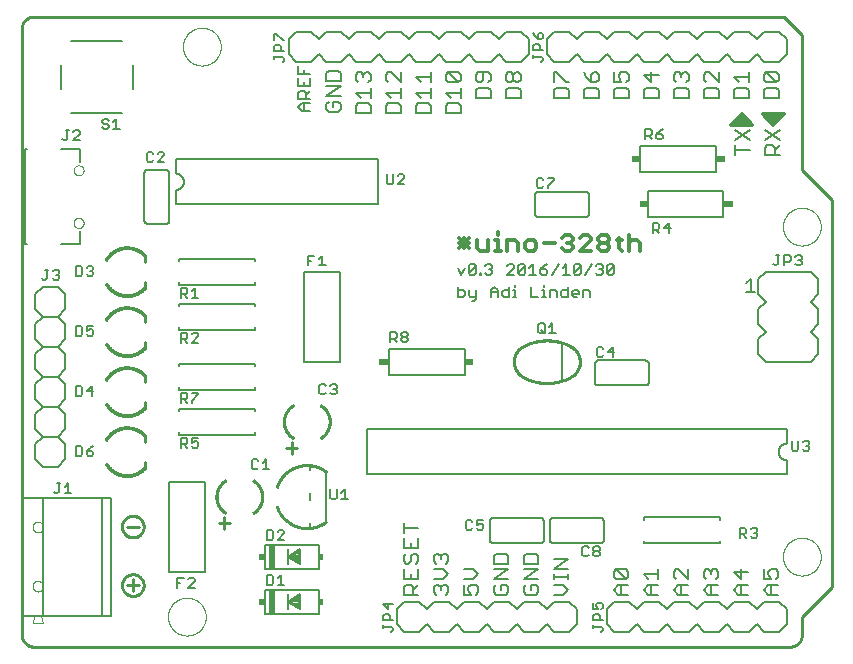
<source format=gto>
G75*
%MOIN*%
%OFA0B0*%
%FSLAX25Y25*%
%IPPOS*%
%LPD*%
%AMOC8*
5,1,8,0,0,1.08239X$1,22.5*
%
%ADD10C,0.01000*%
%ADD11C,0.01200*%
%ADD12C,0.00700*%
%ADD13C,0.00500*%
%ADD14C,0.00800*%
%ADD15C,0.00600*%
%ADD16C,0.00000*%
%ADD17R,0.02854X0.02400*%
%ADD18R,0.03248X0.02400*%
%ADD19C,0.00080*%
%ADD20C,0.00100*%
%ADD21C,0.00300*%
%ADD22R,0.02000X0.08000*%
%ADD23R,0.01630X0.02000*%
%ADD24R,0.02024X0.02000*%
D10*
X0006695Y0005737D02*
X0006695Y0207863D01*
X0006697Y0207987D01*
X0006703Y0208110D01*
X0006712Y0208234D01*
X0006726Y0208356D01*
X0006743Y0208479D01*
X0006765Y0208601D01*
X0006790Y0208722D01*
X0006819Y0208842D01*
X0006851Y0208961D01*
X0006888Y0209080D01*
X0006928Y0209197D01*
X0006971Y0209312D01*
X0007019Y0209427D01*
X0007070Y0209539D01*
X0007124Y0209650D01*
X0007182Y0209760D01*
X0007243Y0209867D01*
X0007308Y0209973D01*
X0007376Y0210076D01*
X0007447Y0210177D01*
X0007521Y0210276D01*
X0007598Y0210373D01*
X0007679Y0210467D01*
X0007762Y0210558D01*
X0007848Y0210647D01*
X0007937Y0210733D01*
X0008028Y0210816D01*
X0008122Y0210897D01*
X0008219Y0210974D01*
X0008318Y0211048D01*
X0008419Y0211119D01*
X0008522Y0211187D01*
X0008628Y0211252D01*
X0008735Y0211313D01*
X0008845Y0211371D01*
X0008956Y0211425D01*
X0009068Y0211476D01*
X0009183Y0211524D01*
X0009298Y0211567D01*
X0009415Y0211607D01*
X0009534Y0211644D01*
X0009653Y0211676D01*
X0009773Y0211705D01*
X0009894Y0211730D01*
X0010016Y0211752D01*
X0010139Y0211769D01*
X0010261Y0211783D01*
X0010385Y0211792D01*
X0010508Y0211798D01*
X0010632Y0211800D01*
X0260695Y0211800D01*
X0266695Y0205800D01*
X0266695Y0160800D01*
X0276695Y0150800D01*
X0276695Y0021800D01*
X0266695Y0011800D01*
X0266695Y0005737D01*
X0266693Y0005613D01*
X0266687Y0005490D01*
X0266678Y0005366D01*
X0266664Y0005244D01*
X0266647Y0005121D01*
X0266625Y0004999D01*
X0266600Y0004878D01*
X0266571Y0004758D01*
X0266539Y0004639D01*
X0266502Y0004520D01*
X0266462Y0004403D01*
X0266419Y0004288D01*
X0266371Y0004173D01*
X0266320Y0004061D01*
X0266266Y0003950D01*
X0266208Y0003840D01*
X0266147Y0003733D01*
X0266082Y0003627D01*
X0266014Y0003524D01*
X0265943Y0003423D01*
X0265869Y0003324D01*
X0265792Y0003227D01*
X0265711Y0003133D01*
X0265628Y0003042D01*
X0265542Y0002953D01*
X0265453Y0002867D01*
X0265362Y0002784D01*
X0265268Y0002703D01*
X0265171Y0002626D01*
X0265072Y0002552D01*
X0264971Y0002481D01*
X0264868Y0002413D01*
X0264762Y0002348D01*
X0264655Y0002287D01*
X0264545Y0002229D01*
X0264434Y0002175D01*
X0264322Y0002124D01*
X0264207Y0002076D01*
X0264092Y0002033D01*
X0263975Y0001993D01*
X0263856Y0001956D01*
X0263737Y0001924D01*
X0263617Y0001895D01*
X0263496Y0001870D01*
X0263374Y0001848D01*
X0263251Y0001831D01*
X0263129Y0001817D01*
X0263005Y0001808D01*
X0262882Y0001802D01*
X0262758Y0001800D01*
X0010632Y0001800D01*
X0010508Y0001802D01*
X0010385Y0001808D01*
X0010261Y0001817D01*
X0010139Y0001831D01*
X0010016Y0001848D01*
X0009894Y0001870D01*
X0009773Y0001895D01*
X0009653Y0001924D01*
X0009534Y0001956D01*
X0009415Y0001993D01*
X0009298Y0002033D01*
X0009183Y0002076D01*
X0009068Y0002124D01*
X0008956Y0002175D01*
X0008845Y0002229D01*
X0008735Y0002287D01*
X0008628Y0002348D01*
X0008522Y0002413D01*
X0008419Y0002481D01*
X0008318Y0002552D01*
X0008219Y0002626D01*
X0008122Y0002703D01*
X0008028Y0002784D01*
X0007937Y0002867D01*
X0007848Y0002953D01*
X0007762Y0003042D01*
X0007679Y0003133D01*
X0007598Y0003227D01*
X0007521Y0003324D01*
X0007447Y0003423D01*
X0007376Y0003524D01*
X0007308Y0003627D01*
X0007243Y0003733D01*
X0007182Y0003840D01*
X0007124Y0003950D01*
X0007070Y0004061D01*
X0007019Y0004173D01*
X0006971Y0004288D01*
X0006928Y0004403D01*
X0006888Y0004520D01*
X0006851Y0004639D01*
X0006819Y0004758D01*
X0006790Y0004878D01*
X0006765Y0004999D01*
X0006743Y0005121D01*
X0006726Y0005244D01*
X0006712Y0005366D01*
X0006703Y0005490D01*
X0006697Y0005613D01*
X0006695Y0005737D01*
X0041695Y0022300D02*
X0045695Y0022300D01*
X0040089Y0022300D02*
X0040091Y0022420D01*
X0040097Y0022540D01*
X0040107Y0022659D01*
X0040121Y0022778D01*
X0040139Y0022897D01*
X0040160Y0023015D01*
X0040186Y0023132D01*
X0040216Y0023248D01*
X0040249Y0023363D01*
X0040286Y0023477D01*
X0040327Y0023589D01*
X0040372Y0023701D01*
X0040421Y0023810D01*
X0040473Y0023918D01*
X0040528Y0024025D01*
X0040587Y0024129D01*
X0040650Y0024231D01*
X0040716Y0024331D01*
X0040785Y0024429D01*
X0040857Y0024525D01*
X0040933Y0024618D01*
X0041011Y0024708D01*
X0041093Y0024796D01*
X0041177Y0024881D01*
X0041264Y0024964D01*
X0041354Y0025043D01*
X0041447Y0025119D01*
X0041542Y0025192D01*
X0041639Y0025262D01*
X0041739Y0025329D01*
X0041840Y0025392D01*
X0041944Y0025452D01*
X0042050Y0025509D01*
X0042157Y0025562D01*
X0042267Y0025611D01*
X0042378Y0025657D01*
X0042490Y0025699D01*
X0042604Y0025737D01*
X0042718Y0025771D01*
X0042834Y0025802D01*
X0042951Y0025828D01*
X0043069Y0025851D01*
X0043187Y0025870D01*
X0043306Y0025885D01*
X0043426Y0025896D01*
X0043545Y0025903D01*
X0043665Y0025906D01*
X0043785Y0025905D01*
X0043905Y0025900D01*
X0044024Y0025891D01*
X0044143Y0025878D01*
X0044262Y0025861D01*
X0044380Y0025840D01*
X0044497Y0025816D01*
X0044614Y0025787D01*
X0044729Y0025755D01*
X0044843Y0025718D01*
X0044956Y0025678D01*
X0045068Y0025634D01*
X0045178Y0025587D01*
X0045287Y0025536D01*
X0045393Y0025481D01*
X0045498Y0025423D01*
X0045601Y0025361D01*
X0045702Y0025296D01*
X0045800Y0025228D01*
X0045896Y0025156D01*
X0045990Y0025082D01*
X0046081Y0025004D01*
X0046170Y0024923D01*
X0046255Y0024839D01*
X0046338Y0024753D01*
X0046418Y0024663D01*
X0046496Y0024572D01*
X0046569Y0024477D01*
X0046640Y0024381D01*
X0046708Y0024282D01*
X0046772Y0024180D01*
X0046833Y0024077D01*
X0046890Y0023972D01*
X0046944Y0023865D01*
X0046994Y0023756D01*
X0047041Y0023645D01*
X0047084Y0023533D01*
X0047123Y0023420D01*
X0047158Y0023305D01*
X0047189Y0023190D01*
X0047217Y0023073D01*
X0047241Y0022956D01*
X0047261Y0022837D01*
X0047277Y0022719D01*
X0047289Y0022599D01*
X0047297Y0022480D01*
X0047301Y0022360D01*
X0047301Y0022240D01*
X0047297Y0022120D01*
X0047289Y0022001D01*
X0047277Y0021881D01*
X0047261Y0021763D01*
X0047241Y0021644D01*
X0047217Y0021527D01*
X0047189Y0021410D01*
X0047158Y0021295D01*
X0047123Y0021180D01*
X0047084Y0021067D01*
X0047041Y0020955D01*
X0046994Y0020844D01*
X0046944Y0020735D01*
X0046890Y0020628D01*
X0046833Y0020523D01*
X0046772Y0020420D01*
X0046708Y0020318D01*
X0046640Y0020219D01*
X0046569Y0020123D01*
X0046496Y0020028D01*
X0046418Y0019937D01*
X0046338Y0019847D01*
X0046255Y0019761D01*
X0046170Y0019677D01*
X0046081Y0019596D01*
X0045990Y0019518D01*
X0045896Y0019444D01*
X0045800Y0019372D01*
X0045702Y0019304D01*
X0045601Y0019239D01*
X0045498Y0019177D01*
X0045393Y0019119D01*
X0045287Y0019064D01*
X0045178Y0019013D01*
X0045068Y0018966D01*
X0044956Y0018922D01*
X0044843Y0018882D01*
X0044729Y0018845D01*
X0044614Y0018813D01*
X0044497Y0018784D01*
X0044380Y0018760D01*
X0044262Y0018739D01*
X0044143Y0018722D01*
X0044024Y0018709D01*
X0043905Y0018700D01*
X0043785Y0018695D01*
X0043665Y0018694D01*
X0043545Y0018697D01*
X0043426Y0018704D01*
X0043306Y0018715D01*
X0043187Y0018730D01*
X0043069Y0018749D01*
X0042951Y0018772D01*
X0042834Y0018798D01*
X0042718Y0018829D01*
X0042604Y0018863D01*
X0042490Y0018901D01*
X0042378Y0018943D01*
X0042267Y0018989D01*
X0042157Y0019038D01*
X0042050Y0019091D01*
X0041944Y0019148D01*
X0041840Y0019208D01*
X0041739Y0019271D01*
X0041639Y0019338D01*
X0041542Y0019408D01*
X0041447Y0019481D01*
X0041354Y0019557D01*
X0041264Y0019636D01*
X0041177Y0019719D01*
X0041093Y0019804D01*
X0041011Y0019892D01*
X0040933Y0019982D01*
X0040857Y0020075D01*
X0040785Y0020171D01*
X0040716Y0020269D01*
X0040650Y0020369D01*
X0040587Y0020471D01*
X0040528Y0020575D01*
X0040473Y0020682D01*
X0040421Y0020790D01*
X0040372Y0020899D01*
X0040327Y0021011D01*
X0040286Y0021123D01*
X0040249Y0021237D01*
X0040216Y0021352D01*
X0040186Y0021468D01*
X0040160Y0021585D01*
X0040139Y0021703D01*
X0040121Y0021822D01*
X0040107Y0021941D01*
X0040097Y0022060D01*
X0040091Y0022180D01*
X0040089Y0022300D01*
X0043695Y0020300D02*
X0043695Y0024300D01*
X0040089Y0041800D02*
X0040091Y0041920D01*
X0040097Y0042040D01*
X0040107Y0042159D01*
X0040121Y0042278D01*
X0040139Y0042397D01*
X0040160Y0042515D01*
X0040186Y0042632D01*
X0040216Y0042748D01*
X0040249Y0042863D01*
X0040286Y0042977D01*
X0040327Y0043089D01*
X0040372Y0043201D01*
X0040421Y0043310D01*
X0040473Y0043418D01*
X0040528Y0043525D01*
X0040587Y0043629D01*
X0040650Y0043731D01*
X0040716Y0043831D01*
X0040785Y0043929D01*
X0040857Y0044025D01*
X0040933Y0044118D01*
X0041011Y0044208D01*
X0041093Y0044296D01*
X0041177Y0044381D01*
X0041264Y0044464D01*
X0041354Y0044543D01*
X0041447Y0044619D01*
X0041542Y0044692D01*
X0041639Y0044762D01*
X0041739Y0044829D01*
X0041840Y0044892D01*
X0041944Y0044952D01*
X0042050Y0045009D01*
X0042157Y0045062D01*
X0042267Y0045111D01*
X0042378Y0045157D01*
X0042490Y0045199D01*
X0042604Y0045237D01*
X0042718Y0045271D01*
X0042834Y0045302D01*
X0042951Y0045328D01*
X0043069Y0045351D01*
X0043187Y0045370D01*
X0043306Y0045385D01*
X0043426Y0045396D01*
X0043545Y0045403D01*
X0043665Y0045406D01*
X0043785Y0045405D01*
X0043905Y0045400D01*
X0044024Y0045391D01*
X0044143Y0045378D01*
X0044262Y0045361D01*
X0044380Y0045340D01*
X0044497Y0045316D01*
X0044614Y0045287D01*
X0044729Y0045255D01*
X0044843Y0045218D01*
X0044956Y0045178D01*
X0045068Y0045134D01*
X0045178Y0045087D01*
X0045287Y0045036D01*
X0045393Y0044981D01*
X0045498Y0044923D01*
X0045601Y0044861D01*
X0045702Y0044796D01*
X0045800Y0044728D01*
X0045896Y0044656D01*
X0045990Y0044582D01*
X0046081Y0044504D01*
X0046170Y0044423D01*
X0046255Y0044339D01*
X0046338Y0044253D01*
X0046418Y0044163D01*
X0046496Y0044072D01*
X0046569Y0043977D01*
X0046640Y0043881D01*
X0046708Y0043782D01*
X0046772Y0043680D01*
X0046833Y0043577D01*
X0046890Y0043472D01*
X0046944Y0043365D01*
X0046994Y0043256D01*
X0047041Y0043145D01*
X0047084Y0043033D01*
X0047123Y0042920D01*
X0047158Y0042805D01*
X0047189Y0042690D01*
X0047217Y0042573D01*
X0047241Y0042456D01*
X0047261Y0042337D01*
X0047277Y0042219D01*
X0047289Y0042099D01*
X0047297Y0041980D01*
X0047301Y0041860D01*
X0047301Y0041740D01*
X0047297Y0041620D01*
X0047289Y0041501D01*
X0047277Y0041381D01*
X0047261Y0041263D01*
X0047241Y0041144D01*
X0047217Y0041027D01*
X0047189Y0040910D01*
X0047158Y0040795D01*
X0047123Y0040680D01*
X0047084Y0040567D01*
X0047041Y0040455D01*
X0046994Y0040344D01*
X0046944Y0040235D01*
X0046890Y0040128D01*
X0046833Y0040023D01*
X0046772Y0039920D01*
X0046708Y0039818D01*
X0046640Y0039719D01*
X0046569Y0039623D01*
X0046496Y0039528D01*
X0046418Y0039437D01*
X0046338Y0039347D01*
X0046255Y0039261D01*
X0046170Y0039177D01*
X0046081Y0039096D01*
X0045990Y0039018D01*
X0045896Y0038944D01*
X0045800Y0038872D01*
X0045702Y0038804D01*
X0045601Y0038739D01*
X0045498Y0038677D01*
X0045393Y0038619D01*
X0045287Y0038564D01*
X0045178Y0038513D01*
X0045068Y0038466D01*
X0044956Y0038422D01*
X0044843Y0038382D01*
X0044729Y0038345D01*
X0044614Y0038313D01*
X0044497Y0038284D01*
X0044380Y0038260D01*
X0044262Y0038239D01*
X0044143Y0038222D01*
X0044024Y0038209D01*
X0043905Y0038200D01*
X0043785Y0038195D01*
X0043665Y0038194D01*
X0043545Y0038197D01*
X0043426Y0038204D01*
X0043306Y0038215D01*
X0043187Y0038230D01*
X0043069Y0038249D01*
X0042951Y0038272D01*
X0042834Y0038298D01*
X0042718Y0038329D01*
X0042604Y0038363D01*
X0042490Y0038401D01*
X0042378Y0038443D01*
X0042267Y0038489D01*
X0042157Y0038538D01*
X0042050Y0038591D01*
X0041944Y0038648D01*
X0041840Y0038708D01*
X0041739Y0038771D01*
X0041639Y0038838D01*
X0041542Y0038908D01*
X0041447Y0038981D01*
X0041354Y0039057D01*
X0041264Y0039136D01*
X0041177Y0039219D01*
X0041093Y0039304D01*
X0041011Y0039392D01*
X0040933Y0039482D01*
X0040857Y0039575D01*
X0040785Y0039671D01*
X0040716Y0039769D01*
X0040650Y0039869D01*
X0040587Y0039971D01*
X0040528Y0040075D01*
X0040473Y0040182D01*
X0040421Y0040290D01*
X0040372Y0040399D01*
X0040327Y0040511D01*
X0040286Y0040623D01*
X0040249Y0040737D01*
X0040216Y0040852D01*
X0040186Y0040968D01*
X0040160Y0041085D01*
X0040139Y0041203D01*
X0040121Y0041322D01*
X0040107Y0041441D01*
X0040097Y0041560D01*
X0040091Y0041680D01*
X0040089Y0041800D01*
X0041695Y0041800D02*
X0045695Y0041800D01*
X0047895Y0061700D02*
X0047895Y0063500D01*
X0047895Y0069900D02*
X0047895Y0071900D01*
X0047895Y0081700D02*
X0047895Y0083500D01*
X0047895Y0089900D02*
X0047895Y0091900D01*
X0047895Y0101700D02*
X0047895Y0103500D01*
X0047895Y0109900D02*
X0047895Y0111900D01*
X0047895Y0121700D02*
X0047895Y0123500D01*
X0047895Y0129900D02*
X0047895Y0131900D01*
X0096695Y0069925D02*
X0096695Y0068050D01*
X0098570Y0068050D01*
X0096695Y0068050D02*
X0096695Y0066175D01*
X0096695Y0068050D02*
X0094820Y0068050D01*
X0074195Y0044925D02*
X0074195Y0043050D01*
X0076070Y0043050D01*
X0074195Y0043050D02*
X0074195Y0041175D01*
X0074195Y0043050D02*
X0072320Y0043050D01*
D11*
X0152295Y0134551D02*
X0155898Y0138154D01*
X0154097Y0138154D02*
X0154097Y0134551D01*
X0155898Y0134551D02*
X0152295Y0138154D01*
X0152295Y0136352D02*
X0155898Y0136352D01*
X0158372Y0137253D02*
X0158372Y0134551D01*
X0159273Y0133650D01*
X0161976Y0133650D01*
X0161976Y0137253D01*
X0164450Y0137253D02*
X0165350Y0137253D01*
X0165350Y0133650D01*
X0164450Y0133650D02*
X0166251Y0133650D01*
X0168501Y0133650D02*
X0168501Y0137253D01*
X0171203Y0137253D01*
X0172104Y0136352D01*
X0172104Y0133650D01*
X0174578Y0134551D02*
X0174578Y0136352D01*
X0175479Y0137253D01*
X0177281Y0137253D01*
X0178181Y0136352D01*
X0178181Y0134551D01*
X0177281Y0133650D01*
X0175479Y0133650D01*
X0174578Y0134551D01*
X0180655Y0136352D02*
X0184259Y0136352D01*
X0186733Y0134551D02*
X0187633Y0133650D01*
X0189435Y0133650D01*
X0190336Y0134551D01*
X0190336Y0135452D01*
X0189435Y0136352D01*
X0188534Y0136352D01*
X0189435Y0136352D02*
X0190336Y0137253D01*
X0190336Y0138154D01*
X0189435Y0139055D01*
X0187633Y0139055D01*
X0186733Y0138154D01*
X0192810Y0138154D02*
X0193711Y0139055D01*
X0195512Y0139055D01*
X0196413Y0138154D01*
X0196413Y0137253D01*
X0192810Y0133650D01*
X0196413Y0133650D01*
X0198887Y0134551D02*
X0198887Y0135452D01*
X0199788Y0136352D01*
X0201589Y0136352D01*
X0202490Y0135452D01*
X0202490Y0134551D01*
X0201589Y0133650D01*
X0199788Y0133650D01*
X0198887Y0134551D01*
X0199788Y0136352D02*
X0198887Y0137253D01*
X0198887Y0138154D01*
X0199788Y0139055D01*
X0201589Y0139055D01*
X0202490Y0138154D01*
X0202490Y0137253D01*
X0201589Y0136352D01*
X0204964Y0137253D02*
X0206766Y0137253D01*
X0205865Y0138154D02*
X0205865Y0134551D01*
X0206766Y0133650D01*
X0209016Y0133650D02*
X0209016Y0139055D01*
X0209916Y0137253D02*
X0211718Y0137253D01*
X0212619Y0136352D01*
X0212619Y0133650D01*
X0209016Y0136352D02*
X0209916Y0137253D01*
X0165350Y0139055D02*
X0165350Y0139955D01*
X0243195Y0175800D02*
X0246695Y0179300D01*
X0250195Y0175800D01*
X0243195Y0175800D01*
X0244695Y0176300D02*
X0246695Y0178300D01*
X0248695Y0176300D01*
X0245695Y0176300D01*
X0247195Y0177300D01*
X0253695Y0179300D02*
X0257195Y0175800D01*
X0260695Y0179300D01*
X0253695Y0179300D01*
X0255195Y0178800D02*
X0259195Y0178800D01*
X0257195Y0176800D01*
X0255695Y0178300D01*
X0257695Y0178300D01*
X0257195Y0177800D02*
X0257195Y0177300D01*
D12*
X0258945Y0184837D02*
X0254041Y0184837D01*
X0254041Y0187289D01*
X0254858Y0188107D01*
X0258128Y0188107D01*
X0258945Y0187289D01*
X0258945Y0184837D01*
X0258128Y0189994D02*
X0254858Y0189994D01*
X0254041Y0190811D01*
X0254041Y0192446D01*
X0254858Y0193263D01*
X0258128Y0189994D01*
X0258945Y0190811D01*
X0258945Y0192446D01*
X0258128Y0193263D01*
X0254858Y0193263D01*
X0248945Y0193263D02*
X0248945Y0189994D01*
X0248945Y0191628D02*
X0244041Y0191628D01*
X0245676Y0189994D01*
X0244858Y0188107D02*
X0244041Y0187289D01*
X0244041Y0184837D01*
X0248945Y0184837D01*
X0248945Y0187289D01*
X0248128Y0188107D01*
X0244858Y0188107D01*
X0238945Y0187289D02*
X0238945Y0184837D01*
X0234041Y0184837D01*
X0234041Y0187289D01*
X0234858Y0188107D01*
X0238128Y0188107D01*
X0238945Y0187289D01*
X0238945Y0189994D02*
X0235676Y0193263D01*
X0234858Y0193263D01*
X0234041Y0192446D01*
X0234041Y0190811D01*
X0234858Y0189994D01*
X0238945Y0189994D02*
X0238945Y0193263D01*
X0228945Y0192446D02*
X0228945Y0190811D01*
X0228128Y0189994D01*
X0228128Y0188107D02*
X0224858Y0188107D01*
X0224041Y0187289D01*
X0224041Y0184837D01*
X0228945Y0184837D01*
X0228945Y0187289D01*
X0228128Y0188107D01*
X0224858Y0189994D02*
X0224041Y0190811D01*
X0224041Y0192446D01*
X0224858Y0193263D01*
X0225676Y0193263D01*
X0226493Y0192446D01*
X0227311Y0193263D01*
X0228128Y0193263D01*
X0228945Y0192446D01*
X0226493Y0192446D02*
X0226493Y0191628D01*
X0218945Y0192446D02*
X0214041Y0192446D01*
X0216493Y0189994D01*
X0216493Y0193263D01*
X0214858Y0188107D02*
X0214041Y0187289D01*
X0214041Y0184837D01*
X0218945Y0184837D01*
X0218945Y0187289D01*
X0218128Y0188107D01*
X0214858Y0188107D01*
X0208945Y0187289D02*
X0208945Y0184837D01*
X0204041Y0184837D01*
X0204041Y0187289D01*
X0204858Y0188107D01*
X0208128Y0188107D01*
X0208945Y0187289D01*
X0208128Y0189994D02*
X0208945Y0190811D01*
X0208945Y0192446D01*
X0208128Y0193263D01*
X0206493Y0193263D01*
X0205676Y0192446D01*
X0205676Y0191628D01*
X0206493Y0189994D01*
X0204041Y0189994D01*
X0204041Y0193263D01*
X0198945Y0192446D02*
X0198945Y0190811D01*
X0198128Y0189994D01*
X0196493Y0189994D01*
X0196493Y0192446D01*
X0197311Y0193263D01*
X0198128Y0193263D01*
X0198945Y0192446D01*
X0196493Y0189994D02*
X0194858Y0191628D01*
X0194041Y0193263D01*
X0194858Y0188107D02*
X0194041Y0187289D01*
X0194041Y0184837D01*
X0198945Y0184837D01*
X0198945Y0187289D01*
X0198128Y0188107D01*
X0194858Y0188107D01*
X0188945Y0187289D02*
X0188945Y0184837D01*
X0184041Y0184837D01*
X0184041Y0187289D01*
X0184858Y0188107D01*
X0188128Y0188107D01*
X0188945Y0187289D01*
X0188945Y0189994D02*
X0188128Y0189994D01*
X0184858Y0193263D01*
X0184041Y0193263D01*
X0184041Y0189994D01*
X0179845Y0196850D02*
X0180395Y0197400D01*
X0180395Y0197951D01*
X0179845Y0198501D01*
X0177092Y0198501D01*
X0177092Y0197951D02*
X0177092Y0199052D01*
X0177092Y0200533D02*
X0177092Y0202185D01*
X0177643Y0202735D01*
X0178744Y0202735D01*
X0179294Y0202185D01*
X0179294Y0200533D01*
X0180395Y0200533D02*
X0177092Y0200533D01*
X0178744Y0204216D02*
X0178744Y0205868D01*
X0179294Y0206418D01*
X0179845Y0206418D01*
X0180395Y0205868D01*
X0180395Y0204767D01*
X0179845Y0204216D01*
X0178744Y0204216D01*
X0177643Y0205317D01*
X0177092Y0206418D01*
X0172128Y0193263D02*
X0172945Y0192446D01*
X0172945Y0190811D01*
X0172128Y0189994D01*
X0171311Y0189994D01*
X0170493Y0190811D01*
X0170493Y0192446D01*
X0171311Y0193263D01*
X0172128Y0193263D01*
X0170493Y0192446D02*
X0169676Y0193263D01*
X0168858Y0193263D01*
X0168041Y0192446D01*
X0168041Y0190811D01*
X0168858Y0189994D01*
X0169676Y0189994D01*
X0170493Y0190811D01*
X0168858Y0188107D02*
X0168041Y0187289D01*
X0168041Y0184837D01*
X0172945Y0184837D01*
X0172945Y0187289D01*
X0172128Y0188107D01*
X0168858Y0188107D01*
X0162945Y0187289D02*
X0162945Y0184837D01*
X0158041Y0184837D01*
X0158041Y0187289D01*
X0158858Y0188107D01*
X0162128Y0188107D01*
X0162945Y0187289D01*
X0162128Y0189994D02*
X0162945Y0190811D01*
X0162945Y0192446D01*
X0162128Y0193263D01*
X0158858Y0193263D01*
X0158041Y0192446D01*
X0158041Y0190811D01*
X0158858Y0189994D01*
X0159676Y0189994D01*
X0160493Y0190811D01*
X0160493Y0193263D01*
X0152945Y0192446D02*
X0152945Y0190811D01*
X0152128Y0189994D01*
X0148858Y0193263D01*
X0152128Y0193263D01*
X0152945Y0192446D01*
X0152128Y0189994D02*
X0148858Y0189994D01*
X0148041Y0190811D01*
X0148041Y0192446D01*
X0148858Y0193263D01*
X0142945Y0193263D02*
X0142945Y0189994D01*
X0142945Y0191628D02*
X0138041Y0191628D01*
X0139676Y0189994D01*
X0142945Y0188107D02*
X0142945Y0184837D01*
X0142945Y0186472D02*
X0138041Y0186472D01*
X0139676Y0184837D01*
X0138858Y0182950D02*
X0138041Y0182133D01*
X0138041Y0179681D01*
X0142945Y0179681D01*
X0142945Y0182133D01*
X0142128Y0182950D01*
X0138858Y0182950D01*
X0132945Y0182133D02*
X0132945Y0179681D01*
X0128041Y0179681D01*
X0128041Y0182133D01*
X0128858Y0182950D01*
X0132128Y0182950D01*
X0132945Y0182133D01*
X0132945Y0184837D02*
X0132945Y0188107D01*
X0132945Y0186472D02*
X0128041Y0186472D01*
X0129676Y0184837D01*
X0128858Y0189994D02*
X0128041Y0190811D01*
X0128041Y0192446D01*
X0128858Y0193263D01*
X0129676Y0193263D01*
X0132945Y0189994D01*
X0132945Y0193263D01*
X0122945Y0192446D02*
X0122945Y0190811D01*
X0122128Y0189994D01*
X0122945Y0188107D02*
X0122945Y0184837D01*
X0122945Y0186472D02*
X0118041Y0186472D01*
X0119676Y0184837D01*
X0118858Y0182950D02*
X0118041Y0182133D01*
X0118041Y0179681D01*
X0122945Y0179681D01*
X0122945Y0182133D01*
X0122128Y0182950D01*
X0118858Y0182950D01*
X0113020Y0182585D02*
X0113020Y0180950D01*
X0112203Y0180133D01*
X0108933Y0180133D01*
X0108116Y0180950D01*
X0108116Y0182585D01*
X0108933Y0183402D01*
X0110568Y0183402D02*
X0110568Y0181767D01*
X0110568Y0183402D02*
X0112203Y0183402D01*
X0113020Y0182585D01*
X0113020Y0185289D02*
X0108116Y0185289D01*
X0113020Y0188559D01*
X0108116Y0188559D01*
X0108116Y0190446D02*
X0108116Y0192898D01*
X0108933Y0193715D01*
X0112203Y0193715D01*
X0113020Y0192898D01*
X0113020Y0190446D01*
X0108116Y0190446D01*
X0118041Y0190811D02*
X0118041Y0192446D01*
X0118858Y0193263D01*
X0119676Y0193263D01*
X0120493Y0192446D01*
X0121311Y0193263D01*
X0122128Y0193263D01*
X0122945Y0192446D01*
X0120493Y0192446D02*
X0120493Y0191628D01*
X0118858Y0189994D02*
X0118041Y0190811D01*
X0094145Y0197150D02*
X0094145Y0197701D01*
X0093595Y0198251D01*
X0090842Y0198251D01*
X0090842Y0197701D02*
X0090842Y0198802D01*
X0090842Y0200283D02*
X0090842Y0201935D01*
X0091393Y0202485D01*
X0092494Y0202485D01*
X0093044Y0201935D01*
X0093044Y0200283D01*
X0094145Y0200283D02*
X0090842Y0200283D01*
X0090842Y0203966D02*
X0090842Y0206168D01*
X0091393Y0206168D01*
X0093595Y0203966D01*
X0094145Y0203966D01*
X0094145Y0197150D02*
X0093595Y0196600D01*
X0054180Y0166152D02*
X0053630Y0166703D01*
X0052529Y0166703D01*
X0051978Y0166152D01*
X0050497Y0166152D02*
X0049947Y0166703D01*
X0048846Y0166703D01*
X0048295Y0166152D01*
X0048295Y0163950D01*
X0048846Y0163400D01*
X0049947Y0163400D01*
X0050497Y0163950D01*
X0051978Y0163400D02*
X0054180Y0165602D01*
X0054180Y0166152D01*
X0054180Y0163400D02*
X0051978Y0163400D01*
X0039314Y0174400D02*
X0037112Y0174400D01*
X0038213Y0174400D02*
X0038213Y0177703D01*
X0037112Y0176602D01*
X0035631Y0177152D02*
X0035080Y0177703D01*
X0033979Y0177703D01*
X0033429Y0177152D01*
X0033429Y0176602D01*
X0033979Y0176051D01*
X0035080Y0176051D01*
X0035631Y0175501D01*
X0035631Y0174950D01*
X0035080Y0174400D01*
X0033979Y0174400D01*
X0033429Y0174950D01*
X0026041Y0173347D02*
X0025490Y0173898D01*
X0024389Y0173898D01*
X0023839Y0173347D01*
X0022357Y0173898D02*
X0021256Y0173898D01*
X0021807Y0173898D02*
X0021807Y0171145D01*
X0021256Y0170595D01*
X0020706Y0170595D01*
X0020156Y0171145D01*
X0023839Y0170595D02*
X0026041Y0172797D01*
X0026041Y0173347D01*
X0026041Y0170595D02*
X0023839Y0170595D01*
X0024679Y0128703D02*
X0026330Y0128703D01*
X0026881Y0128152D01*
X0026881Y0125950D01*
X0026330Y0125400D01*
X0024679Y0125400D01*
X0024679Y0128703D01*
X0028362Y0128152D02*
X0028913Y0128703D01*
X0030014Y0128703D01*
X0030564Y0128152D01*
X0030564Y0127602D01*
X0030014Y0127051D01*
X0030564Y0126501D01*
X0030564Y0125950D01*
X0030014Y0125400D01*
X0028913Y0125400D01*
X0028362Y0125950D01*
X0029463Y0127051D02*
X0030014Y0127051D01*
X0019180Y0126902D02*
X0019180Y0126352D01*
X0018630Y0125801D01*
X0019180Y0125251D01*
X0019180Y0124700D01*
X0018630Y0124150D01*
X0017529Y0124150D01*
X0016978Y0124700D01*
X0018079Y0125801D02*
X0018630Y0125801D01*
X0019180Y0126902D02*
X0018630Y0127453D01*
X0017529Y0127453D01*
X0016978Y0126902D01*
X0015497Y0127453D02*
X0014396Y0127453D01*
X0014947Y0127453D02*
X0014947Y0124700D01*
X0014396Y0124150D01*
X0013846Y0124150D01*
X0013295Y0124700D01*
X0024679Y0108703D02*
X0026330Y0108703D01*
X0026881Y0108152D01*
X0026881Y0105950D01*
X0026330Y0105400D01*
X0024679Y0105400D01*
X0024679Y0108703D01*
X0028362Y0108703D02*
X0028362Y0107051D01*
X0029463Y0107602D01*
X0030014Y0107602D01*
X0030564Y0107051D01*
X0030564Y0105950D01*
X0030014Y0105400D01*
X0028913Y0105400D01*
X0028362Y0105950D01*
X0028362Y0108703D02*
X0030564Y0108703D01*
X0030014Y0088703D02*
X0028362Y0087051D01*
X0030564Y0087051D01*
X0030014Y0085400D02*
X0030014Y0088703D01*
X0026881Y0088152D02*
X0026881Y0085950D01*
X0026330Y0085400D01*
X0024679Y0085400D01*
X0024679Y0088703D01*
X0026330Y0088703D01*
X0026881Y0088152D01*
X0026330Y0068703D02*
X0024679Y0068703D01*
X0024679Y0065400D01*
X0026330Y0065400D01*
X0026881Y0065950D01*
X0026881Y0068152D01*
X0026330Y0068703D01*
X0028362Y0067051D02*
X0030014Y0067051D01*
X0030564Y0066501D01*
X0030564Y0065950D01*
X0030014Y0065400D01*
X0028913Y0065400D01*
X0028362Y0065950D01*
X0028362Y0067051D01*
X0029463Y0068152D01*
X0030564Y0068703D01*
X0022144Y0056201D02*
X0022144Y0052898D01*
X0021043Y0052898D02*
X0023245Y0052898D01*
X0021043Y0055100D02*
X0022144Y0056201D01*
X0019562Y0056201D02*
X0018461Y0056201D01*
X0019012Y0056201D02*
X0019012Y0053448D01*
X0018461Y0052898D01*
X0017911Y0052898D01*
X0017360Y0053448D01*
X0058429Y0024740D02*
X0060631Y0024740D01*
X0062112Y0024190D02*
X0062663Y0024740D01*
X0063764Y0024740D01*
X0064314Y0024190D01*
X0064314Y0023639D01*
X0062112Y0021437D01*
X0064314Y0021437D01*
X0059530Y0023089D02*
X0058429Y0023089D01*
X0058429Y0024740D02*
X0058429Y0021437D01*
X0088295Y0022400D02*
X0089947Y0022400D01*
X0090497Y0022950D01*
X0090497Y0025152D01*
X0089947Y0025703D01*
X0088295Y0025703D01*
X0088295Y0022400D01*
X0091978Y0022400D02*
X0094180Y0022400D01*
X0093079Y0022400D02*
X0093079Y0025703D01*
X0091978Y0024602D01*
X0091978Y0037400D02*
X0094180Y0039602D01*
X0094180Y0040152D01*
X0093630Y0040703D01*
X0092529Y0040703D01*
X0091978Y0040152D01*
X0090497Y0040152D02*
X0090497Y0037950D01*
X0089947Y0037400D01*
X0088295Y0037400D01*
X0088295Y0040703D01*
X0089947Y0040703D01*
X0090497Y0040152D01*
X0091978Y0037400D02*
X0094180Y0037400D01*
X0109545Y0051450D02*
X0110096Y0050900D01*
X0111197Y0050900D01*
X0111747Y0051450D01*
X0111747Y0054203D01*
X0113228Y0053102D02*
X0114329Y0054203D01*
X0114329Y0050900D01*
X0113228Y0050900D02*
X0115430Y0050900D01*
X0109545Y0051450D02*
X0109545Y0054203D01*
X0089180Y0060900D02*
X0086978Y0060900D01*
X0088079Y0060900D02*
X0088079Y0064203D01*
X0086978Y0063102D01*
X0085497Y0063652D02*
X0084947Y0064203D01*
X0083846Y0064203D01*
X0083295Y0063652D01*
X0083295Y0061450D01*
X0083846Y0060900D01*
X0084947Y0060900D01*
X0085497Y0061450D01*
X0065564Y0068700D02*
X0065014Y0068150D01*
X0063913Y0068150D01*
X0063362Y0068700D01*
X0063362Y0069801D02*
X0064463Y0070352D01*
X0065014Y0070352D01*
X0065564Y0069801D01*
X0065564Y0068700D01*
X0063362Y0069801D02*
X0063362Y0071453D01*
X0065564Y0071453D01*
X0061881Y0070902D02*
X0061881Y0069801D01*
X0061330Y0069251D01*
X0059679Y0069251D01*
X0060780Y0069251D02*
X0061881Y0068150D01*
X0059679Y0068150D02*
X0059679Y0071453D01*
X0061330Y0071453D01*
X0061881Y0070902D01*
X0061881Y0083150D02*
X0060780Y0084251D01*
X0061330Y0084251D02*
X0059679Y0084251D01*
X0059679Y0083150D02*
X0059679Y0086453D01*
X0061330Y0086453D01*
X0061881Y0085902D01*
X0061881Y0084801D01*
X0061330Y0084251D01*
X0063362Y0083700D02*
X0063362Y0083150D01*
X0063362Y0083700D02*
X0065564Y0085902D01*
X0065564Y0086453D01*
X0063362Y0086453D01*
X0063362Y0103150D02*
X0065564Y0105352D01*
X0065564Y0105902D01*
X0065014Y0106453D01*
X0063913Y0106453D01*
X0063362Y0105902D01*
X0061881Y0105902D02*
X0061881Y0104801D01*
X0061330Y0104251D01*
X0059679Y0104251D01*
X0060780Y0104251D02*
X0061881Y0103150D01*
X0063362Y0103150D02*
X0065564Y0103150D01*
X0061881Y0105902D02*
X0061330Y0106453D01*
X0059679Y0106453D01*
X0059679Y0103150D01*
X0059679Y0118150D02*
X0059679Y0121453D01*
X0061330Y0121453D01*
X0061881Y0120902D01*
X0061881Y0119801D01*
X0061330Y0119251D01*
X0059679Y0119251D01*
X0060780Y0119251D02*
X0061881Y0118150D01*
X0063362Y0118150D02*
X0065564Y0118150D01*
X0064463Y0118150D02*
X0064463Y0121453D01*
X0063362Y0120352D01*
X0102045Y0128863D02*
X0102045Y0132165D01*
X0104247Y0132165D01*
X0105728Y0131064D02*
X0106829Y0132165D01*
X0106829Y0128863D01*
X0105728Y0128863D02*
X0107930Y0128863D01*
X0103146Y0130514D02*
X0102045Y0130514D01*
X0129545Y0106703D02*
X0131197Y0106703D01*
X0131747Y0106152D01*
X0131747Y0105051D01*
X0131197Y0104501D01*
X0129545Y0104501D01*
X0129545Y0103400D02*
X0129545Y0106703D01*
X0130646Y0104501D02*
X0131747Y0103400D01*
X0133228Y0103950D02*
X0133228Y0104501D01*
X0133779Y0105051D01*
X0134880Y0105051D01*
X0135430Y0104501D01*
X0135430Y0103950D01*
X0134880Y0103400D01*
X0133779Y0103400D01*
X0133228Y0103950D01*
X0133779Y0105051D02*
X0133228Y0105602D01*
X0133228Y0106152D01*
X0133779Y0106703D01*
X0134880Y0106703D01*
X0135430Y0106152D01*
X0135430Y0105602D01*
X0134880Y0105051D01*
X0111680Y0088652D02*
X0111680Y0088102D01*
X0111130Y0087551D01*
X0111680Y0087001D01*
X0111680Y0086450D01*
X0111130Y0085900D01*
X0110029Y0085900D01*
X0109478Y0086450D01*
X0107997Y0086450D02*
X0107447Y0085900D01*
X0106346Y0085900D01*
X0105795Y0086450D01*
X0105795Y0088652D01*
X0106346Y0089203D01*
X0107447Y0089203D01*
X0107997Y0088652D01*
X0109478Y0088652D02*
X0110029Y0089203D01*
X0111130Y0089203D01*
X0111680Y0088652D01*
X0111130Y0087551D02*
X0110579Y0087551D01*
X0154679Y0043402D02*
X0155229Y0043953D01*
X0156330Y0043953D01*
X0156881Y0043402D01*
X0158362Y0043953D02*
X0158362Y0042301D01*
X0159463Y0042852D01*
X0160014Y0042852D01*
X0160564Y0042301D01*
X0160564Y0041200D01*
X0160014Y0040650D01*
X0158913Y0040650D01*
X0158362Y0041200D01*
X0156881Y0041200D02*
X0156330Y0040650D01*
X0155229Y0040650D01*
X0154679Y0041200D01*
X0154679Y0043402D01*
X0158362Y0043953D02*
X0160564Y0043953D01*
X0164758Y0032732D02*
X0163941Y0031915D01*
X0163941Y0029463D01*
X0168845Y0029463D01*
X0168845Y0031915D01*
X0168028Y0032732D01*
X0164758Y0032732D01*
X0163941Y0027576D02*
X0168845Y0027576D01*
X0163941Y0024306D01*
X0168845Y0024306D01*
X0168028Y0022419D02*
X0166393Y0022419D01*
X0166393Y0020785D01*
X0164758Y0022419D02*
X0163941Y0021602D01*
X0163941Y0019967D01*
X0164758Y0019150D01*
X0168028Y0019150D01*
X0168845Y0019967D01*
X0168845Y0021602D01*
X0168028Y0022419D01*
X0173941Y0021602D02*
X0173941Y0019967D01*
X0174758Y0019150D01*
X0178028Y0019150D01*
X0178845Y0019967D01*
X0178845Y0021602D01*
X0178028Y0022419D01*
X0176393Y0022419D01*
X0176393Y0020785D01*
X0174758Y0022419D02*
X0173941Y0021602D01*
X0173941Y0024306D02*
X0178845Y0027576D01*
X0173941Y0027576D01*
X0173941Y0029463D02*
X0173941Y0031915D01*
X0174758Y0032732D01*
X0178028Y0032732D01*
X0178845Y0031915D01*
X0178845Y0029463D01*
X0173941Y0029463D01*
X0173941Y0024306D02*
X0178845Y0024306D01*
X0183941Y0024306D02*
X0183941Y0025941D01*
X0183941Y0025124D02*
X0188845Y0025124D01*
X0188845Y0025941D02*
X0188845Y0024306D01*
X0187211Y0022419D02*
X0183941Y0022419D01*
X0187211Y0022419D02*
X0188845Y0020785D01*
X0187211Y0019150D01*
X0183941Y0019150D01*
X0183941Y0027744D02*
X0188845Y0031013D01*
X0183941Y0031013D01*
X0183941Y0027744D02*
X0188845Y0027744D01*
X0193429Y0032450D02*
X0193979Y0031900D01*
X0195080Y0031900D01*
X0195631Y0032450D01*
X0197112Y0032450D02*
X0197112Y0033001D01*
X0197663Y0033551D01*
X0198764Y0033551D01*
X0199314Y0033001D01*
X0199314Y0032450D01*
X0198764Y0031900D01*
X0197663Y0031900D01*
X0197112Y0032450D01*
X0197663Y0033551D02*
X0197112Y0034102D01*
X0197112Y0034652D01*
X0197663Y0035203D01*
X0198764Y0035203D01*
X0199314Y0034652D01*
X0199314Y0034102D01*
X0198764Y0033551D01*
X0195631Y0034652D02*
X0195080Y0035203D01*
X0193979Y0035203D01*
X0193429Y0034652D01*
X0193429Y0032450D01*
X0203941Y0026758D02*
X0203941Y0025124D01*
X0204758Y0024306D01*
X0208028Y0024306D01*
X0204758Y0027576D01*
X0208028Y0027576D01*
X0208845Y0026758D01*
X0208845Y0025124D01*
X0208028Y0024306D01*
X0208845Y0022419D02*
X0205576Y0022419D01*
X0203941Y0020785D01*
X0205576Y0019150D01*
X0208845Y0019150D01*
X0206393Y0019150D02*
X0206393Y0022419D01*
X0203941Y0026758D02*
X0204758Y0027576D01*
X0213941Y0025941D02*
X0218845Y0025941D01*
X0218845Y0024306D02*
X0218845Y0027576D01*
X0215576Y0024306D02*
X0213941Y0025941D01*
X0215576Y0022419D02*
X0218845Y0022419D01*
X0216393Y0022419D02*
X0216393Y0019150D01*
X0215576Y0019150D02*
X0213941Y0020785D01*
X0215576Y0022419D01*
X0215576Y0019150D02*
X0218845Y0019150D01*
X0223941Y0020785D02*
X0225576Y0022419D01*
X0228845Y0022419D01*
X0228845Y0024306D02*
X0225576Y0027576D01*
X0224758Y0027576D01*
X0223941Y0026758D01*
X0223941Y0025124D01*
X0224758Y0024306D01*
X0226393Y0022419D02*
X0226393Y0019150D01*
X0225576Y0019150D02*
X0223941Y0020785D01*
X0225576Y0019150D02*
X0228845Y0019150D01*
X0233941Y0020785D02*
X0235576Y0022419D01*
X0238845Y0022419D01*
X0238028Y0024306D02*
X0238845Y0025124D01*
X0238845Y0026758D01*
X0238028Y0027576D01*
X0237211Y0027576D01*
X0236393Y0026758D01*
X0236393Y0025941D01*
X0236393Y0026758D02*
X0235576Y0027576D01*
X0234758Y0027576D01*
X0233941Y0026758D01*
X0233941Y0025124D01*
X0234758Y0024306D01*
X0236393Y0022419D02*
X0236393Y0019150D01*
X0235576Y0019150D02*
X0233941Y0020785D01*
X0235576Y0019150D02*
X0238845Y0019150D01*
X0243941Y0020785D02*
X0245576Y0022419D01*
X0248845Y0022419D01*
X0246393Y0022419D02*
X0246393Y0019150D01*
X0245576Y0019150D02*
X0243941Y0020785D01*
X0245576Y0019150D02*
X0248845Y0019150D01*
X0253941Y0020785D02*
X0255576Y0022419D01*
X0258845Y0022419D01*
X0258028Y0024306D02*
X0258845Y0025124D01*
X0258845Y0026758D01*
X0258028Y0027576D01*
X0256393Y0027576D01*
X0255576Y0026758D01*
X0255576Y0025941D01*
X0256393Y0024306D01*
X0253941Y0024306D01*
X0253941Y0027576D01*
X0248845Y0026758D02*
X0243941Y0026758D01*
X0246393Y0024306D01*
X0246393Y0027576D01*
X0253941Y0020785D02*
X0255576Y0019150D01*
X0258845Y0019150D01*
X0256393Y0019150D02*
X0256393Y0022419D01*
X0251264Y0038150D02*
X0250163Y0038150D01*
X0249612Y0038700D01*
X0250713Y0039801D02*
X0251264Y0039801D01*
X0251814Y0039251D01*
X0251814Y0038700D01*
X0251264Y0038150D01*
X0251264Y0039801D02*
X0251814Y0040352D01*
X0251814Y0040902D01*
X0251264Y0041453D01*
X0250163Y0041453D01*
X0249612Y0040902D01*
X0248131Y0040902D02*
X0248131Y0039801D01*
X0247580Y0039251D01*
X0245929Y0039251D01*
X0247030Y0039251D02*
X0248131Y0038150D01*
X0245929Y0038150D02*
X0245929Y0041453D01*
X0247580Y0041453D01*
X0248131Y0040902D01*
X0228845Y0027576D02*
X0228845Y0024306D01*
X0200395Y0015868D02*
X0200395Y0014767D01*
X0199845Y0014216D01*
X0198744Y0014216D02*
X0198193Y0015317D01*
X0198193Y0015868D01*
X0198744Y0016418D01*
X0199845Y0016418D01*
X0200395Y0015868D01*
X0198744Y0014216D02*
X0197092Y0014216D01*
X0197092Y0016418D01*
X0197643Y0012735D02*
X0198744Y0012735D01*
X0199294Y0012185D01*
X0199294Y0010533D01*
X0200395Y0010533D02*
X0197092Y0010533D01*
X0197092Y0012185D01*
X0197643Y0012735D01*
X0197092Y0009052D02*
X0197092Y0007951D01*
X0197092Y0008501D02*
X0199845Y0008501D01*
X0200395Y0007951D01*
X0200395Y0007400D01*
X0199845Y0006850D01*
X0158845Y0019967D02*
X0158028Y0019150D01*
X0158845Y0019967D02*
X0158845Y0021602D01*
X0158028Y0022419D01*
X0156393Y0022419D01*
X0155576Y0021602D01*
X0155576Y0020785D01*
X0156393Y0019150D01*
X0153941Y0019150D01*
X0153941Y0022419D01*
X0153941Y0024306D02*
X0157211Y0024306D01*
X0158845Y0025941D01*
X0157211Y0027576D01*
X0153941Y0027576D01*
X0148845Y0025941D02*
X0147211Y0027576D01*
X0143941Y0027576D01*
X0144758Y0029463D02*
X0143941Y0030280D01*
X0143941Y0031915D01*
X0144758Y0032732D01*
X0145576Y0032732D01*
X0146393Y0031915D01*
X0147211Y0032732D01*
X0148028Y0032732D01*
X0148845Y0031915D01*
X0148845Y0030280D01*
X0148028Y0029463D01*
X0146393Y0031098D02*
X0146393Y0031915D01*
X0148845Y0025941D02*
X0147211Y0024306D01*
X0143941Y0024306D01*
X0144758Y0022419D02*
X0145576Y0022419D01*
X0146393Y0021602D01*
X0147211Y0022419D01*
X0148028Y0022419D01*
X0148845Y0021602D01*
X0148845Y0019967D01*
X0148028Y0019150D01*
X0146393Y0020785D02*
X0146393Y0021602D01*
X0144758Y0022419D02*
X0143941Y0021602D01*
X0143941Y0019967D01*
X0144758Y0019150D01*
X0138845Y0019150D02*
X0133941Y0019150D01*
X0133941Y0021602D01*
X0134758Y0022419D01*
X0136393Y0022419D01*
X0137211Y0021602D01*
X0137211Y0019150D01*
X0137211Y0020785D02*
X0138845Y0022419D01*
X0138845Y0024306D02*
X0133941Y0024306D01*
X0133941Y0027576D01*
X0134758Y0029463D02*
X0135576Y0029463D01*
X0136393Y0030280D01*
X0136393Y0031915D01*
X0137211Y0032732D01*
X0138028Y0032732D01*
X0138845Y0031915D01*
X0138845Y0030280D01*
X0138028Y0029463D01*
X0138845Y0027576D02*
X0138845Y0024306D01*
X0136393Y0024306D02*
X0136393Y0025941D01*
X0134758Y0029463D02*
X0133941Y0030280D01*
X0133941Y0031915D01*
X0134758Y0032732D01*
X0133941Y0034619D02*
X0138845Y0034619D01*
X0138845Y0037889D01*
X0136393Y0036254D02*
X0136393Y0034619D01*
X0133941Y0034619D02*
X0133941Y0037889D01*
X0133941Y0039776D02*
X0133941Y0043045D01*
X0133941Y0041410D02*
X0138845Y0041410D01*
X0130395Y0015868D02*
X0127092Y0015868D01*
X0128744Y0014216D01*
X0128744Y0016418D01*
X0128744Y0012735D02*
X0127643Y0012735D01*
X0127092Y0012185D01*
X0127092Y0010533D01*
X0130395Y0010533D01*
X0129294Y0010533D02*
X0129294Y0012185D01*
X0128744Y0012735D01*
X0127092Y0009052D02*
X0127092Y0007951D01*
X0127092Y0008501D02*
X0129845Y0008501D01*
X0130395Y0007951D01*
X0130395Y0007400D01*
X0129845Y0006850D01*
X0198846Y0098400D02*
X0199947Y0098400D01*
X0200497Y0098950D01*
X0198846Y0098400D02*
X0198295Y0098950D01*
X0198295Y0101152D01*
X0198846Y0101703D01*
X0199947Y0101703D01*
X0200497Y0101152D01*
X0201978Y0100051D02*
X0204180Y0100051D01*
X0203630Y0098400D02*
X0203630Y0101703D01*
X0201978Y0100051D01*
X0184682Y0106274D02*
X0182480Y0106274D01*
X0183581Y0106274D02*
X0183581Y0109577D01*
X0182480Y0108476D01*
X0180999Y0109026D02*
X0180999Y0106824D01*
X0180449Y0106274D01*
X0179348Y0106274D01*
X0178797Y0106824D01*
X0178797Y0109026D01*
X0179348Y0109577D01*
X0180449Y0109577D01*
X0180999Y0109026D01*
X0179898Y0107375D02*
X0180999Y0106274D01*
X0217045Y0139650D02*
X0217045Y0142953D01*
X0218697Y0142953D01*
X0219247Y0142402D01*
X0219247Y0141301D01*
X0218697Y0140751D01*
X0217045Y0140751D01*
X0218146Y0140751D02*
X0219247Y0139650D01*
X0220728Y0141301D02*
X0222930Y0141301D01*
X0222380Y0139650D02*
X0222380Y0142953D01*
X0220728Y0141301D01*
X0219880Y0170900D02*
X0220430Y0171450D01*
X0220430Y0172001D01*
X0219880Y0172551D01*
X0218228Y0172551D01*
X0218228Y0171450D01*
X0218779Y0170900D01*
X0219880Y0170900D01*
X0218228Y0172551D02*
X0219329Y0173652D01*
X0220430Y0174203D01*
X0216747Y0173652D02*
X0216747Y0172551D01*
X0216197Y0172001D01*
X0214545Y0172001D01*
X0214545Y0170900D02*
X0214545Y0174203D01*
X0216197Y0174203D01*
X0216747Y0173652D01*
X0215646Y0172001D02*
X0216747Y0170900D01*
X0184180Y0157953D02*
X0184180Y0157402D01*
X0181978Y0155200D01*
X0181978Y0154650D01*
X0180497Y0155200D02*
X0179947Y0154650D01*
X0178846Y0154650D01*
X0178295Y0155200D01*
X0178295Y0157402D01*
X0178846Y0157953D01*
X0179947Y0157953D01*
X0180497Y0157402D01*
X0181978Y0157953D02*
X0184180Y0157953D01*
X0152945Y0179681D02*
X0152945Y0182133D01*
X0152128Y0182950D01*
X0148858Y0182950D01*
X0148041Y0182133D01*
X0148041Y0179681D01*
X0152945Y0179681D01*
X0152945Y0184837D02*
X0152945Y0188107D01*
X0152945Y0186472D02*
X0148041Y0186472D01*
X0149676Y0184837D01*
X0133630Y0159203D02*
X0132529Y0159203D01*
X0131978Y0158652D01*
X0130497Y0159203D02*
X0130497Y0156450D01*
X0129947Y0155900D01*
X0128846Y0155900D01*
X0128295Y0156450D01*
X0128295Y0159203D01*
X0133630Y0159203D02*
X0134180Y0158652D01*
X0134180Y0158102D01*
X0131978Y0155900D01*
X0134180Y0155900D01*
X0257045Y0129450D02*
X0257596Y0128900D01*
X0258146Y0128900D01*
X0258697Y0129450D01*
X0258697Y0132203D01*
X0259247Y0132203D02*
X0258146Y0132203D01*
X0260728Y0132203D02*
X0260728Y0128900D01*
X0260728Y0130001D02*
X0262380Y0130001D01*
X0262930Y0130551D01*
X0262930Y0131652D01*
X0262380Y0132203D01*
X0260728Y0132203D01*
X0264412Y0131652D02*
X0264962Y0132203D01*
X0266063Y0132203D01*
X0266613Y0131652D01*
X0266613Y0131102D01*
X0266063Y0130551D01*
X0266613Y0130001D01*
X0266613Y0129450D01*
X0266063Y0128900D01*
X0264962Y0128900D01*
X0264412Y0129450D01*
X0265513Y0130551D02*
X0266063Y0130551D01*
X0265497Y0070453D02*
X0265497Y0067700D01*
X0264947Y0067150D01*
X0263846Y0067150D01*
X0263295Y0067700D01*
X0263295Y0070453D01*
X0266978Y0069902D02*
X0267529Y0070453D01*
X0268630Y0070453D01*
X0269180Y0069902D01*
X0269180Y0069352D01*
X0268630Y0068801D01*
X0269180Y0068251D01*
X0269180Y0067700D01*
X0268630Y0067150D01*
X0267529Y0067150D01*
X0266978Y0067700D01*
X0268079Y0068801D02*
X0268630Y0068801D01*
D13*
X0204003Y0126384D02*
X0203419Y0125800D01*
X0202252Y0125800D01*
X0201668Y0126384D01*
X0204003Y0128719D01*
X0204003Y0126384D01*
X0204003Y0128719D02*
X0203419Y0129303D01*
X0202252Y0129303D01*
X0201668Y0128719D01*
X0201668Y0126384D01*
X0200320Y0126384D02*
X0199736Y0125800D01*
X0198568Y0125800D01*
X0197985Y0126384D01*
X0199152Y0127551D02*
X0199736Y0127551D01*
X0200320Y0126968D01*
X0200320Y0126384D01*
X0199736Y0127551D02*
X0200320Y0128135D01*
X0200320Y0128719D01*
X0199736Y0129303D01*
X0198568Y0129303D01*
X0197985Y0128719D01*
X0196637Y0129303D02*
X0194301Y0125800D01*
X0192954Y0126384D02*
X0192370Y0125800D01*
X0191202Y0125800D01*
X0190618Y0126384D01*
X0192954Y0128719D01*
X0192954Y0126384D01*
X0192954Y0128719D02*
X0192370Y0129303D01*
X0191202Y0129303D01*
X0190618Y0128719D01*
X0190618Y0126384D01*
X0189270Y0125800D02*
X0186935Y0125800D01*
X0188103Y0125800D02*
X0188103Y0129303D01*
X0186935Y0128135D01*
X0185587Y0129303D02*
X0183252Y0125800D01*
X0181904Y0126384D02*
X0181320Y0125800D01*
X0180153Y0125800D01*
X0179569Y0126384D01*
X0179569Y0127551D01*
X0181320Y0127551D01*
X0181904Y0126968D01*
X0181904Y0126384D01*
X0180737Y0128719D02*
X0179569Y0127551D01*
X0180737Y0128719D02*
X0181904Y0129303D01*
X0177053Y0129303D02*
X0177053Y0125800D01*
X0175886Y0125800D02*
X0178221Y0125800D01*
X0175886Y0128135D02*
X0177053Y0129303D01*
X0174538Y0128719D02*
X0174538Y0126384D01*
X0173954Y0125800D01*
X0172786Y0125800D01*
X0172203Y0126384D01*
X0174538Y0128719D01*
X0173954Y0129303D01*
X0172786Y0129303D01*
X0172203Y0128719D01*
X0172203Y0126384D01*
X0170855Y0125800D02*
X0168519Y0125800D01*
X0170855Y0128135D01*
X0170855Y0128719D01*
X0170271Y0129303D01*
X0169103Y0129303D01*
X0168519Y0128719D01*
X0163488Y0128719D02*
X0163488Y0128135D01*
X0162905Y0127551D01*
X0163488Y0126968D01*
X0163488Y0126384D01*
X0162905Y0125800D01*
X0161737Y0125800D01*
X0161153Y0126384D01*
X0159895Y0126384D02*
X0159895Y0125800D01*
X0159312Y0125800D01*
X0159312Y0126384D01*
X0159895Y0126384D01*
X0157964Y0126384D02*
X0157380Y0125800D01*
X0156212Y0125800D01*
X0155628Y0126384D01*
X0157964Y0128719D01*
X0157964Y0126384D01*
X0157964Y0128719D02*
X0157380Y0129303D01*
X0156212Y0129303D01*
X0155628Y0128719D01*
X0155628Y0126384D01*
X0154281Y0128135D02*
X0153113Y0125800D01*
X0151945Y0128135D01*
X0151945Y0121803D02*
X0151945Y0118300D01*
X0153697Y0118300D01*
X0154281Y0118884D01*
X0154281Y0120051D01*
X0153697Y0120635D01*
X0151945Y0120635D01*
X0155628Y0120635D02*
X0155628Y0118884D01*
X0156212Y0118300D01*
X0157964Y0118300D01*
X0157964Y0117716D02*
X0157380Y0117132D01*
X0156796Y0117132D01*
X0157964Y0117716D02*
X0157964Y0120635D01*
X0162995Y0120635D02*
X0162995Y0118300D01*
X0162995Y0120051D02*
X0165330Y0120051D01*
X0165330Y0120635D02*
X0165330Y0118300D01*
X0166678Y0118884D02*
X0166678Y0120051D01*
X0167262Y0120635D01*
X0169013Y0120635D01*
X0169013Y0121803D02*
X0169013Y0118300D01*
X0167262Y0118300D01*
X0166678Y0118884D01*
X0165330Y0120635D02*
X0164162Y0121803D01*
X0162995Y0120635D01*
X0162905Y0127551D02*
X0162321Y0127551D01*
X0163488Y0128719D02*
X0162905Y0129303D01*
X0161737Y0129303D01*
X0161153Y0128719D01*
X0170945Y0122387D02*
X0170945Y0121803D01*
X0170945Y0120635D02*
X0170945Y0118300D01*
X0170361Y0118300D02*
X0171529Y0118300D01*
X0170945Y0120635D02*
X0170361Y0120635D01*
X0176500Y0121803D02*
X0176500Y0118300D01*
X0178835Y0118300D01*
X0180183Y0118300D02*
X0181350Y0118300D01*
X0180767Y0118300D02*
X0180767Y0120635D01*
X0180183Y0120635D01*
X0180767Y0121803D02*
X0180767Y0122387D01*
X0182638Y0120635D02*
X0184390Y0120635D01*
X0184973Y0120051D01*
X0184973Y0118300D01*
X0186321Y0118884D02*
X0186321Y0120051D01*
X0186905Y0120635D01*
X0188657Y0120635D01*
X0188657Y0121803D02*
X0188657Y0118300D01*
X0186905Y0118300D01*
X0186321Y0118884D01*
X0182638Y0118300D02*
X0182638Y0120635D01*
X0190004Y0120051D02*
X0190004Y0118884D01*
X0190588Y0118300D01*
X0191756Y0118300D01*
X0192340Y0119468D02*
X0190004Y0119468D01*
X0190004Y0120051D02*
X0190588Y0120635D01*
X0191756Y0120635D01*
X0192340Y0120051D01*
X0192340Y0119468D01*
X0193688Y0120635D02*
X0193688Y0118300D01*
X0196023Y0118300D02*
X0196023Y0120051D01*
X0195439Y0120635D01*
X0193688Y0120635D01*
X0102813Y0180278D02*
X0100144Y0180278D01*
X0098809Y0181612D01*
X0100144Y0182947D01*
X0102813Y0182947D01*
X0102813Y0184421D02*
X0098809Y0184421D01*
X0098809Y0186423D01*
X0099476Y0187090D01*
X0100811Y0187090D01*
X0101478Y0186423D01*
X0101478Y0184421D01*
X0101478Y0185756D02*
X0102813Y0187090D01*
X0102813Y0188565D02*
X0102813Y0191234D01*
X0102813Y0192708D02*
X0098809Y0192708D01*
X0098809Y0195377D01*
X0100811Y0194043D02*
X0100811Y0192708D01*
X0098809Y0191234D02*
X0098809Y0188565D01*
X0102813Y0188565D01*
X0100811Y0188565D02*
X0100811Y0189899D01*
X0100811Y0182947D02*
X0100811Y0180278D01*
D14*
X0103195Y0196800D02*
X0098195Y0196800D01*
X0095695Y0199300D01*
X0095695Y0204300D01*
X0098195Y0206800D01*
X0103195Y0206800D01*
X0105695Y0204300D01*
X0108195Y0206800D01*
X0113195Y0206800D01*
X0115695Y0204300D01*
X0118195Y0206800D01*
X0123195Y0206800D01*
X0125695Y0204300D01*
X0128195Y0206800D01*
X0133195Y0206800D01*
X0135695Y0204300D01*
X0138195Y0206800D01*
X0143195Y0206800D01*
X0145695Y0204300D01*
X0148195Y0206800D01*
X0153195Y0206800D01*
X0155695Y0204300D01*
X0158195Y0206800D01*
X0163195Y0206800D01*
X0165695Y0204300D01*
X0168195Y0206800D01*
X0173195Y0206800D01*
X0175695Y0204300D01*
X0175695Y0199300D01*
X0173195Y0196800D01*
X0168195Y0196800D01*
X0165695Y0199300D01*
X0163195Y0196800D01*
X0158195Y0196800D01*
X0155695Y0199300D01*
X0153195Y0196800D01*
X0148195Y0196800D01*
X0145695Y0199300D01*
X0143195Y0196800D01*
X0138195Y0196800D01*
X0135695Y0199300D01*
X0133195Y0196800D01*
X0128195Y0196800D01*
X0125695Y0199300D01*
X0123195Y0196800D01*
X0118195Y0196800D01*
X0115695Y0199300D01*
X0113195Y0196800D01*
X0108195Y0196800D01*
X0105695Y0199300D01*
X0103195Y0196800D01*
X0125445Y0164300D02*
X0125445Y0149300D01*
X0057945Y0149300D01*
X0057945Y0154050D01*
X0058049Y0154052D01*
X0058153Y0154058D01*
X0058257Y0154068D01*
X0058360Y0154081D01*
X0058462Y0154099D01*
X0058564Y0154121D01*
X0058665Y0154146D01*
X0058765Y0154175D01*
X0058864Y0154208D01*
X0058961Y0154245D01*
X0059057Y0154285D01*
X0059152Y0154329D01*
X0059244Y0154376D01*
X0059335Y0154427D01*
X0059424Y0154481D01*
X0059510Y0154539D01*
X0059595Y0154600D01*
X0059677Y0154664D01*
X0059757Y0154731D01*
X0059834Y0154801D01*
X0059908Y0154874D01*
X0059979Y0154950D01*
X0060048Y0155028D01*
X0060113Y0155109D01*
X0060176Y0155192D01*
X0060235Y0155278D01*
X0060291Y0155365D01*
X0060344Y0155455D01*
X0060393Y0155547D01*
X0060439Y0155640D01*
X0060481Y0155736D01*
X0060519Y0155832D01*
X0060554Y0155930D01*
X0060585Y0156030D01*
X0060612Y0156130D01*
X0060636Y0156232D01*
X0060655Y0156334D01*
X0060671Y0156437D01*
X0060683Y0156540D01*
X0060691Y0156644D01*
X0060695Y0156748D01*
X0060695Y0156852D01*
X0060691Y0156956D01*
X0060683Y0157060D01*
X0060671Y0157163D01*
X0060655Y0157266D01*
X0060636Y0157368D01*
X0060612Y0157470D01*
X0060585Y0157570D01*
X0060554Y0157670D01*
X0060519Y0157768D01*
X0060481Y0157864D01*
X0060439Y0157960D01*
X0060393Y0158053D01*
X0060344Y0158145D01*
X0060291Y0158235D01*
X0060235Y0158322D01*
X0060176Y0158408D01*
X0060113Y0158491D01*
X0060048Y0158572D01*
X0059979Y0158650D01*
X0059908Y0158726D01*
X0059834Y0158799D01*
X0059757Y0158869D01*
X0059677Y0158936D01*
X0059595Y0159000D01*
X0059510Y0159061D01*
X0059424Y0159119D01*
X0059335Y0159173D01*
X0059244Y0159224D01*
X0059152Y0159271D01*
X0059057Y0159315D01*
X0058961Y0159355D01*
X0058864Y0159392D01*
X0058765Y0159425D01*
X0058665Y0159454D01*
X0058564Y0159479D01*
X0058462Y0159501D01*
X0058360Y0159519D01*
X0058257Y0159532D01*
X0058153Y0159542D01*
X0058049Y0159548D01*
X0057945Y0159550D01*
X0057945Y0164300D01*
X0125445Y0164300D01*
X0084294Y0131131D02*
X0084294Y0130343D01*
X0084294Y0131131D02*
X0059097Y0131131D01*
X0059097Y0130343D01*
X0059097Y0123257D02*
X0059097Y0122469D01*
X0084294Y0122469D01*
X0084294Y0123257D01*
X0084294Y0116131D02*
X0084294Y0115343D01*
X0084294Y0116131D02*
X0059097Y0116131D01*
X0059097Y0115343D01*
X0059097Y0108257D02*
X0059097Y0107469D01*
X0084294Y0107469D01*
X0084294Y0108257D01*
X0084294Y0096131D02*
X0084294Y0095343D01*
X0084294Y0096131D02*
X0059097Y0096131D01*
X0059097Y0095343D01*
X0059097Y0088257D02*
X0059097Y0087469D01*
X0084294Y0087469D01*
X0084294Y0088257D01*
X0084294Y0081131D02*
X0084294Y0080343D01*
X0084294Y0081131D02*
X0059097Y0081131D01*
X0059097Y0080343D01*
X0059097Y0073257D02*
X0059097Y0072469D01*
X0084294Y0072469D01*
X0084294Y0073257D01*
X0102695Y0062252D02*
X0102695Y0060673D01*
X0108195Y0060046D02*
X0108195Y0043554D01*
X0102695Y0042927D02*
X0102695Y0041348D01*
X0105695Y0035800D02*
X0105695Y0027800D01*
X0087695Y0027800D01*
X0087695Y0035800D01*
X0105695Y0035800D01*
X0099445Y0034300D02*
X0095445Y0031800D01*
X0095445Y0029300D01*
X0096878Y0031345D02*
X0099195Y0031345D01*
X0099195Y0032143D02*
X0096710Y0032143D01*
X0096195Y0031800D02*
X0099195Y0029800D01*
X0099195Y0033800D01*
X0096195Y0031800D01*
X0095445Y0031800D02*
X0095445Y0034300D01*
X0095445Y0031800D02*
X0099445Y0029300D01*
X0099445Y0034300D01*
X0099195Y0033740D02*
X0099106Y0033740D01*
X0099195Y0032942D02*
X0097908Y0032942D01*
X0098076Y0030546D02*
X0099195Y0030546D01*
X0105695Y0020800D02*
X0087695Y0020800D01*
X0087695Y0012800D01*
X0105695Y0012800D01*
X0105695Y0020800D01*
X0099445Y0019300D02*
X0095445Y0016800D01*
X0095445Y0014300D01*
X0095445Y0016800D02*
X0095445Y0019300D01*
X0095445Y0016800D02*
X0099445Y0014300D01*
X0099445Y0019300D01*
X0099195Y0018800D02*
X0099195Y0014800D01*
X0096195Y0016800D01*
X0099195Y0018800D01*
X0099195Y0018569D02*
X0098848Y0018569D01*
X0099195Y0017770D02*
X0097651Y0017770D01*
X0096453Y0016972D02*
X0099195Y0016972D01*
X0099195Y0016173D02*
X0097135Y0016173D01*
X0098333Y0015375D02*
X0099195Y0015375D01*
X0067695Y0026800D02*
X0055695Y0026800D01*
X0055695Y0056800D01*
X0067695Y0056800D01*
X0067695Y0026800D01*
X0102695Y0050673D02*
X0102695Y0052927D01*
X0121695Y0059300D02*
X0121695Y0074300D01*
X0261695Y0074300D01*
X0261695Y0069550D01*
X0261591Y0069548D01*
X0261487Y0069542D01*
X0261383Y0069532D01*
X0261280Y0069519D01*
X0261178Y0069501D01*
X0261076Y0069479D01*
X0260975Y0069454D01*
X0260875Y0069425D01*
X0260776Y0069392D01*
X0260679Y0069355D01*
X0260583Y0069315D01*
X0260488Y0069271D01*
X0260396Y0069224D01*
X0260305Y0069173D01*
X0260216Y0069119D01*
X0260130Y0069061D01*
X0260045Y0069000D01*
X0259963Y0068936D01*
X0259883Y0068869D01*
X0259806Y0068799D01*
X0259732Y0068726D01*
X0259661Y0068650D01*
X0259592Y0068572D01*
X0259527Y0068491D01*
X0259464Y0068408D01*
X0259405Y0068322D01*
X0259349Y0068235D01*
X0259296Y0068145D01*
X0259247Y0068053D01*
X0259201Y0067960D01*
X0259159Y0067864D01*
X0259121Y0067768D01*
X0259086Y0067670D01*
X0259055Y0067570D01*
X0259028Y0067470D01*
X0259004Y0067368D01*
X0258985Y0067266D01*
X0258969Y0067163D01*
X0258957Y0067060D01*
X0258949Y0066956D01*
X0258945Y0066852D01*
X0258945Y0066748D01*
X0258949Y0066644D01*
X0258957Y0066540D01*
X0258969Y0066437D01*
X0258985Y0066334D01*
X0259004Y0066232D01*
X0259028Y0066130D01*
X0259055Y0066030D01*
X0259086Y0065930D01*
X0259121Y0065832D01*
X0259159Y0065736D01*
X0259201Y0065640D01*
X0259247Y0065547D01*
X0259296Y0065455D01*
X0259349Y0065365D01*
X0259405Y0065278D01*
X0259464Y0065192D01*
X0259527Y0065109D01*
X0259592Y0065028D01*
X0259661Y0064950D01*
X0259732Y0064874D01*
X0259806Y0064801D01*
X0259883Y0064731D01*
X0259963Y0064664D01*
X0260045Y0064600D01*
X0260130Y0064539D01*
X0260216Y0064481D01*
X0260305Y0064427D01*
X0260396Y0064376D01*
X0260488Y0064329D01*
X0260583Y0064285D01*
X0260679Y0064245D01*
X0260776Y0064208D01*
X0260875Y0064175D01*
X0260975Y0064146D01*
X0261076Y0064121D01*
X0261178Y0064099D01*
X0261280Y0064081D01*
X0261383Y0064068D01*
X0261487Y0064058D01*
X0261591Y0064052D01*
X0261695Y0064050D01*
X0261695Y0059300D01*
X0121695Y0059300D01*
X0129097Y0092469D02*
X0129097Y0101131D01*
X0154294Y0101131D01*
X0154294Y0092469D01*
X0129097Y0092469D01*
X0112695Y0096800D02*
X0100695Y0096800D01*
X0100695Y0126800D01*
X0112695Y0126800D01*
X0112695Y0096800D01*
X0054863Y0142839D02*
X0048527Y0142839D01*
X0048467Y0142841D01*
X0048406Y0142846D01*
X0048347Y0142855D01*
X0048288Y0142868D01*
X0048229Y0142884D01*
X0048172Y0142904D01*
X0048117Y0142927D01*
X0048062Y0142954D01*
X0048010Y0142983D01*
X0047959Y0143016D01*
X0047910Y0143052D01*
X0047864Y0143090D01*
X0047820Y0143132D01*
X0047778Y0143176D01*
X0047740Y0143222D01*
X0047704Y0143271D01*
X0047671Y0143322D01*
X0047642Y0143374D01*
X0047615Y0143429D01*
X0047592Y0143484D01*
X0047572Y0143541D01*
X0047556Y0143600D01*
X0047543Y0143659D01*
X0047534Y0143718D01*
X0047529Y0143779D01*
X0047527Y0143839D01*
X0047527Y0159761D01*
X0047529Y0159821D01*
X0047534Y0159882D01*
X0047543Y0159941D01*
X0047556Y0160000D01*
X0047572Y0160059D01*
X0047592Y0160116D01*
X0047615Y0160171D01*
X0047642Y0160226D01*
X0047671Y0160278D01*
X0047704Y0160329D01*
X0047740Y0160378D01*
X0047778Y0160424D01*
X0047820Y0160468D01*
X0047864Y0160510D01*
X0047910Y0160548D01*
X0047959Y0160584D01*
X0048010Y0160617D01*
X0048062Y0160646D01*
X0048117Y0160673D01*
X0048172Y0160696D01*
X0048229Y0160716D01*
X0048288Y0160732D01*
X0048347Y0160745D01*
X0048406Y0160754D01*
X0048467Y0160759D01*
X0048527Y0160761D01*
X0054863Y0160761D01*
X0054923Y0160759D01*
X0054984Y0160754D01*
X0055043Y0160745D01*
X0055102Y0160732D01*
X0055161Y0160716D01*
X0055218Y0160696D01*
X0055273Y0160673D01*
X0055328Y0160646D01*
X0055380Y0160617D01*
X0055431Y0160584D01*
X0055480Y0160548D01*
X0055526Y0160510D01*
X0055570Y0160468D01*
X0055612Y0160424D01*
X0055650Y0160378D01*
X0055686Y0160329D01*
X0055719Y0160278D01*
X0055748Y0160226D01*
X0055775Y0160171D01*
X0055798Y0160116D01*
X0055818Y0160059D01*
X0055834Y0160000D01*
X0055847Y0159941D01*
X0055856Y0159882D01*
X0055861Y0159821D01*
X0055863Y0159761D01*
X0055863Y0143839D01*
X0055861Y0143779D01*
X0055856Y0143718D01*
X0055847Y0143659D01*
X0055834Y0143600D01*
X0055818Y0143541D01*
X0055798Y0143484D01*
X0055775Y0143429D01*
X0055748Y0143374D01*
X0055719Y0143322D01*
X0055686Y0143271D01*
X0055650Y0143222D01*
X0055612Y0143176D01*
X0055570Y0143132D01*
X0055526Y0143090D01*
X0055480Y0143052D01*
X0055431Y0143016D01*
X0055380Y0142983D01*
X0055328Y0142954D01*
X0055273Y0142927D01*
X0055218Y0142904D01*
X0055161Y0142884D01*
X0055102Y0142868D01*
X0055043Y0142855D01*
X0054984Y0142846D01*
X0054923Y0142841D01*
X0054863Y0142839D01*
X0026006Y0140383D02*
X0026006Y0136052D01*
X0019904Y0136052D01*
X0008487Y0136052D02*
X0007896Y0136052D01*
X0007896Y0167548D01*
X0008487Y0167548D01*
X0019904Y0167548D02*
X0026006Y0167548D01*
X0026006Y0163217D01*
X0023164Y0179800D02*
X0040227Y0179800D01*
X0043695Y0187800D02*
X0043695Y0195800D01*
X0040227Y0203800D02*
X0023164Y0203800D01*
X0019695Y0195800D02*
X0019695Y0187800D01*
X0018695Y0121800D02*
X0013695Y0121800D01*
X0011195Y0119300D01*
X0011195Y0114300D01*
X0013695Y0111800D01*
X0018695Y0111800D01*
X0021195Y0109300D01*
X0021195Y0104300D01*
X0018695Y0101800D01*
X0013695Y0101800D01*
X0011195Y0104300D01*
X0011195Y0109300D01*
X0013695Y0111800D01*
X0018695Y0111800D02*
X0021195Y0114300D01*
X0021195Y0119300D01*
X0018695Y0121800D01*
X0018695Y0101800D02*
X0021195Y0099300D01*
X0021195Y0094300D01*
X0018695Y0091800D01*
X0013695Y0091800D01*
X0011195Y0094300D01*
X0011195Y0099300D01*
X0013695Y0101800D01*
X0013695Y0091800D02*
X0011195Y0089300D01*
X0011195Y0084300D01*
X0013695Y0081800D01*
X0018695Y0081800D01*
X0021195Y0079300D01*
X0021195Y0074300D01*
X0018695Y0071800D01*
X0013695Y0071800D01*
X0011195Y0074300D01*
X0011195Y0079300D01*
X0013695Y0081800D01*
X0018695Y0081800D02*
X0021195Y0084300D01*
X0021195Y0089300D01*
X0018695Y0091800D01*
X0018695Y0071800D02*
X0021195Y0069300D01*
X0021195Y0064300D01*
X0018695Y0061800D01*
X0013695Y0061800D01*
X0011195Y0064300D01*
X0011195Y0069300D01*
X0013695Y0071800D01*
X0131695Y0014300D02*
X0131695Y0009300D01*
X0134195Y0006800D01*
X0139195Y0006800D01*
X0141695Y0009300D01*
X0144195Y0006800D01*
X0149195Y0006800D01*
X0151695Y0009300D01*
X0154195Y0006800D01*
X0159195Y0006800D01*
X0161695Y0009300D01*
X0164195Y0006800D01*
X0169195Y0006800D01*
X0171695Y0009300D01*
X0174195Y0006800D01*
X0179195Y0006800D01*
X0181695Y0009300D01*
X0184195Y0006800D01*
X0189195Y0006800D01*
X0191695Y0009300D01*
X0191695Y0014300D01*
X0189195Y0016800D01*
X0184195Y0016800D01*
X0181695Y0014300D01*
X0179195Y0016800D01*
X0174195Y0016800D01*
X0171695Y0014300D01*
X0169195Y0016800D01*
X0164195Y0016800D01*
X0161695Y0014300D01*
X0159195Y0016800D01*
X0154195Y0016800D01*
X0151695Y0014300D01*
X0149195Y0016800D01*
X0144195Y0016800D01*
X0141695Y0014300D01*
X0139195Y0016800D01*
X0134195Y0016800D01*
X0131695Y0014300D01*
X0162734Y0037382D02*
X0162734Y0043718D01*
X0162736Y0043778D01*
X0162741Y0043839D01*
X0162750Y0043898D01*
X0162763Y0043957D01*
X0162779Y0044016D01*
X0162799Y0044073D01*
X0162822Y0044128D01*
X0162849Y0044183D01*
X0162878Y0044235D01*
X0162911Y0044286D01*
X0162947Y0044335D01*
X0162985Y0044381D01*
X0163027Y0044425D01*
X0163071Y0044467D01*
X0163117Y0044505D01*
X0163166Y0044541D01*
X0163217Y0044574D01*
X0163269Y0044603D01*
X0163324Y0044630D01*
X0163379Y0044653D01*
X0163436Y0044673D01*
X0163495Y0044689D01*
X0163554Y0044702D01*
X0163613Y0044711D01*
X0163674Y0044716D01*
X0163734Y0044718D01*
X0179657Y0044718D01*
X0179717Y0044716D01*
X0179778Y0044711D01*
X0179837Y0044702D01*
X0179896Y0044689D01*
X0179955Y0044673D01*
X0180012Y0044653D01*
X0180067Y0044630D01*
X0180122Y0044603D01*
X0180174Y0044574D01*
X0180225Y0044541D01*
X0180274Y0044505D01*
X0180320Y0044467D01*
X0180364Y0044425D01*
X0180406Y0044381D01*
X0180444Y0044335D01*
X0180480Y0044286D01*
X0180513Y0044235D01*
X0180542Y0044183D01*
X0180569Y0044128D01*
X0180592Y0044073D01*
X0180612Y0044016D01*
X0180628Y0043957D01*
X0180641Y0043898D01*
X0180650Y0043839D01*
X0180655Y0043778D01*
X0180657Y0043718D01*
X0180657Y0037382D01*
X0180655Y0037322D01*
X0180650Y0037261D01*
X0180641Y0037202D01*
X0180628Y0037143D01*
X0180612Y0037084D01*
X0180592Y0037027D01*
X0180569Y0036972D01*
X0180542Y0036917D01*
X0180513Y0036865D01*
X0180480Y0036814D01*
X0180444Y0036765D01*
X0180406Y0036719D01*
X0180364Y0036675D01*
X0180320Y0036633D01*
X0180274Y0036595D01*
X0180225Y0036559D01*
X0180174Y0036526D01*
X0180122Y0036497D01*
X0180067Y0036470D01*
X0180012Y0036447D01*
X0179955Y0036427D01*
X0179896Y0036411D01*
X0179837Y0036398D01*
X0179778Y0036389D01*
X0179717Y0036384D01*
X0179657Y0036382D01*
X0163734Y0036382D01*
X0163674Y0036384D01*
X0163613Y0036389D01*
X0163554Y0036398D01*
X0163495Y0036411D01*
X0163436Y0036427D01*
X0163379Y0036447D01*
X0163324Y0036470D01*
X0163269Y0036497D01*
X0163217Y0036526D01*
X0163166Y0036559D01*
X0163117Y0036595D01*
X0163071Y0036633D01*
X0163027Y0036675D01*
X0162985Y0036719D01*
X0162947Y0036765D01*
X0162911Y0036814D01*
X0162878Y0036865D01*
X0162849Y0036917D01*
X0162822Y0036972D01*
X0162799Y0037027D01*
X0162779Y0037084D01*
X0162763Y0037143D01*
X0162750Y0037202D01*
X0162741Y0037261D01*
X0162736Y0037322D01*
X0162734Y0037382D01*
X0182734Y0037382D02*
X0182734Y0043718D01*
X0182736Y0043778D01*
X0182741Y0043839D01*
X0182750Y0043898D01*
X0182763Y0043957D01*
X0182779Y0044016D01*
X0182799Y0044073D01*
X0182822Y0044128D01*
X0182849Y0044183D01*
X0182878Y0044235D01*
X0182911Y0044286D01*
X0182947Y0044335D01*
X0182985Y0044381D01*
X0183027Y0044425D01*
X0183071Y0044467D01*
X0183117Y0044505D01*
X0183166Y0044541D01*
X0183217Y0044574D01*
X0183269Y0044603D01*
X0183324Y0044630D01*
X0183379Y0044653D01*
X0183436Y0044673D01*
X0183495Y0044689D01*
X0183554Y0044702D01*
X0183613Y0044711D01*
X0183674Y0044716D01*
X0183734Y0044718D01*
X0199657Y0044718D01*
X0199717Y0044716D01*
X0199778Y0044711D01*
X0199837Y0044702D01*
X0199896Y0044689D01*
X0199955Y0044673D01*
X0200012Y0044653D01*
X0200067Y0044630D01*
X0200122Y0044603D01*
X0200174Y0044574D01*
X0200225Y0044541D01*
X0200274Y0044505D01*
X0200320Y0044467D01*
X0200364Y0044425D01*
X0200406Y0044381D01*
X0200444Y0044335D01*
X0200480Y0044286D01*
X0200513Y0044235D01*
X0200542Y0044183D01*
X0200569Y0044128D01*
X0200592Y0044073D01*
X0200612Y0044016D01*
X0200628Y0043957D01*
X0200641Y0043898D01*
X0200650Y0043839D01*
X0200655Y0043778D01*
X0200657Y0043718D01*
X0200657Y0037382D01*
X0200655Y0037322D01*
X0200650Y0037261D01*
X0200641Y0037202D01*
X0200628Y0037143D01*
X0200612Y0037084D01*
X0200592Y0037027D01*
X0200569Y0036972D01*
X0200542Y0036917D01*
X0200513Y0036865D01*
X0200480Y0036814D01*
X0200444Y0036765D01*
X0200406Y0036719D01*
X0200364Y0036675D01*
X0200320Y0036633D01*
X0200274Y0036595D01*
X0200225Y0036559D01*
X0200174Y0036526D01*
X0200122Y0036497D01*
X0200067Y0036470D01*
X0200012Y0036447D01*
X0199955Y0036427D01*
X0199896Y0036411D01*
X0199837Y0036398D01*
X0199778Y0036389D01*
X0199717Y0036384D01*
X0199657Y0036382D01*
X0183734Y0036382D01*
X0183674Y0036384D01*
X0183613Y0036389D01*
X0183554Y0036398D01*
X0183495Y0036411D01*
X0183436Y0036427D01*
X0183379Y0036447D01*
X0183324Y0036470D01*
X0183269Y0036497D01*
X0183217Y0036526D01*
X0183166Y0036559D01*
X0183117Y0036595D01*
X0183071Y0036633D01*
X0183027Y0036675D01*
X0182985Y0036719D01*
X0182947Y0036765D01*
X0182911Y0036814D01*
X0182878Y0036865D01*
X0182849Y0036917D01*
X0182822Y0036972D01*
X0182799Y0037027D01*
X0182779Y0037084D01*
X0182763Y0037143D01*
X0182750Y0037202D01*
X0182741Y0037261D01*
X0182736Y0037322D01*
X0182734Y0037382D01*
X0204195Y0016800D02*
X0201695Y0014300D01*
X0201695Y0009300D01*
X0204195Y0006800D01*
X0209195Y0006800D01*
X0211695Y0009300D01*
X0214195Y0006800D01*
X0219195Y0006800D01*
X0221695Y0009300D01*
X0224195Y0006800D01*
X0229195Y0006800D01*
X0231695Y0009300D01*
X0234195Y0006800D01*
X0239195Y0006800D01*
X0241695Y0009300D01*
X0244195Y0006800D01*
X0249195Y0006800D01*
X0251695Y0009300D01*
X0254195Y0006800D01*
X0259195Y0006800D01*
X0261695Y0009300D01*
X0261695Y0014300D01*
X0259195Y0016800D01*
X0254195Y0016800D01*
X0251695Y0014300D01*
X0249195Y0016800D01*
X0244195Y0016800D01*
X0241695Y0014300D01*
X0239195Y0016800D01*
X0234195Y0016800D01*
X0231695Y0014300D01*
X0229195Y0016800D01*
X0224195Y0016800D01*
X0221695Y0014300D01*
X0219195Y0016800D01*
X0214195Y0016800D01*
X0211695Y0014300D01*
X0209195Y0016800D01*
X0204195Y0016800D01*
X0214097Y0036219D02*
X0214097Y0037007D01*
X0214097Y0036219D02*
X0239294Y0036219D01*
X0239294Y0037007D01*
X0239294Y0044093D02*
X0239294Y0044881D01*
X0214097Y0044881D01*
X0214097Y0044093D01*
X0214657Y0088882D02*
X0198734Y0088882D01*
X0198674Y0088884D01*
X0198613Y0088889D01*
X0198554Y0088898D01*
X0198495Y0088911D01*
X0198436Y0088927D01*
X0198379Y0088947D01*
X0198324Y0088970D01*
X0198269Y0088997D01*
X0198217Y0089026D01*
X0198166Y0089059D01*
X0198117Y0089095D01*
X0198071Y0089133D01*
X0198027Y0089175D01*
X0197985Y0089219D01*
X0197947Y0089265D01*
X0197911Y0089314D01*
X0197878Y0089365D01*
X0197849Y0089417D01*
X0197822Y0089472D01*
X0197799Y0089527D01*
X0197779Y0089584D01*
X0197763Y0089643D01*
X0197750Y0089702D01*
X0197741Y0089761D01*
X0197736Y0089822D01*
X0197734Y0089882D01*
X0197734Y0096218D01*
X0197736Y0096278D01*
X0197741Y0096339D01*
X0197750Y0096398D01*
X0197763Y0096457D01*
X0197779Y0096516D01*
X0197799Y0096573D01*
X0197822Y0096628D01*
X0197849Y0096683D01*
X0197878Y0096735D01*
X0197911Y0096786D01*
X0197947Y0096835D01*
X0197985Y0096881D01*
X0198027Y0096925D01*
X0198071Y0096967D01*
X0198117Y0097005D01*
X0198166Y0097041D01*
X0198217Y0097074D01*
X0198269Y0097103D01*
X0198324Y0097130D01*
X0198379Y0097153D01*
X0198436Y0097173D01*
X0198495Y0097189D01*
X0198554Y0097202D01*
X0198613Y0097211D01*
X0198674Y0097216D01*
X0198734Y0097218D01*
X0214657Y0097218D01*
X0214717Y0097216D01*
X0214778Y0097211D01*
X0214837Y0097202D01*
X0214896Y0097189D01*
X0214955Y0097173D01*
X0215012Y0097153D01*
X0215067Y0097130D01*
X0215122Y0097103D01*
X0215174Y0097074D01*
X0215225Y0097041D01*
X0215274Y0097005D01*
X0215320Y0096967D01*
X0215364Y0096925D01*
X0215406Y0096881D01*
X0215444Y0096835D01*
X0215480Y0096786D01*
X0215513Y0096735D01*
X0215542Y0096683D01*
X0215569Y0096628D01*
X0215592Y0096573D01*
X0215612Y0096516D01*
X0215628Y0096457D01*
X0215641Y0096398D01*
X0215650Y0096339D01*
X0215655Y0096278D01*
X0215657Y0096218D01*
X0215657Y0089882D01*
X0215655Y0089822D01*
X0215650Y0089761D01*
X0215641Y0089702D01*
X0215628Y0089643D01*
X0215612Y0089584D01*
X0215592Y0089527D01*
X0215569Y0089472D01*
X0215542Y0089417D01*
X0215513Y0089365D01*
X0215480Y0089314D01*
X0215444Y0089265D01*
X0215406Y0089219D01*
X0215364Y0089175D01*
X0215320Y0089133D01*
X0215274Y0089095D01*
X0215225Y0089059D01*
X0215174Y0089026D01*
X0215122Y0088997D01*
X0215067Y0088970D01*
X0215012Y0088947D01*
X0214955Y0088927D01*
X0214896Y0088911D01*
X0214837Y0088898D01*
X0214778Y0088889D01*
X0214717Y0088884D01*
X0214657Y0088882D01*
X0186617Y0090501D02*
X0186617Y0103099D01*
X0178734Y0145132D02*
X0194657Y0145132D01*
X0194717Y0145134D01*
X0194778Y0145139D01*
X0194837Y0145148D01*
X0194896Y0145161D01*
X0194955Y0145177D01*
X0195012Y0145197D01*
X0195067Y0145220D01*
X0195122Y0145247D01*
X0195174Y0145276D01*
X0195225Y0145309D01*
X0195274Y0145345D01*
X0195320Y0145383D01*
X0195364Y0145425D01*
X0195406Y0145469D01*
X0195444Y0145515D01*
X0195480Y0145564D01*
X0195513Y0145615D01*
X0195542Y0145667D01*
X0195569Y0145722D01*
X0195592Y0145777D01*
X0195612Y0145834D01*
X0195628Y0145893D01*
X0195641Y0145952D01*
X0195650Y0146011D01*
X0195655Y0146072D01*
X0195657Y0146132D01*
X0195657Y0152468D01*
X0195655Y0152528D01*
X0195650Y0152589D01*
X0195641Y0152648D01*
X0195628Y0152707D01*
X0195612Y0152766D01*
X0195592Y0152823D01*
X0195569Y0152878D01*
X0195542Y0152933D01*
X0195513Y0152985D01*
X0195480Y0153036D01*
X0195444Y0153085D01*
X0195406Y0153131D01*
X0195364Y0153175D01*
X0195320Y0153217D01*
X0195274Y0153255D01*
X0195225Y0153291D01*
X0195174Y0153324D01*
X0195122Y0153353D01*
X0195067Y0153380D01*
X0195012Y0153403D01*
X0194955Y0153423D01*
X0194896Y0153439D01*
X0194837Y0153452D01*
X0194778Y0153461D01*
X0194717Y0153466D01*
X0194657Y0153468D01*
X0178734Y0153468D01*
X0178674Y0153466D01*
X0178613Y0153461D01*
X0178554Y0153452D01*
X0178495Y0153439D01*
X0178436Y0153423D01*
X0178379Y0153403D01*
X0178324Y0153380D01*
X0178269Y0153353D01*
X0178217Y0153324D01*
X0178166Y0153291D01*
X0178117Y0153255D01*
X0178071Y0153217D01*
X0178027Y0153175D01*
X0177985Y0153131D01*
X0177947Y0153085D01*
X0177911Y0153036D01*
X0177878Y0152985D01*
X0177849Y0152933D01*
X0177822Y0152878D01*
X0177799Y0152823D01*
X0177779Y0152766D01*
X0177763Y0152707D01*
X0177750Y0152648D01*
X0177741Y0152589D01*
X0177736Y0152528D01*
X0177734Y0152468D01*
X0177734Y0146132D01*
X0177736Y0146072D01*
X0177741Y0146011D01*
X0177750Y0145952D01*
X0177763Y0145893D01*
X0177779Y0145834D01*
X0177799Y0145777D01*
X0177822Y0145722D01*
X0177849Y0145667D01*
X0177878Y0145615D01*
X0177911Y0145564D01*
X0177947Y0145515D01*
X0177985Y0145469D01*
X0178027Y0145425D01*
X0178071Y0145383D01*
X0178117Y0145345D01*
X0178166Y0145309D01*
X0178217Y0145276D01*
X0178269Y0145247D01*
X0178324Y0145220D01*
X0178379Y0145197D01*
X0178436Y0145177D01*
X0178495Y0145161D01*
X0178554Y0145148D01*
X0178613Y0145139D01*
X0178674Y0145134D01*
X0178734Y0145132D01*
X0212847Y0159969D02*
X0212847Y0168631D01*
X0238044Y0168631D01*
X0238044Y0159969D01*
X0212847Y0159969D01*
X0215347Y0153631D02*
X0240544Y0153631D01*
X0240544Y0144969D01*
X0215347Y0144969D01*
X0215347Y0153631D01*
X0248223Y0122894D02*
X0249624Y0124295D01*
X0249624Y0120091D01*
X0248223Y0120091D02*
X0251025Y0120091D01*
X0249195Y0196800D02*
X0244195Y0196800D01*
X0241695Y0199300D01*
X0239195Y0196800D01*
X0234195Y0196800D01*
X0231695Y0199300D01*
X0229195Y0196800D01*
X0224195Y0196800D01*
X0221695Y0199300D01*
X0219195Y0196800D01*
X0214195Y0196800D01*
X0211695Y0199300D01*
X0209195Y0196800D01*
X0204195Y0196800D01*
X0201695Y0199300D01*
X0199195Y0196800D01*
X0194195Y0196800D01*
X0191695Y0199300D01*
X0189195Y0196800D01*
X0184195Y0196800D01*
X0181695Y0199300D01*
X0181695Y0204300D01*
X0184195Y0206800D01*
X0189195Y0206800D01*
X0191695Y0204300D01*
X0194195Y0206800D01*
X0199195Y0206800D01*
X0201695Y0204300D01*
X0204195Y0206800D01*
X0209195Y0206800D01*
X0211695Y0204300D01*
X0214195Y0206800D01*
X0219195Y0206800D01*
X0221695Y0204300D01*
X0224195Y0206800D01*
X0229195Y0206800D01*
X0231695Y0204300D01*
X0234195Y0206800D01*
X0239195Y0206800D01*
X0241695Y0204300D01*
X0244195Y0206800D01*
X0249195Y0206800D01*
X0251695Y0204300D01*
X0254195Y0206800D01*
X0259195Y0206800D01*
X0261695Y0204300D01*
X0261695Y0199300D01*
X0259195Y0196800D01*
X0254195Y0196800D01*
X0251695Y0199300D01*
X0249195Y0196800D01*
D15*
X0249378Y0174141D02*
X0244374Y0170804D01*
X0244374Y0168984D02*
X0244374Y0165648D01*
X0244374Y0167316D02*
X0249378Y0167316D01*
X0249378Y0170804D02*
X0244374Y0174141D01*
X0254391Y0174093D02*
X0259395Y0170756D01*
X0259395Y0168936D02*
X0257727Y0167268D01*
X0257727Y0168102D02*
X0257727Y0165600D01*
X0259395Y0165600D02*
X0254391Y0165600D01*
X0254391Y0168102D01*
X0255225Y0168936D01*
X0256893Y0168936D01*
X0257727Y0168102D01*
X0254391Y0170756D02*
X0259395Y0174093D01*
X0254695Y0126800D02*
X0269695Y0126800D01*
X0272195Y0124300D01*
X0272195Y0119300D01*
X0269695Y0116800D01*
X0272195Y0114300D01*
X0272195Y0109300D01*
X0269695Y0106800D01*
X0272195Y0104300D01*
X0272195Y0099300D01*
X0269695Y0096800D01*
X0254695Y0096800D01*
X0252195Y0099300D01*
X0252195Y0104300D01*
X0254695Y0106800D01*
X0252195Y0109300D01*
X0252195Y0114300D01*
X0254695Y0116800D01*
X0252195Y0119300D01*
X0252195Y0124300D01*
X0254695Y0126800D01*
X0036459Y0051485D02*
X0036459Y0012115D01*
X0033546Y0012115D01*
X0033546Y0051485D01*
X0036459Y0051485D01*
X0033546Y0051485D02*
X0013743Y0051485D01*
X0013743Y0012115D01*
X0013211Y0012115D01*
X0010888Y0012115D01*
X0006931Y0012115D01*
X0006931Y0051485D01*
X0013743Y0051485D01*
X0013743Y0012115D02*
X0033546Y0012115D01*
D16*
X0055396Y0011800D02*
X0055398Y0011958D01*
X0055404Y0012116D01*
X0055414Y0012274D01*
X0055428Y0012432D01*
X0055446Y0012589D01*
X0055467Y0012746D01*
X0055493Y0012902D01*
X0055523Y0013058D01*
X0055556Y0013213D01*
X0055594Y0013366D01*
X0055635Y0013519D01*
X0055680Y0013671D01*
X0055729Y0013822D01*
X0055782Y0013971D01*
X0055838Y0014119D01*
X0055898Y0014265D01*
X0055962Y0014410D01*
X0056030Y0014553D01*
X0056101Y0014695D01*
X0056175Y0014835D01*
X0056253Y0014972D01*
X0056335Y0015108D01*
X0056419Y0015242D01*
X0056508Y0015373D01*
X0056599Y0015502D01*
X0056694Y0015629D01*
X0056791Y0015754D01*
X0056892Y0015876D01*
X0056996Y0015995D01*
X0057103Y0016112D01*
X0057213Y0016226D01*
X0057326Y0016337D01*
X0057441Y0016446D01*
X0057559Y0016551D01*
X0057680Y0016653D01*
X0057803Y0016753D01*
X0057929Y0016849D01*
X0058057Y0016942D01*
X0058187Y0017032D01*
X0058320Y0017118D01*
X0058455Y0017202D01*
X0058591Y0017281D01*
X0058730Y0017358D01*
X0058871Y0017430D01*
X0059013Y0017500D01*
X0059157Y0017565D01*
X0059303Y0017627D01*
X0059450Y0017685D01*
X0059599Y0017740D01*
X0059749Y0017791D01*
X0059900Y0017838D01*
X0060052Y0017881D01*
X0060205Y0017920D01*
X0060360Y0017956D01*
X0060515Y0017987D01*
X0060671Y0018015D01*
X0060827Y0018039D01*
X0060984Y0018059D01*
X0061142Y0018075D01*
X0061299Y0018087D01*
X0061458Y0018095D01*
X0061616Y0018099D01*
X0061774Y0018099D01*
X0061932Y0018095D01*
X0062091Y0018087D01*
X0062248Y0018075D01*
X0062406Y0018059D01*
X0062563Y0018039D01*
X0062719Y0018015D01*
X0062875Y0017987D01*
X0063030Y0017956D01*
X0063185Y0017920D01*
X0063338Y0017881D01*
X0063490Y0017838D01*
X0063641Y0017791D01*
X0063791Y0017740D01*
X0063940Y0017685D01*
X0064087Y0017627D01*
X0064233Y0017565D01*
X0064377Y0017500D01*
X0064519Y0017430D01*
X0064660Y0017358D01*
X0064799Y0017281D01*
X0064935Y0017202D01*
X0065070Y0017118D01*
X0065203Y0017032D01*
X0065333Y0016942D01*
X0065461Y0016849D01*
X0065587Y0016753D01*
X0065710Y0016653D01*
X0065831Y0016551D01*
X0065949Y0016446D01*
X0066064Y0016337D01*
X0066177Y0016226D01*
X0066287Y0016112D01*
X0066394Y0015995D01*
X0066498Y0015876D01*
X0066599Y0015754D01*
X0066696Y0015629D01*
X0066791Y0015502D01*
X0066882Y0015373D01*
X0066971Y0015242D01*
X0067055Y0015108D01*
X0067137Y0014972D01*
X0067215Y0014835D01*
X0067289Y0014695D01*
X0067360Y0014553D01*
X0067428Y0014410D01*
X0067492Y0014265D01*
X0067552Y0014119D01*
X0067608Y0013971D01*
X0067661Y0013822D01*
X0067710Y0013671D01*
X0067755Y0013519D01*
X0067796Y0013366D01*
X0067834Y0013213D01*
X0067867Y0013058D01*
X0067897Y0012902D01*
X0067923Y0012746D01*
X0067944Y0012589D01*
X0067962Y0012432D01*
X0067976Y0012274D01*
X0067986Y0012116D01*
X0067992Y0011958D01*
X0067994Y0011800D01*
X0067992Y0011642D01*
X0067986Y0011484D01*
X0067976Y0011326D01*
X0067962Y0011168D01*
X0067944Y0011011D01*
X0067923Y0010854D01*
X0067897Y0010698D01*
X0067867Y0010542D01*
X0067834Y0010387D01*
X0067796Y0010234D01*
X0067755Y0010081D01*
X0067710Y0009929D01*
X0067661Y0009778D01*
X0067608Y0009629D01*
X0067552Y0009481D01*
X0067492Y0009335D01*
X0067428Y0009190D01*
X0067360Y0009047D01*
X0067289Y0008905D01*
X0067215Y0008765D01*
X0067137Y0008628D01*
X0067055Y0008492D01*
X0066971Y0008358D01*
X0066882Y0008227D01*
X0066791Y0008098D01*
X0066696Y0007971D01*
X0066599Y0007846D01*
X0066498Y0007724D01*
X0066394Y0007605D01*
X0066287Y0007488D01*
X0066177Y0007374D01*
X0066064Y0007263D01*
X0065949Y0007154D01*
X0065831Y0007049D01*
X0065710Y0006947D01*
X0065587Y0006847D01*
X0065461Y0006751D01*
X0065333Y0006658D01*
X0065203Y0006568D01*
X0065070Y0006482D01*
X0064935Y0006398D01*
X0064799Y0006319D01*
X0064660Y0006242D01*
X0064519Y0006170D01*
X0064377Y0006100D01*
X0064233Y0006035D01*
X0064087Y0005973D01*
X0063940Y0005915D01*
X0063791Y0005860D01*
X0063641Y0005809D01*
X0063490Y0005762D01*
X0063338Y0005719D01*
X0063185Y0005680D01*
X0063030Y0005644D01*
X0062875Y0005613D01*
X0062719Y0005585D01*
X0062563Y0005561D01*
X0062406Y0005541D01*
X0062248Y0005525D01*
X0062091Y0005513D01*
X0061932Y0005505D01*
X0061774Y0005501D01*
X0061616Y0005501D01*
X0061458Y0005505D01*
X0061299Y0005513D01*
X0061142Y0005525D01*
X0060984Y0005541D01*
X0060827Y0005561D01*
X0060671Y0005585D01*
X0060515Y0005613D01*
X0060360Y0005644D01*
X0060205Y0005680D01*
X0060052Y0005719D01*
X0059900Y0005762D01*
X0059749Y0005809D01*
X0059599Y0005860D01*
X0059450Y0005915D01*
X0059303Y0005973D01*
X0059157Y0006035D01*
X0059013Y0006100D01*
X0058871Y0006170D01*
X0058730Y0006242D01*
X0058591Y0006319D01*
X0058455Y0006398D01*
X0058320Y0006482D01*
X0058187Y0006568D01*
X0058057Y0006658D01*
X0057929Y0006751D01*
X0057803Y0006847D01*
X0057680Y0006947D01*
X0057559Y0007049D01*
X0057441Y0007154D01*
X0057326Y0007263D01*
X0057213Y0007374D01*
X0057103Y0007488D01*
X0056996Y0007605D01*
X0056892Y0007724D01*
X0056791Y0007846D01*
X0056694Y0007971D01*
X0056599Y0008098D01*
X0056508Y0008227D01*
X0056419Y0008358D01*
X0056335Y0008492D01*
X0056253Y0008628D01*
X0056175Y0008765D01*
X0056101Y0008905D01*
X0056030Y0009047D01*
X0055962Y0009190D01*
X0055898Y0009335D01*
X0055838Y0009481D01*
X0055782Y0009629D01*
X0055729Y0009778D01*
X0055680Y0009929D01*
X0055635Y0010081D01*
X0055594Y0010234D01*
X0055556Y0010387D01*
X0055523Y0010542D01*
X0055493Y0010698D01*
X0055467Y0010854D01*
X0055446Y0011011D01*
X0055428Y0011168D01*
X0055414Y0011326D01*
X0055404Y0011484D01*
X0055398Y0011642D01*
X0055396Y0011800D01*
X0023940Y0143040D02*
X0023942Y0143121D01*
X0023948Y0143203D01*
X0023958Y0143284D01*
X0023972Y0143364D01*
X0023989Y0143443D01*
X0024011Y0143522D01*
X0024036Y0143599D01*
X0024065Y0143676D01*
X0024098Y0143750D01*
X0024135Y0143823D01*
X0024174Y0143894D01*
X0024218Y0143963D01*
X0024264Y0144030D01*
X0024314Y0144094D01*
X0024367Y0144156D01*
X0024423Y0144216D01*
X0024481Y0144272D01*
X0024543Y0144326D01*
X0024607Y0144377D01*
X0024673Y0144424D01*
X0024741Y0144468D01*
X0024812Y0144509D01*
X0024884Y0144546D01*
X0024959Y0144580D01*
X0025034Y0144610D01*
X0025112Y0144636D01*
X0025190Y0144659D01*
X0025269Y0144677D01*
X0025349Y0144692D01*
X0025430Y0144703D01*
X0025511Y0144710D01*
X0025593Y0144713D01*
X0025674Y0144712D01*
X0025755Y0144707D01*
X0025836Y0144698D01*
X0025917Y0144685D01*
X0025997Y0144668D01*
X0026075Y0144648D01*
X0026153Y0144623D01*
X0026230Y0144595D01*
X0026305Y0144563D01*
X0026378Y0144528D01*
X0026449Y0144489D01*
X0026519Y0144446D01*
X0026586Y0144401D01*
X0026652Y0144352D01*
X0026714Y0144300D01*
X0026774Y0144244D01*
X0026831Y0144186D01*
X0026886Y0144126D01*
X0026937Y0144062D01*
X0026985Y0143997D01*
X0027030Y0143929D01*
X0027072Y0143859D01*
X0027110Y0143787D01*
X0027145Y0143713D01*
X0027176Y0143638D01*
X0027203Y0143561D01*
X0027226Y0143483D01*
X0027246Y0143404D01*
X0027262Y0143324D01*
X0027274Y0143243D01*
X0027282Y0143162D01*
X0027286Y0143081D01*
X0027286Y0142999D01*
X0027282Y0142918D01*
X0027274Y0142837D01*
X0027262Y0142756D01*
X0027246Y0142676D01*
X0027226Y0142597D01*
X0027203Y0142519D01*
X0027176Y0142442D01*
X0027145Y0142367D01*
X0027110Y0142293D01*
X0027072Y0142221D01*
X0027030Y0142151D01*
X0026985Y0142083D01*
X0026937Y0142018D01*
X0026886Y0141954D01*
X0026831Y0141894D01*
X0026774Y0141836D01*
X0026714Y0141780D01*
X0026652Y0141728D01*
X0026586Y0141679D01*
X0026519Y0141634D01*
X0026450Y0141591D01*
X0026378Y0141552D01*
X0026305Y0141517D01*
X0026230Y0141485D01*
X0026153Y0141457D01*
X0026075Y0141432D01*
X0025997Y0141412D01*
X0025917Y0141395D01*
X0025836Y0141382D01*
X0025755Y0141373D01*
X0025674Y0141368D01*
X0025593Y0141367D01*
X0025511Y0141370D01*
X0025430Y0141377D01*
X0025349Y0141388D01*
X0025269Y0141403D01*
X0025190Y0141421D01*
X0025112Y0141444D01*
X0025034Y0141470D01*
X0024959Y0141500D01*
X0024884Y0141534D01*
X0024812Y0141571D01*
X0024741Y0141612D01*
X0024673Y0141656D01*
X0024607Y0141703D01*
X0024543Y0141754D01*
X0024481Y0141808D01*
X0024423Y0141864D01*
X0024367Y0141924D01*
X0024314Y0141986D01*
X0024264Y0142050D01*
X0024218Y0142117D01*
X0024174Y0142186D01*
X0024135Y0142257D01*
X0024098Y0142330D01*
X0024065Y0142404D01*
X0024036Y0142481D01*
X0024011Y0142558D01*
X0023989Y0142637D01*
X0023972Y0142716D01*
X0023958Y0142796D01*
X0023948Y0142877D01*
X0023942Y0142959D01*
X0023940Y0143040D01*
X0023940Y0160560D02*
X0023942Y0160641D01*
X0023948Y0160723D01*
X0023958Y0160804D01*
X0023972Y0160884D01*
X0023989Y0160963D01*
X0024011Y0161042D01*
X0024036Y0161119D01*
X0024065Y0161196D01*
X0024098Y0161270D01*
X0024135Y0161343D01*
X0024174Y0161414D01*
X0024218Y0161483D01*
X0024264Y0161550D01*
X0024314Y0161614D01*
X0024367Y0161676D01*
X0024423Y0161736D01*
X0024481Y0161792D01*
X0024543Y0161846D01*
X0024607Y0161897D01*
X0024673Y0161944D01*
X0024741Y0161988D01*
X0024812Y0162029D01*
X0024884Y0162066D01*
X0024959Y0162100D01*
X0025034Y0162130D01*
X0025112Y0162156D01*
X0025190Y0162179D01*
X0025269Y0162197D01*
X0025349Y0162212D01*
X0025430Y0162223D01*
X0025511Y0162230D01*
X0025593Y0162233D01*
X0025674Y0162232D01*
X0025755Y0162227D01*
X0025836Y0162218D01*
X0025917Y0162205D01*
X0025997Y0162188D01*
X0026075Y0162168D01*
X0026153Y0162143D01*
X0026230Y0162115D01*
X0026305Y0162083D01*
X0026378Y0162048D01*
X0026449Y0162009D01*
X0026519Y0161966D01*
X0026586Y0161921D01*
X0026652Y0161872D01*
X0026714Y0161820D01*
X0026774Y0161764D01*
X0026831Y0161706D01*
X0026886Y0161646D01*
X0026937Y0161582D01*
X0026985Y0161517D01*
X0027030Y0161449D01*
X0027072Y0161379D01*
X0027110Y0161307D01*
X0027145Y0161233D01*
X0027176Y0161158D01*
X0027203Y0161081D01*
X0027226Y0161003D01*
X0027246Y0160924D01*
X0027262Y0160844D01*
X0027274Y0160763D01*
X0027282Y0160682D01*
X0027286Y0160601D01*
X0027286Y0160519D01*
X0027282Y0160438D01*
X0027274Y0160357D01*
X0027262Y0160276D01*
X0027246Y0160196D01*
X0027226Y0160117D01*
X0027203Y0160039D01*
X0027176Y0159962D01*
X0027145Y0159887D01*
X0027110Y0159813D01*
X0027072Y0159741D01*
X0027030Y0159671D01*
X0026985Y0159603D01*
X0026937Y0159538D01*
X0026886Y0159474D01*
X0026831Y0159414D01*
X0026774Y0159356D01*
X0026714Y0159300D01*
X0026652Y0159248D01*
X0026586Y0159199D01*
X0026519Y0159154D01*
X0026450Y0159111D01*
X0026378Y0159072D01*
X0026305Y0159037D01*
X0026230Y0159005D01*
X0026153Y0158977D01*
X0026075Y0158952D01*
X0025997Y0158932D01*
X0025917Y0158915D01*
X0025836Y0158902D01*
X0025755Y0158893D01*
X0025674Y0158888D01*
X0025593Y0158887D01*
X0025511Y0158890D01*
X0025430Y0158897D01*
X0025349Y0158908D01*
X0025269Y0158923D01*
X0025190Y0158941D01*
X0025112Y0158964D01*
X0025034Y0158990D01*
X0024959Y0159020D01*
X0024884Y0159054D01*
X0024812Y0159091D01*
X0024741Y0159132D01*
X0024673Y0159176D01*
X0024607Y0159223D01*
X0024543Y0159274D01*
X0024481Y0159328D01*
X0024423Y0159384D01*
X0024367Y0159444D01*
X0024314Y0159506D01*
X0024264Y0159570D01*
X0024218Y0159637D01*
X0024174Y0159706D01*
X0024135Y0159777D01*
X0024098Y0159850D01*
X0024065Y0159924D01*
X0024036Y0160001D01*
X0024011Y0160078D01*
X0023989Y0160157D01*
X0023972Y0160236D01*
X0023958Y0160316D01*
X0023948Y0160397D01*
X0023942Y0160479D01*
X0023940Y0160560D01*
X0060396Y0201800D02*
X0060398Y0201958D01*
X0060404Y0202116D01*
X0060414Y0202274D01*
X0060428Y0202432D01*
X0060446Y0202589D01*
X0060467Y0202746D01*
X0060493Y0202902D01*
X0060523Y0203058D01*
X0060556Y0203213D01*
X0060594Y0203366D01*
X0060635Y0203519D01*
X0060680Y0203671D01*
X0060729Y0203822D01*
X0060782Y0203971D01*
X0060838Y0204119D01*
X0060898Y0204265D01*
X0060962Y0204410D01*
X0061030Y0204553D01*
X0061101Y0204695D01*
X0061175Y0204835D01*
X0061253Y0204972D01*
X0061335Y0205108D01*
X0061419Y0205242D01*
X0061508Y0205373D01*
X0061599Y0205502D01*
X0061694Y0205629D01*
X0061791Y0205754D01*
X0061892Y0205876D01*
X0061996Y0205995D01*
X0062103Y0206112D01*
X0062213Y0206226D01*
X0062326Y0206337D01*
X0062441Y0206446D01*
X0062559Y0206551D01*
X0062680Y0206653D01*
X0062803Y0206753D01*
X0062929Y0206849D01*
X0063057Y0206942D01*
X0063187Y0207032D01*
X0063320Y0207118D01*
X0063455Y0207202D01*
X0063591Y0207281D01*
X0063730Y0207358D01*
X0063871Y0207430D01*
X0064013Y0207500D01*
X0064157Y0207565D01*
X0064303Y0207627D01*
X0064450Y0207685D01*
X0064599Y0207740D01*
X0064749Y0207791D01*
X0064900Y0207838D01*
X0065052Y0207881D01*
X0065205Y0207920D01*
X0065360Y0207956D01*
X0065515Y0207987D01*
X0065671Y0208015D01*
X0065827Y0208039D01*
X0065984Y0208059D01*
X0066142Y0208075D01*
X0066299Y0208087D01*
X0066458Y0208095D01*
X0066616Y0208099D01*
X0066774Y0208099D01*
X0066932Y0208095D01*
X0067091Y0208087D01*
X0067248Y0208075D01*
X0067406Y0208059D01*
X0067563Y0208039D01*
X0067719Y0208015D01*
X0067875Y0207987D01*
X0068030Y0207956D01*
X0068185Y0207920D01*
X0068338Y0207881D01*
X0068490Y0207838D01*
X0068641Y0207791D01*
X0068791Y0207740D01*
X0068940Y0207685D01*
X0069087Y0207627D01*
X0069233Y0207565D01*
X0069377Y0207500D01*
X0069519Y0207430D01*
X0069660Y0207358D01*
X0069799Y0207281D01*
X0069935Y0207202D01*
X0070070Y0207118D01*
X0070203Y0207032D01*
X0070333Y0206942D01*
X0070461Y0206849D01*
X0070587Y0206753D01*
X0070710Y0206653D01*
X0070831Y0206551D01*
X0070949Y0206446D01*
X0071064Y0206337D01*
X0071177Y0206226D01*
X0071287Y0206112D01*
X0071394Y0205995D01*
X0071498Y0205876D01*
X0071599Y0205754D01*
X0071696Y0205629D01*
X0071791Y0205502D01*
X0071882Y0205373D01*
X0071971Y0205242D01*
X0072055Y0205108D01*
X0072137Y0204972D01*
X0072215Y0204835D01*
X0072289Y0204695D01*
X0072360Y0204553D01*
X0072428Y0204410D01*
X0072492Y0204265D01*
X0072552Y0204119D01*
X0072608Y0203971D01*
X0072661Y0203822D01*
X0072710Y0203671D01*
X0072755Y0203519D01*
X0072796Y0203366D01*
X0072834Y0203213D01*
X0072867Y0203058D01*
X0072897Y0202902D01*
X0072923Y0202746D01*
X0072944Y0202589D01*
X0072962Y0202432D01*
X0072976Y0202274D01*
X0072986Y0202116D01*
X0072992Y0201958D01*
X0072994Y0201800D01*
X0072992Y0201642D01*
X0072986Y0201484D01*
X0072976Y0201326D01*
X0072962Y0201168D01*
X0072944Y0201011D01*
X0072923Y0200854D01*
X0072897Y0200698D01*
X0072867Y0200542D01*
X0072834Y0200387D01*
X0072796Y0200234D01*
X0072755Y0200081D01*
X0072710Y0199929D01*
X0072661Y0199778D01*
X0072608Y0199629D01*
X0072552Y0199481D01*
X0072492Y0199335D01*
X0072428Y0199190D01*
X0072360Y0199047D01*
X0072289Y0198905D01*
X0072215Y0198765D01*
X0072137Y0198628D01*
X0072055Y0198492D01*
X0071971Y0198358D01*
X0071882Y0198227D01*
X0071791Y0198098D01*
X0071696Y0197971D01*
X0071599Y0197846D01*
X0071498Y0197724D01*
X0071394Y0197605D01*
X0071287Y0197488D01*
X0071177Y0197374D01*
X0071064Y0197263D01*
X0070949Y0197154D01*
X0070831Y0197049D01*
X0070710Y0196947D01*
X0070587Y0196847D01*
X0070461Y0196751D01*
X0070333Y0196658D01*
X0070203Y0196568D01*
X0070070Y0196482D01*
X0069935Y0196398D01*
X0069799Y0196319D01*
X0069660Y0196242D01*
X0069519Y0196170D01*
X0069377Y0196100D01*
X0069233Y0196035D01*
X0069087Y0195973D01*
X0068940Y0195915D01*
X0068791Y0195860D01*
X0068641Y0195809D01*
X0068490Y0195762D01*
X0068338Y0195719D01*
X0068185Y0195680D01*
X0068030Y0195644D01*
X0067875Y0195613D01*
X0067719Y0195585D01*
X0067563Y0195561D01*
X0067406Y0195541D01*
X0067248Y0195525D01*
X0067091Y0195513D01*
X0066932Y0195505D01*
X0066774Y0195501D01*
X0066616Y0195501D01*
X0066458Y0195505D01*
X0066299Y0195513D01*
X0066142Y0195525D01*
X0065984Y0195541D01*
X0065827Y0195561D01*
X0065671Y0195585D01*
X0065515Y0195613D01*
X0065360Y0195644D01*
X0065205Y0195680D01*
X0065052Y0195719D01*
X0064900Y0195762D01*
X0064749Y0195809D01*
X0064599Y0195860D01*
X0064450Y0195915D01*
X0064303Y0195973D01*
X0064157Y0196035D01*
X0064013Y0196100D01*
X0063871Y0196170D01*
X0063730Y0196242D01*
X0063591Y0196319D01*
X0063455Y0196398D01*
X0063320Y0196482D01*
X0063187Y0196568D01*
X0063057Y0196658D01*
X0062929Y0196751D01*
X0062803Y0196847D01*
X0062680Y0196947D01*
X0062559Y0197049D01*
X0062441Y0197154D01*
X0062326Y0197263D01*
X0062213Y0197374D01*
X0062103Y0197488D01*
X0061996Y0197605D01*
X0061892Y0197724D01*
X0061791Y0197846D01*
X0061694Y0197971D01*
X0061599Y0198098D01*
X0061508Y0198227D01*
X0061419Y0198358D01*
X0061335Y0198492D01*
X0061253Y0198628D01*
X0061175Y0198765D01*
X0061101Y0198905D01*
X0061030Y0199047D01*
X0060962Y0199190D01*
X0060898Y0199335D01*
X0060838Y0199481D01*
X0060782Y0199629D01*
X0060729Y0199778D01*
X0060680Y0199929D01*
X0060635Y0200081D01*
X0060594Y0200234D01*
X0060556Y0200387D01*
X0060523Y0200542D01*
X0060493Y0200698D01*
X0060467Y0200854D01*
X0060446Y0201011D01*
X0060428Y0201168D01*
X0060414Y0201326D01*
X0060404Y0201484D01*
X0060398Y0201642D01*
X0060396Y0201800D01*
X0260396Y0141800D02*
X0260398Y0141958D01*
X0260404Y0142116D01*
X0260414Y0142274D01*
X0260428Y0142432D01*
X0260446Y0142589D01*
X0260467Y0142746D01*
X0260493Y0142902D01*
X0260523Y0143058D01*
X0260556Y0143213D01*
X0260594Y0143366D01*
X0260635Y0143519D01*
X0260680Y0143671D01*
X0260729Y0143822D01*
X0260782Y0143971D01*
X0260838Y0144119D01*
X0260898Y0144265D01*
X0260962Y0144410D01*
X0261030Y0144553D01*
X0261101Y0144695D01*
X0261175Y0144835D01*
X0261253Y0144972D01*
X0261335Y0145108D01*
X0261419Y0145242D01*
X0261508Y0145373D01*
X0261599Y0145502D01*
X0261694Y0145629D01*
X0261791Y0145754D01*
X0261892Y0145876D01*
X0261996Y0145995D01*
X0262103Y0146112D01*
X0262213Y0146226D01*
X0262326Y0146337D01*
X0262441Y0146446D01*
X0262559Y0146551D01*
X0262680Y0146653D01*
X0262803Y0146753D01*
X0262929Y0146849D01*
X0263057Y0146942D01*
X0263187Y0147032D01*
X0263320Y0147118D01*
X0263455Y0147202D01*
X0263591Y0147281D01*
X0263730Y0147358D01*
X0263871Y0147430D01*
X0264013Y0147500D01*
X0264157Y0147565D01*
X0264303Y0147627D01*
X0264450Y0147685D01*
X0264599Y0147740D01*
X0264749Y0147791D01*
X0264900Y0147838D01*
X0265052Y0147881D01*
X0265205Y0147920D01*
X0265360Y0147956D01*
X0265515Y0147987D01*
X0265671Y0148015D01*
X0265827Y0148039D01*
X0265984Y0148059D01*
X0266142Y0148075D01*
X0266299Y0148087D01*
X0266458Y0148095D01*
X0266616Y0148099D01*
X0266774Y0148099D01*
X0266932Y0148095D01*
X0267091Y0148087D01*
X0267248Y0148075D01*
X0267406Y0148059D01*
X0267563Y0148039D01*
X0267719Y0148015D01*
X0267875Y0147987D01*
X0268030Y0147956D01*
X0268185Y0147920D01*
X0268338Y0147881D01*
X0268490Y0147838D01*
X0268641Y0147791D01*
X0268791Y0147740D01*
X0268940Y0147685D01*
X0269087Y0147627D01*
X0269233Y0147565D01*
X0269377Y0147500D01*
X0269519Y0147430D01*
X0269660Y0147358D01*
X0269799Y0147281D01*
X0269935Y0147202D01*
X0270070Y0147118D01*
X0270203Y0147032D01*
X0270333Y0146942D01*
X0270461Y0146849D01*
X0270587Y0146753D01*
X0270710Y0146653D01*
X0270831Y0146551D01*
X0270949Y0146446D01*
X0271064Y0146337D01*
X0271177Y0146226D01*
X0271287Y0146112D01*
X0271394Y0145995D01*
X0271498Y0145876D01*
X0271599Y0145754D01*
X0271696Y0145629D01*
X0271791Y0145502D01*
X0271882Y0145373D01*
X0271971Y0145242D01*
X0272055Y0145108D01*
X0272137Y0144972D01*
X0272215Y0144835D01*
X0272289Y0144695D01*
X0272360Y0144553D01*
X0272428Y0144410D01*
X0272492Y0144265D01*
X0272552Y0144119D01*
X0272608Y0143971D01*
X0272661Y0143822D01*
X0272710Y0143671D01*
X0272755Y0143519D01*
X0272796Y0143366D01*
X0272834Y0143213D01*
X0272867Y0143058D01*
X0272897Y0142902D01*
X0272923Y0142746D01*
X0272944Y0142589D01*
X0272962Y0142432D01*
X0272976Y0142274D01*
X0272986Y0142116D01*
X0272992Y0141958D01*
X0272994Y0141800D01*
X0272992Y0141642D01*
X0272986Y0141484D01*
X0272976Y0141326D01*
X0272962Y0141168D01*
X0272944Y0141011D01*
X0272923Y0140854D01*
X0272897Y0140698D01*
X0272867Y0140542D01*
X0272834Y0140387D01*
X0272796Y0140234D01*
X0272755Y0140081D01*
X0272710Y0139929D01*
X0272661Y0139778D01*
X0272608Y0139629D01*
X0272552Y0139481D01*
X0272492Y0139335D01*
X0272428Y0139190D01*
X0272360Y0139047D01*
X0272289Y0138905D01*
X0272215Y0138765D01*
X0272137Y0138628D01*
X0272055Y0138492D01*
X0271971Y0138358D01*
X0271882Y0138227D01*
X0271791Y0138098D01*
X0271696Y0137971D01*
X0271599Y0137846D01*
X0271498Y0137724D01*
X0271394Y0137605D01*
X0271287Y0137488D01*
X0271177Y0137374D01*
X0271064Y0137263D01*
X0270949Y0137154D01*
X0270831Y0137049D01*
X0270710Y0136947D01*
X0270587Y0136847D01*
X0270461Y0136751D01*
X0270333Y0136658D01*
X0270203Y0136568D01*
X0270070Y0136482D01*
X0269935Y0136398D01*
X0269799Y0136319D01*
X0269660Y0136242D01*
X0269519Y0136170D01*
X0269377Y0136100D01*
X0269233Y0136035D01*
X0269087Y0135973D01*
X0268940Y0135915D01*
X0268791Y0135860D01*
X0268641Y0135809D01*
X0268490Y0135762D01*
X0268338Y0135719D01*
X0268185Y0135680D01*
X0268030Y0135644D01*
X0267875Y0135613D01*
X0267719Y0135585D01*
X0267563Y0135561D01*
X0267406Y0135541D01*
X0267248Y0135525D01*
X0267091Y0135513D01*
X0266932Y0135505D01*
X0266774Y0135501D01*
X0266616Y0135501D01*
X0266458Y0135505D01*
X0266299Y0135513D01*
X0266142Y0135525D01*
X0265984Y0135541D01*
X0265827Y0135561D01*
X0265671Y0135585D01*
X0265515Y0135613D01*
X0265360Y0135644D01*
X0265205Y0135680D01*
X0265052Y0135719D01*
X0264900Y0135762D01*
X0264749Y0135809D01*
X0264599Y0135860D01*
X0264450Y0135915D01*
X0264303Y0135973D01*
X0264157Y0136035D01*
X0264013Y0136100D01*
X0263871Y0136170D01*
X0263730Y0136242D01*
X0263591Y0136319D01*
X0263455Y0136398D01*
X0263320Y0136482D01*
X0263187Y0136568D01*
X0263057Y0136658D01*
X0262929Y0136751D01*
X0262803Y0136847D01*
X0262680Y0136947D01*
X0262559Y0137049D01*
X0262441Y0137154D01*
X0262326Y0137263D01*
X0262213Y0137374D01*
X0262103Y0137488D01*
X0261996Y0137605D01*
X0261892Y0137724D01*
X0261791Y0137846D01*
X0261694Y0137971D01*
X0261599Y0138098D01*
X0261508Y0138227D01*
X0261419Y0138358D01*
X0261335Y0138492D01*
X0261253Y0138628D01*
X0261175Y0138765D01*
X0261101Y0138905D01*
X0261030Y0139047D01*
X0260962Y0139190D01*
X0260898Y0139335D01*
X0260838Y0139481D01*
X0260782Y0139629D01*
X0260729Y0139778D01*
X0260680Y0139929D01*
X0260635Y0140081D01*
X0260594Y0140234D01*
X0260556Y0140387D01*
X0260523Y0140542D01*
X0260493Y0140698D01*
X0260467Y0140854D01*
X0260446Y0141011D01*
X0260428Y0141168D01*
X0260414Y0141326D01*
X0260404Y0141484D01*
X0260398Y0141642D01*
X0260396Y0141800D01*
X0260396Y0031800D02*
X0260398Y0031958D01*
X0260404Y0032116D01*
X0260414Y0032274D01*
X0260428Y0032432D01*
X0260446Y0032589D01*
X0260467Y0032746D01*
X0260493Y0032902D01*
X0260523Y0033058D01*
X0260556Y0033213D01*
X0260594Y0033366D01*
X0260635Y0033519D01*
X0260680Y0033671D01*
X0260729Y0033822D01*
X0260782Y0033971D01*
X0260838Y0034119D01*
X0260898Y0034265D01*
X0260962Y0034410D01*
X0261030Y0034553D01*
X0261101Y0034695D01*
X0261175Y0034835D01*
X0261253Y0034972D01*
X0261335Y0035108D01*
X0261419Y0035242D01*
X0261508Y0035373D01*
X0261599Y0035502D01*
X0261694Y0035629D01*
X0261791Y0035754D01*
X0261892Y0035876D01*
X0261996Y0035995D01*
X0262103Y0036112D01*
X0262213Y0036226D01*
X0262326Y0036337D01*
X0262441Y0036446D01*
X0262559Y0036551D01*
X0262680Y0036653D01*
X0262803Y0036753D01*
X0262929Y0036849D01*
X0263057Y0036942D01*
X0263187Y0037032D01*
X0263320Y0037118D01*
X0263455Y0037202D01*
X0263591Y0037281D01*
X0263730Y0037358D01*
X0263871Y0037430D01*
X0264013Y0037500D01*
X0264157Y0037565D01*
X0264303Y0037627D01*
X0264450Y0037685D01*
X0264599Y0037740D01*
X0264749Y0037791D01*
X0264900Y0037838D01*
X0265052Y0037881D01*
X0265205Y0037920D01*
X0265360Y0037956D01*
X0265515Y0037987D01*
X0265671Y0038015D01*
X0265827Y0038039D01*
X0265984Y0038059D01*
X0266142Y0038075D01*
X0266299Y0038087D01*
X0266458Y0038095D01*
X0266616Y0038099D01*
X0266774Y0038099D01*
X0266932Y0038095D01*
X0267091Y0038087D01*
X0267248Y0038075D01*
X0267406Y0038059D01*
X0267563Y0038039D01*
X0267719Y0038015D01*
X0267875Y0037987D01*
X0268030Y0037956D01*
X0268185Y0037920D01*
X0268338Y0037881D01*
X0268490Y0037838D01*
X0268641Y0037791D01*
X0268791Y0037740D01*
X0268940Y0037685D01*
X0269087Y0037627D01*
X0269233Y0037565D01*
X0269377Y0037500D01*
X0269519Y0037430D01*
X0269660Y0037358D01*
X0269799Y0037281D01*
X0269935Y0037202D01*
X0270070Y0037118D01*
X0270203Y0037032D01*
X0270333Y0036942D01*
X0270461Y0036849D01*
X0270587Y0036753D01*
X0270710Y0036653D01*
X0270831Y0036551D01*
X0270949Y0036446D01*
X0271064Y0036337D01*
X0271177Y0036226D01*
X0271287Y0036112D01*
X0271394Y0035995D01*
X0271498Y0035876D01*
X0271599Y0035754D01*
X0271696Y0035629D01*
X0271791Y0035502D01*
X0271882Y0035373D01*
X0271971Y0035242D01*
X0272055Y0035108D01*
X0272137Y0034972D01*
X0272215Y0034835D01*
X0272289Y0034695D01*
X0272360Y0034553D01*
X0272428Y0034410D01*
X0272492Y0034265D01*
X0272552Y0034119D01*
X0272608Y0033971D01*
X0272661Y0033822D01*
X0272710Y0033671D01*
X0272755Y0033519D01*
X0272796Y0033366D01*
X0272834Y0033213D01*
X0272867Y0033058D01*
X0272897Y0032902D01*
X0272923Y0032746D01*
X0272944Y0032589D01*
X0272962Y0032432D01*
X0272976Y0032274D01*
X0272986Y0032116D01*
X0272992Y0031958D01*
X0272994Y0031800D01*
X0272992Y0031642D01*
X0272986Y0031484D01*
X0272976Y0031326D01*
X0272962Y0031168D01*
X0272944Y0031011D01*
X0272923Y0030854D01*
X0272897Y0030698D01*
X0272867Y0030542D01*
X0272834Y0030387D01*
X0272796Y0030234D01*
X0272755Y0030081D01*
X0272710Y0029929D01*
X0272661Y0029778D01*
X0272608Y0029629D01*
X0272552Y0029481D01*
X0272492Y0029335D01*
X0272428Y0029190D01*
X0272360Y0029047D01*
X0272289Y0028905D01*
X0272215Y0028765D01*
X0272137Y0028628D01*
X0272055Y0028492D01*
X0271971Y0028358D01*
X0271882Y0028227D01*
X0271791Y0028098D01*
X0271696Y0027971D01*
X0271599Y0027846D01*
X0271498Y0027724D01*
X0271394Y0027605D01*
X0271287Y0027488D01*
X0271177Y0027374D01*
X0271064Y0027263D01*
X0270949Y0027154D01*
X0270831Y0027049D01*
X0270710Y0026947D01*
X0270587Y0026847D01*
X0270461Y0026751D01*
X0270333Y0026658D01*
X0270203Y0026568D01*
X0270070Y0026482D01*
X0269935Y0026398D01*
X0269799Y0026319D01*
X0269660Y0026242D01*
X0269519Y0026170D01*
X0269377Y0026100D01*
X0269233Y0026035D01*
X0269087Y0025973D01*
X0268940Y0025915D01*
X0268791Y0025860D01*
X0268641Y0025809D01*
X0268490Y0025762D01*
X0268338Y0025719D01*
X0268185Y0025680D01*
X0268030Y0025644D01*
X0267875Y0025613D01*
X0267719Y0025585D01*
X0267563Y0025561D01*
X0267406Y0025541D01*
X0267248Y0025525D01*
X0267091Y0025513D01*
X0266932Y0025505D01*
X0266774Y0025501D01*
X0266616Y0025501D01*
X0266458Y0025505D01*
X0266299Y0025513D01*
X0266142Y0025525D01*
X0265984Y0025541D01*
X0265827Y0025561D01*
X0265671Y0025585D01*
X0265515Y0025613D01*
X0265360Y0025644D01*
X0265205Y0025680D01*
X0265052Y0025719D01*
X0264900Y0025762D01*
X0264749Y0025809D01*
X0264599Y0025860D01*
X0264450Y0025915D01*
X0264303Y0025973D01*
X0264157Y0026035D01*
X0264013Y0026100D01*
X0263871Y0026170D01*
X0263730Y0026242D01*
X0263591Y0026319D01*
X0263455Y0026398D01*
X0263320Y0026482D01*
X0263187Y0026568D01*
X0263057Y0026658D01*
X0262929Y0026751D01*
X0262803Y0026847D01*
X0262680Y0026947D01*
X0262559Y0027049D01*
X0262441Y0027154D01*
X0262326Y0027263D01*
X0262213Y0027374D01*
X0262103Y0027488D01*
X0261996Y0027605D01*
X0261892Y0027724D01*
X0261791Y0027846D01*
X0261694Y0027971D01*
X0261599Y0028098D01*
X0261508Y0028227D01*
X0261419Y0028358D01*
X0261335Y0028492D01*
X0261253Y0028628D01*
X0261175Y0028765D01*
X0261101Y0028905D01*
X0261030Y0029047D01*
X0260962Y0029190D01*
X0260898Y0029335D01*
X0260838Y0029481D01*
X0260782Y0029629D01*
X0260729Y0029778D01*
X0260680Y0029929D01*
X0260635Y0030081D01*
X0260594Y0030234D01*
X0260556Y0030387D01*
X0260523Y0030542D01*
X0260493Y0030698D01*
X0260467Y0030854D01*
X0260446Y0031011D01*
X0260428Y0031168D01*
X0260414Y0031326D01*
X0260404Y0031484D01*
X0260398Y0031642D01*
X0260396Y0031800D01*
D17*
X0155622Y0096800D03*
X0214018Y0149300D03*
X0211518Y0164300D03*
D18*
X0239569Y0164300D03*
X0242069Y0149300D03*
X0127571Y0096800D03*
D19*
X0106451Y0071050D02*
X0106081Y0071668D01*
X0106081Y0071667D02*
X0106212Y0071749D01*
X0106340Y0071834D01*
X0106466Y0071922D01*
X0106590Y0072014D01*
X0106711Y0072108D01*
X0106830Y0072206D01*
X0106946Y0072306D01*
X0107060Y0072410D01*
X0107171Y0072516D01*
X0107279Y0072626D01*
X0107384Y0072738D01*
X0107487Y0072852D01*
X0107586Y0072970D01*
X0107683Y0073089D01*
X0107776Y0073212D01*
X0107866Y0073336D01*
X0107953Y0073463D01*
X0108037Y0073592D01*
X0108118Y0073723D01*
X0108195Y0073856D01*
X0108268Y0073991D01*
X0108338Y0074128D01*
X0108405Y0074267D01*
X0108468Y0074407D01*
X0108528Y0074549D01*
X0108583Y0074692D01*
X0108635Y0074837D01*
X0108684Y0074983D01*
X0108728Y0075130D01*
X0108769Y0075279D01*
X0108806Y0075428D01*
X0108839Y0075578D01*
X0108869Y0075729D01*
X0108894Y0075881D01*
X0108916Y0076033D01*
X0108934Y0076186D01*
X0108947Y0076339D01*
X0108957Y0076493D01*
X0108963Y0076646D01*
X0108965Y0076800D01*
X0108963Y0076954D01*
X0108957Y0077107D01*
X0108947Y0077261D01*
X0108934Y0077414D01*
X0108916Y0077567D01*
X0108894Y0077719D01*
X0108869Y0077871D01*
X0108839Y0078022D01*
X0108806Y0078172D01*
X0108769Y0078321D01*
X0108728Y0078470D01*
X0108684Y0078617D01*
X0108635Y0078763D01*
X0108583Y0078908D01*
X0108528Y0079051D01*
X0108468Y0079193D01*
X0108405Y0079333D01*
X0108338Y0079472D01*
X0108268Y0079609D01*
X0108195Y0079744D01*
X0108118Y0079877D01*
X0108037Y0080008D01*
X0107953Y0080137D01*
X0107866Y0080264D01*
X0107776Y0080388D01*
X0107683Y0080511D01*
X0107586Y0080630D01*
X0107487Y0080748D01*
X0107384Y0080862D01*
X0107279Y0080974D01*
X0107171Y0081084D01*
X0107060Y0081190D01*
X0106946Y0081294D01*
X0106830Y0081394D01*
X0106711Y0081492D01*
X0106590Y0081586D01*
X0106466Y0081678D01*
X0106340Y0081766D01*
X0106212Y0081851D01*
X0106081Y0081933D01*
X0106451Y0082550D01*
X0106452Y0082550D01*
X0106591Y0082463D01*
X0106728Y0082373D01*
X0106863Y0082279D01*
X0106995Y0082182D01*
X0107125Y0082082D01*
X0107253Y0081979D01*
X0107378Y0081872D01*
X0107500Y0081763D01*
X0107620Y0081651D01*
X0107737Y0081536D01*
X0107851Y0081418D01*
X0107962Y0081297D01*
X0108070Y0081173D01*
X0108176Y0081047D01*
X0108278Y0080919D01*
X0108376Y0080788D01*
X0108472Y0080654D01*
X0108564Y0080518D01*
X0108653Y0080381D01*
X0108739Y0080241D01*
X0108821Y0080098D01*
X0108900Y0079954D01*
X0108975Y0079808D01*
X0109047Y0079661D01*
X0109115Y0079511D01*
X0109179Y0079360D01*
X0109240Y0079208D01*
X0109296Y0079054D01*
X0109349Y0078898D01*
X0109399Y0078742D01*
X0109444Y0078584D01*
X0109486Y0078425D01*
X0109523Y0078266D01*
X0109557Y0078105D01*
X0109587Y0077943D01*
X0109613Y0077781D01*
X0109635Y0077619D01*
X0109653Y0077456D01*
X0109667Y0077292D01*
X0109677Y0077128D01*
X0109683Y0076964D01*
X0109685Y0076800D01*
X0109683Y0076636D01*
X0109677Y0076472D01*
X0109667Y0076308D01*
X0109653Y0076144D01*
X0109635Y0075981D01*
X0109613Y0075819D01*
X0109587Y0075657D01*
X0109557Y0075495D01*
X0109523Y0075334D01*
X0109486Y0075175D01*
X0109444Y0075016D01*
X0109399Y0074858D01*
X0109349Y0074702D01*
X0109296Y0074546D01*
X0109240Y0074392D01*
X0109179Y0074240D01*
X0109115Y0074089D01*
X0109047Y0073939D01*
X0108975Y0073792D01*
X0108900Y0073646D01*
X0108821Y0073502D01*
X0108739Y0073359D01*
X0108653Y0073219D01*
X0108564Y0073082D01*
X0108472Y0072946D01*
X0108376Y0072812D01*
X0108278Y0072681D01*
X0108176Y0072553D01*
X0108070Y0072427D01*
X0107962Y0072303D01*
X0107851Y0072182D01*
X0107737Y0072064D01*
X0107620Y0071949D01*
X0107500Y0071837D01*
X0107378Y0071728D01*
X0107253Y0071621D01*
X0107125Y0071518D01*
X0106995Y0071418D01*
X0106863Y0071321D01*
X0106728Y0071227D01*
X0106591Y0071137D01*
X0106452Y0071050D01*
X0106413Y0071114D01*
X0106551Y0071200D01*
X0106686Y0071289D01*
X0106820Y0071382D01*
X0106951Y0071478D01*
X0107079Y0071577D01*
X0107205Y0071679D01*
X0107329Y0071784D01*
X0107450Y0071892D01*
X0107568Y0072004D01*
X0107684Y0072117D01*
X0107797Y0072234D01*
X0107907Y0072354D01*
X0108014Y0072476D01*
X0108118Y0072600D01*
X0108218Y0072727D01*
X0108316Y0072857D01*
X0108411Y0072989D01*
X0108502Y0073123D01*
X0108590Y0073260D01*
X0108675Y0073398D01*
X0108756Y0073539D01*
X0108834Y0073681D01*
X0108908Y0073825D01*
X0108979Y0073971D01*
X0109046Y0074119D01*
X0109110Y0074268D01*
X0109170Y0074419D01*
X0109226Y0074572D01*
X0109278Y0074725D01*
X0109327Y0074880D01*
X0109372Y0075036D01*
X0109413Y0075193D01*
X0109450Y0075351D01*
X0109484Y0075510D01*
X0109513Y0075669D01*
X0109539Y0075830D01*
X0109561Y0075990D01*
X0109578Y0076152D01*
X0109592Y0076313D01*
X0109602Y0076476D01*
X0109608Y0076638D01*
X0109610Y0076800D01*
X0109608Y0076962D01*
X0109602Y0077124D01*
X0109592Y0077287D01*
X0109578Y0077448D01*
X0109561Y0077610D01*
X0109539Y0077770D01*
X0109513Y0077931D01*
X0109484Y0078090D01*
X0109450Y0078249D01*
X0109413Y0078407D01*
X0109372Y0078564D01*
X0109327Y0078720D01*
X0109278Y0078875D01*
X0109226Y0079028D01*
X0109170Y0079181D01*
X0109110Y0079332D01*
X0109046Y0079481D01*
X0108979Y0079629D01*
X0108908Y0079775D01*
X0108834Y0079919D01*
X0108756Y0080061D01*
X0108675Y0080202D01*
X0108590Y0080340D01*
X0108502Y0080477D01*
X0108411Y0080611D01*
X0108316Y0080743D01*
X0108218Y0080873D01*
X0108118Y0081000D01*
X0108014Y0081124D01*
X0107907Y0081246D01*
X0107797Y0081366D01*
X0107684Y0081483D01*
X0107568Y0081596D01*
X0107450Y0081708D01*
X0107329Y0081816D01*
X0107205Y0081921D01*
X0107079Y0082023D01*
X0106951Y0082122D01*
X0106820Y0082218D01*
X0106686Y0082311D01*
X0106551Y0082400D01*
X0106413Y0082486D01*
X0106375Y0082422D01*
X0106511Y0082337D01*
X0106645Y0082248D01*
X0106776Y0082157D01*
X0106906Y0082062D01*
X0107033Y0081964D01*
X0107158Y0081863D01*
X0107280Y0081759D01*
X0107400Y0081652D01*
X0107517Y0081542D01*
X0107631Y0081430D01*
X0107742Y0081314D01*
X0107851Y0081196D01*
X0107957Y0081075D01*
X0108060Y0080952D01*
X0108159Y0080826D01*
X0108256Y0080698D01*
X0108349Y0080568D01*
X0108440Y0080435D01*
X0108527Y0080300D01*
X0108610Y0080163D01*
X0108691Y0080025D01*
X0108768Y0079884D01*
X0108841Y0079741D01*
X0108911Y0079597D01*
X0108978Y0079451D01*
X0109040Y0079303D01*
X0109100Y0079154D01*
X0109155Y0079003D01*
X0109207Y0078851D01*
X0109255Y0078698D01*
X0109300Y0078544D01*
X0109340Y0078389D01*
X0109377Y0078233D01*
X0109410Y0078076D01*
X0109439Y0077918D01*
X0109465Y0077759D01*
X0109486Y0077600D01*
X0109504Y0077441D01*
X0109517Y0077281D01*
X0109527Y0077121D01*
X0109533Y0076960D01*
X0109535Y0076800D01*
X0109533Y0076640D01*
X0109527Y0076479D01*
X0109517Y0076319D01*
X0109504Y0076159D01*
X0109486Y0076000D01*
X0109465Y0075841D01*
X0109439Y0075682D01*
X0109410Y0075524D01*
X0109377Y0075367D01*
X0109340Y0075211D01*
X0109300Y0075056D01*
X0109255Y0074902D01*
X0109207Y0074749D01*
X0109155Y0074597D01*
X0109100Y0074446D01*
X0109040Y0074297D01*
X0108978Y0074149D01*
X0108911Y0074003D01*
X0108841Y0073859D01*
X0108768Y0073716D01*
X0108691Y0073575D01*
X0108610Y0073437D01*
X0108527Y0073300D01*
X0108440Y0073165D01*
X0108349Y0073032D01*
X0108256Y0072902D01*
X0108159Y0072774D01*
X0108060Y0072648D01*
X0107957Y0072525D01*
X0107851Y0072404D01*
X0107742Y0072286D01*
X0107631Y0072170D01*
X0107517Y0072058D01*
X0107400Y0071948D01*
X0107280Y0071841D01*
X0107158Y0071737D01*
X0107033Y0071636D01*
X0106906Y0071538D01*
X0106776Y0071443D01*
X0106645Y0071352D01*
X0106511Y0071263D01*
X0106375Y0071178D01*
X0106336Y0071243D01*
X0106472Y0071328D01*
X0106606Y0071416D01*
X0106738Y0071508D01*
X0106867Y0071603D01*
X0106994Y0071701D01*
X0107119Y0071802D01*
X0107241Y0071907D01*
X0107360Y0072014D01*
X0107477Y0072124D01*
X0107591Y0072237D01*
X0107702Y0072353D01*
X0107811Y0072471D01*
X0107916Y0072593D01*
X0108018Y0072716D01*
X0108118Y0072842D01*
X0108214Y0072971D01*
X0108307Y0073102D01*
X0108396Y0073235D01*
X0108483Y0073371D01*
X0108566Y0073508D01*
X0108645Y0073647D01*
X0108721Y0073789D01*
X0108794Y0073932D01*
X0108863Y0074077D01*
X0108928Y0074224D01*
X0108990Y0074372D01*
X0109048Y0074521D01*
X0109102Y0074673D01*
X0109153Y0074825D01*
X0109200Y0074978D01*
X0109243Y0075133D01*
X0109282Y0075289D01*
X0109317Y0075445D01*
X0109349Y0075603D01*
X0109376Y0075761D01*
X0109400Y0075920D01*
X0109420Y0076079D01*
X0109436Y0076239D01*
X0109448Y0076399D01*
X0109456Y0076559D01*
X0109460Y0076720D01*
X0109460Y0076880D01*
X0109456Y0077041D01*
X0109448Y0077201D01*
X0109436Y0077361D01*
X0109420Y0077521D01*
X0109400Y0077680D01*
X0109376Y0077839D01*
X0109349Y0077997D01*
X0109317Y0078155D01*
X0109282Y0078311D01*
X0109243Y0078467D01*
X0109200Y0078622D01*
X0109153Y0078775D01*
X0109102Y0078927D01*
X0109048Y0079079D01*
X0108990Y0079228D01*
X0108928Y0079376D01*
X0108863Y0079523D01*
X0108794Y0079668D01*
X0108721Y0079811D01*
X0108645Y0079953D01*
X0108566Y0080092D01*
X0108483Y0080229D01*
X0108396Y0080365D01*
X0108307Y0080498D01*
X0108214Y0080629D01*
X0108118Y0080758D01*
X0108018Y0080884D01*
X0107916Y0081007D01*
X0107811Y0081129D01*
X0107702Y0081247D01*
X0107591Y0081363D01*
X0107477Y0081476D01*
X0107360Y0081586D01*
X0107241Y0081693D01*
X0107119Y0081798D01*
X0106994Y0081899D01*
X0106867Y0081997D01*
X0106738Y0082092D01*
X0106606Y0082184D01*
X0106472Y0082272D01*
X0106336Y0082357D01*
X0106297Y0082293D01*
X0106432Y0082209D01*
X0106564Y0082121D01*
X0106695Y0082031D01*
X0106823Y0081937D01*
X0106948Y0081840D01*
X0107071Y0081740D01*
X0107192Y0081637D01*
X0107310Y0081531D01*
X0107425Y0081422D01*
X0107538Y0081310D01*
X0107648Y0081196D01*
X0107755Y0081078D01*
X0107859Y0080959D01*
X0107960Y0080836D01*
X0108058Y0080712D01*
X0108153Y0080585D01*
X0108245Y0080455D01*
X0108334Y0080323D01*
X0108419Y0080190D01*
X0108501Y0080054D01*
X0108580Y0079916D01*
X0108655Y0079776D01*
X0108726Y0079635D01*
X0108795Y0079491D01*
X0108859Y0079347D01*
X0108920Y0079200D01*
X0108978Y0079052D01*
X0109031Y0078903D01*
X0109081Y0078752D01*
X0109128Y0078600D01*
X0109170Y0078448D01*
X0109209Y0078294D01*
X0109244Y0078139D01*
X0109275Y0077983D01*
X0109302Y0077827D01*
X0109326Y0077670D01*
X0109345Y0077513D01*
X0109361Y0077355D01*
X0109373Y0077196D01*
X0109381Y0077038D01*
X0109385Y0076879D01*
X0109385Y0076721D01*
X0109381Y0076562D01*
X0109373Y0076404D01*
X0109361Y0076245D01*
X0109345Y0076087D01*
X0109326Y0075930D01*
X0109302Y0075773D01*
X0109275Y0075617D01*
X0109244Y0075461D01*
X0109209Y0075306D01*
X0109170Y0075152D01*
X0109128Y0075000D01*
X0109081Y0074848D01*
X0109031Y0074697D01*
X0108978Y0074548D01*
X0108920Y0074400D01*
X0108859Y0074253D01*
X0108795Y0074109D01*
X0108726Y0073965D01*
X0108655Y0073824D01*
X0108580Y0073684D01*
X0108501Y0073546D01*
X0108419Y0073410D01*
X0108334Y0073277D01*
X0108245Y0073145D01*
X0108153Y0073015D01*
X0108058Y0072888D01*
X0107960Y0072764D01*
X0107859Y0072641D01*
X0107755Y0072522D01*
X0107648Y0072404D01*
X0107538Y0072290D01*
X0107425Y0072178D01*
X0107310Y0072069D01*
X0107192Y0071963D01*
X0107071Y0071860D01*
X0106948Y0071760D01*
X0106823Y0071663D01*
X0106695Y0071569D01*
X0106564Y0071479D01*
X0106432Y0071391D01*
X0106297Y0071307D01*
X0106259Y0071371D01*
X0106393Y0071456D01*
X0106526Y0071543D01*
X0106656Y0071634D01*
X0106784Y0071728D01*
X0106909Y0071825D01*
X0107032Y0071925D01*
X0107153Y0072029D01*
X0107271Y0072135D01*
X0107386Y0072244D01*
X0107498Y0072356D01*
X0107608Y0072471D01*
X0107714Y0072589D01*
X0107818Y0072709D01*
X0107919Y0072832D01*
X0108016Y0072957D01*
X0108111Y0073085D01*
X0108202Y0073215D01*
X0108290Y0073347D01*
X0108374Y0073481D01*
X0108456Y0073617D01*
X0108533Y0073756D01*
X0108608Y0073896D01*
X0108678Y0074038D01*
X0108746Y0074182D01*
X0108809Y0074327D01*
X0108869Y0074474D01*
X0108925Y0074623D01*
X0108978Y0074773D01*
X0109027Y0074924D01*
X0109072Y0075076D01*
X0109113Y0075229D01*
X0109150Y0075383D01*
X0109184Y0075539D01*
X0109213Y0075695D01*
X0109239Y0075851D01*
X0109261Y0076008D01*
X0109278Y0076166D01*
X0109292Y0076324D01*
X0109302Y0076483D01*
X0109308Y0076641D01*
X0109310Y0076800D01*
X0109308Y0076959D01*
X0109302Y0077117D01*
X0109292Y0077276D01*
X0109278Y0077434D01*
X0109261Y0077592D01*
X0109239Y0077749D01*
X0109213Y0077905D01*
X0109184Y0078061D01*
X0109150Y0078217D01*
X0109113Y0078371D01*
X0109072Y0078524D01*
X0109027Y0078676D01*
X0108978Y0078827D01*
X0108925Y0078977D01*
X0108869Y0079126D01*
X0108809Y0079273D01*
X0108746Y0079418D01*
X0108678Y0079562D01*
X0108608Y0079704D01*
X0108533Y0079844D01*
X0108456Y0079983D01*
X0108374Y0080119D01*
X0108290Y0080253D01*
X0108202Y0080385D01*
X0108111Y0080515D01*
X0108016Y0080643D01*
X0107919Y0080768D01*
X0107818Y0080891D01*
X0107714Y0081011D01*
X0107608Y0081129D01*
X0107498Y0081244D01*
X0107386Y0081356D01*
X0107271Y0081465D01*
X0107153Y0081571D01*
X0107032Y0081675D01*
X0106909Y0081775D01*
X0106784Y0081872D01*
X0106656Y0081966D01*
X0106526Y0082057D01*
X0106393Y0082144D01*
X0106259Y0082229D01*
X0106220Y0082164D01*
X0106353Y0082081D01*
X0106484Y0081995D01*
X0106613Y0081905D01*
X0106739Y0081812D01*
X0106863Y0081716D01*
X0106985Y0081617D01*
X0107104Y0081515D01*
X0107220Y0081410D01*
X0107334Y0081302D01*
X0107445Y0081191D01*
X0107553Y0081077D01*
X0107658Y0080961D01*
X0107761Y0080842D01*
X0107860Y0080721D01*
X0107957Y0080597D01*
X0108050Y0080471D01*
X0108140Y0080343D01*
X0108227Y0080212D01*
X0108311Y0080080D01*
X0108391Y0079945D01*
X0108468Y0079808D01*
X0108541Y0079670D01*
X0108611Y0079529D01*
X0108677Y0079387D01*
X0108740Y0079243D01*
X0108799Y0079098D01*
X0108855Y0078951D01*
X0108907Y0078803D01*
X0108955Y0078654D01*
X0108999Y0078504D01*
X0109040Y0078352D01*
X0109077Y0078200D01*
X0109110Y0078046D01*
X0109139Y0077892D01*
X0109165Y0077738D01*
X0109186Y0077582D01*
X0109204Y0077426D01*
X0109217Y0077270D01*
X0109227Y0077114D01*
X0109233Y0076957D01*
X0109235Y0076800D01*
X0109233Y0076643D01*
X0109227Y0076486D01*
X0109217Y0076330D01*
X0109204Y0076174D01*
X0109186Y0076018D01*
X0109165Y0075862D01*
X0109139Y0075708D01*
X0109110Y0075554D01*
X0109077Y0075400D01*
X0109040Y0075248D01*
X0108999Y0075096D01*
X0108955Y0074946D01*
X0108907Y0074797D01*
X0108855Y0074649D01*
X0108799Y0074502D01*
X0108740Y0074357D01*
X0108677Y0074213D01*
X0108611Y0074071D01*
X0108541Y0073930D01*
X0108468Y0073792D01*
X0108391Y0073655D01*
X0108311Y0073520D01*
X0108227Y0073388D01*
X0108140Y0073257D01*
X0108050Y0073129D01*
X0107957Y0073003D01*
X0107860Y0072879D01*
X0107761Y0072758D01*
X0107658Y0072639D01*
X0107553Y0072523D01*
X0107445Y0072409D01*
X0107334Y0072298D01*
X0107220Y0072190D01*
X0107104Y0072085D01*
X0106985Y0071983D01*
X0106863Y0071884D01*
X0106739Y0071788D01*
X0106613Y0071695D01*
X0106484Y0071605D01*
X0106353Y0071519D01*
X0106220Y0071436D01*
X0106182Y0071500D01*
X0106315Y0071583D01*
X0106445Y0071670D01*
X0106574Y0071760D01*
X0106700Y0071853D01*
X0106824Y0071949D01*
X0106946Y0072048D01*
X0107064Y0072151D01*
X0107181Y0072256D01*
X0107294Y0072364D01*
X0107405Y0072476D01*
X0107513Y0072589D01*
X0107618Y0072706D01*
X0107720Y0072825D01*
X0107819Y0072947D01*
X0107915Y0073071D01*
X0108007Y0073198D01*
X0108097Y0073327D01*
X0108183Y0073458D01*
X0108266Y0073591D01*
X0108345Y0073726D01*
X0108421Y0073863D01*
X0108494Y0074002D01*
X0108563Y0074143D01*
X0108628Y0074286D01*
X0108690Y0074430D01*
X0108748Y0074576D01*
X0108802Y0074723D01*
X0108853Y0074872D01*
X0108900Y0075021D01*
X0108943Y0075172D01*
X0108982Y0075324D01*
X0109017Y0075477D01*
X0109049Y0075630D01*
X0109076Y0075785D01*
X0109100Y0075940D01*
X0109120Y0076096D01*
X0109136Y0076252D01*
X0109148Y0076408D01*
X0109156Y0076565D01*
X0109160Y0076722D01*
X0109160Y0076878D01*
X0109156Y0077035D01*
X0109148Y0077192D01*
X0109136Y0077348D01*
X0109120Y0077504D01*
X0109100Y0077660D01*
X0109076Y0077815D01*
X0109049Y0077970D01*
X0109017Y0078123D01*
X0108982Y0078276D01*
X0108943Y0078428D01*
X0108900Y0078579D01*
X0108853Y0078728D01*
X0108802Y0078877D01*
X0108748Y0079024D01*
X0108690Y0079170D01*
X0108628Y0079314D01*
X0108563Y0079457D01*
X0108494Y0079598D01*
X0108421Y0079737D01*
X0108345Y0079874D01*
X0108266Y0080009D01*
X0108183Y0080142D01*
X0108097Y0080273D01*
X0108007Y0080402D01*
X0107915Y0080529D01*
X0107819Y0080653D01*
X0107720Y0080775D01*
X0107618Y0080894D01*
X0107513Y0081011D01*
X0107405Y0081124D01*
X0107294Y0081236D01*
X0107181Y0081344D01*
X0107064Y0081449D01*
X0106946Y0081552D01*
X0106824Y0081651D01*
X0106700Y0081747D01*
X0106574Y0081840D01*
X0106445Y0081930D01*
X0106315Y0082017D01*
X0106182Y0082100D01*
X0106143Y0082036D01*
X0106274Y0081953D01*
X0106404Y0081868D01*
X0106531Y0081779D01*
X0106655Y0081687D01*
X0106778Y0081592D01*
X0106898Y0081494D01*
X0107015Y0081393D01*
X0107130Y0081289D01*
X0107242Y0081182D01*
X0107351Y0081072D01*
X0107458Y0080959D01*
X0107562Y0080844D01*
X0107662Y0080727D01*
X0107760Y0080606D01*
X0107855Y0080484D01*
X0107946Y0080359D01*
X0108035Y0080231D01*
X0108120Y0080102D01*
X0108202Y0079970D01*
X0108280Y0079837D01*
X0108355Y0079701D01*
X0108427Y0079564D01*
X0108495Y0079424D01*
X0108559Y0079283D01*
X0108620Y0079141D01*
X0108678Y0078997D01*
X0108731Y0078852D01*
X0108781Y0078705D01*
X0108828Y0078557D01*
X0108870Y0078408D01*
X0108909Y0078258D01*
X0108944Y0078107D01*
X0108975Y0077955D01*
X0109002Y0077803D01*
X0109026Y0077650D01*
X0109045Y0077496D01*
X0109061Y0077342D01*
X0109073Y0077187D01*
X0109081Y0077032D01*
X0109085Y0076877D01*
X0109085Y0076723D01*
X0109081Y0076568D01*
X0109073Y0076413D01*
X0109061Y0076258D01*
X0109045Y0076104D01*
X0109026Y0075950D01*
X0109002Y0075797D01*
X0108975Y0075645D01*
X0108944Y0075493D01*
X0108909Y0075342D01*
X0108870Y0075192D01*
X0108828Y0075043D01*
X0108781Y0074895D01*
X0108731Y0074748D01*
X0108678Y0074603D01*
X0108620Y0074459D01*
X0108559Y0074317D01*
X0108495Y0074176D01*
X0108427Y0074036D01*
X0108355Y0073899D01*
X0108280Y0073763D01*
X0108202Y0073630D01*
X0108120Y0073498D01*
X0108035Y0073369D01*
X0107946Y0073241D01*
X0107855Y0073116D01*
X0107760Y0072994D01*
X0107662Y0072873D01*
X0107562Y0072756D01*
X0107458Y0072641D01*
X0107351Y0072528D01*
X0107242Y0072418D01*
X0107130Y0072311D01*
X0107015Y0072207D01*
X0106898Y0072106D01*
X0106778Y0072008D01*
X0106655Y0071913D01*
X0106531Y0071821D01*
X0106404Y0071732D01*
X0106274Y0071647D01*
X0106143Y0071564D01*
X0106105Y0071629D01*
X0106236Y0071711D01*
X0106365Y0071796D01*
X0106492Y0071885D01*
X0106617Y0071978D01*
X0106739Y0072073D01*
X0106858Y0072171D01*
X0106976Y0072273D01*
X0107090Y0072377D01*
X0107202Y0072484D01*
X0107311Y0072594D01*
X0107417Y0072707D01*
X0107521Y0072823D01*
X0107621Y0072941D01*
X0107718Y0073062D01*
X0107812Y0073185D01*
X0107903Y0073310D01*
X0107991Y0073438D01*
X0108075Y0073568D01*
X0108156Y0073700D01*
X0108234Y0073834D01*
X0108308Y0073970D01*
X0108379Y0074108D01*
X0108446Y0074248D01*
X0108509Y0074389D01*
X0108569Y0074532D01*
X0108625Y0074677D01*
X0108678Y0074822D01*
X0108727Y0074969D01*
X0108772Y0075118D01*
X0108813Y0075267D01*
X0108850Y0075418D01*
X0108884Y0075569D01*
X0108913Y0075721D01*
X0108939Y0075874D01*
X0108960Y0076027D01*
X0108978Y0076181D01*
X0108992Y0076336D01*
X0109002Y0076490D01*
X0109008Y0076645D01*
X0109010Y0076800D01*
X0109008Y0076955D01*
X0109002Y0077110D01*
X0108992Y0077264D01*
X0108978Y0077419D01*
X0108960Y0077573D01*
X0108939Y0077726D01*
X0108913Y0077879D01*
X0108884Y0078031D01*
X0108850Y0078182D01*
X0108813Y0078333D01*
X0108772Y0078482D01*
X0108727Y0078631D01*
X0108678Y0078778D01*
X0108625Y0078923D01*
X0108569Y0079068D01*
X0108509Y0079211D01*
X0108446Y0079352D01*
X0108379Y0079492D01*
X0108308Y0079630D01*
X0108234Y0079766D01*
X0108156Y0079900D01*
X0108075Y0080032D01*
X0107991Y0080162D01*
X0107903Y0080290D01*
X0107812Y0080415D01*
X0107718Y0080538D01*
X0107621Y0080659D01*
X0107521Y0080777D01*
X0107417Y0080893D01*
X0107311Y0081006D01*
X0107202Y0081116D01*
X0107090Y0081223D01*
X0106976Y0081327D01*
X0106858Y0081429D01*
X0106739Y0081527D01*
X0106617Y0081622D01*
X0106492Y0081715D01*
X0106365Y0081804D01*
X0106236Y0081889D01*
X0106105Y0081971D01*
X0096939Y0082550D02*
X0097309Y0081932D01*
X0097309Y0081933D02*
X0097178Y0081851D01*
X0097050Y0081766D01*
X0096924Y0081678D01*
X0096800Y0081586D01*
X0096679Y0081492D01*
X0096560Y0081394D01*
X0096444Y0081294D01*
X0096330Y0081190D01*
X0096219Y0081084D01*
X0096111Y0080974D01*
X0096006Y0080862D01*
X0095903Y0080748D01*
X0095804Y0080630D01*
X0095707Y0080511D01*
X0095614Y0080388D01*
X0095524Y0080264D01*
X0095437Y0080137D01*
X0095353Y0080008D01*
X0095272Y0079877D01*
X0095195Y0079744D01*
X0095122Y0079609D01*
X0095052Y0079472D01*
X0094985Y0079333D01*
X0094922Y0079193D01*
X0094862Y0079051D01*
X0094807Y0078908D01*
X0094755Y0078763D01*
X0094706Y0078617D01*
X0094662Y0078470D01*
X0094621Y0078321D01*
X0094584Y0078172D01*
X0094551Y0078022D01*
X0094521Y0077871D01*
X0094496Y0077719D01*
X0094474Y0077567D01*
X0094456Y0077414D01*
X0094443Y0077261D01*
X0094433Y0077107D01*
X0094427Y0076954D01*
X0094425Y0076800D01*
X0094427Y0076646D01*
X0094433Y0076493D01*
X0094443Y0076339D01*
X0094456Y0076186D01*
X0094474Y0076033D01*
X0094496Y0075881D01*
X0094521Y0075729D01*
X0094551Y0075578D01*
X0094584Y0075428D01*
X0094621Y0075279D01*
X0094662Y0075130D01*
X0094706Y0074983D01*
X0094755Y0074837D01*
X0094807Y0074692D01*
X0094862Y0074549D01*
X0094922Y0074407D01*
X0094985Y0074267D01*
X0095052Y0074128D01*
X0095122Y0073991D01*
X0095195Y0073856D01*
X0095272Y0073723D01*
X0095353Y0073592D01*
X0095437Y0073463D01*
X0095524Y0073336D01*
X0095614Y0073212D01*
X0095707Y0073089D01*
X0095804Y0072970D01*
X0095903Y0072852D01*
X0096006Y0072738D01*
X0096111Y0072626D01*
X0096219Y0072516D01*
X0096330Y0072410D01*
X0096444Y0072306D01*
X0096560Y0072206D01*
X0096679Y0072108D01*
X0096800Y0072014D01*
X0096924Y0071922D01*
X0097050Y0071834D01*
X0097178Y0071749D01*
X0097309Y0071667D01*
X0096939Y0071050D01*
X0096938Y0071050D01*
X0096799Y0071137D01*
X0096662Y0071227D01*
X0096527Y0071321D01*
X0096395Y0071418D01*
X0096265Y0071518D01*
X0096137Y0071621D01*
X0096012Y0071728D01*
X0095890Y0071837D01*
X0095770Y0071949D01*
X0095653Y0072064D01*
X0095539Y0072182D01*
X0095428Y0072303D01*
X0095320Y0072427D01*
X0095214Y0072553D01*
X0095112Y0072681D01*
X0095014Y0072812D01*
X0094918Y0072946D01*
X0094826Y0073082D01*
X0094737Y0073219D01*
X0094651Y0073359D01*
X0094569Y0073502D01*
X0094490Y0073646D01*
X0094415Y0073792D01*
X0094343Y0073939D01*
X0094275Y0074089D01*
X0094211Y0074240D01*
X0094150Y0074392D01*
X0094094Y0074546D01*
X0094041Y0074702D01*
X0093991Y0074858D01*
X0093946Y0075016D01*
X0093904Y0075175D01*
X0093867Y0075334D01*
X0093833Y0075495D01*
X0093803Y0075657D01*
X0093777Y0075819D01*
X0093755Y0075981D01*
X0093737Y0076144D01*
X0093723Y0076308D01*
X0093713Y0076472D01*
X0093707Y0076636D01*
X0093705Y0076800D01*
X0093707Y0076964D01*
X0093713Y0077128D01*
X0093723Y0077292D01*
X0093737Y0077456D01*
X0093755Y0077619D01*
X0093777Y0077781D01*
X0093803Y0077943D01*
X0093833Y0078105D01*
X0093867Y0078266D01*
X0093904Y0078425D01*
X0093946Y0078584D01*
X0093991Y0078742D01*
X0094041Y0078898D01*
X0094094Y0079054D01*
X0094150Y0079208D01*
X0094211Y0079360D01*
X0094275Y0079511D01*
X0094343Y0079661D01*
X0094415Y0079808D01*
X0094490Y0079954D01*
X0094569Y0080098D01*
X0094651Y0080241D01*
X0094737Y0080381D01*
X0094826Y0080518D01*
X0094918Y0080654D01*
X0095014Y0080788D01*
X0095112Y0080919D01*
X0095214Y0081047D01*
X0095320Y0081173D01*
X0095428Y0081297D01*
X0095539Y0081418D01*
X0095653Y0081536D01*
X0095770Y0081651D01*
X0095890Y0081763D01*
X0096012Y0081872D01*
X0096137Y0081979D01*
X0096265Y0082082D01*
X0096395Y0082182D01*
X0096527Y0082279D01*
X0096662Y0082373D01*
X0096799Y0082463D01*
X0096938Y0082550D01*
X0096977Y0082486D01*
X0096839Y0082400D01*
X0096704Y0082311D01*
X0096570Y0082218D01*
X0096439Y0082122D01*
X0096311Y0082023D01*
X0096185Y0081921D01*
X0096061Y0081816D01*
X0095940Y0081708D01*
X0095822Y0081596D01*
X0095706Y0081483D01*
X0095593Y0081366D01*
X0095483Y0081246D01*
X0095376Y0081124D01*
X0095272Y0081000D01*
X0095172Y0080873D01*
X0095074Y0080743D01*
X0094979Y0080611D01*
X0094888Y0080477D01*
X0094800Y0080340D01*
X0094715Y0080202D01*
X0094634Y0080061D01*
X0094556Y0079919D01*
X0094482Y0079775D01*
X0094411Y0079629D01*
X0094344Y0079481D01*
X0094280Y0079332D01*
X0094220Y0079181D01*
X0094164Y0079028D01*
X0094112Y0078875D01*
X0094063Y0078720D01*
X0094018Y0078564D01*
X0093977Y0078407D01*
X0093940Y0078249D01*
X0093906Y0078090D01*
X0093877Y0077931D01*
X0093851Y0077770D01*
X0093829Y0077610D01*
X0093812Y0077448D01*
X0093798Y0077287D01*
X0093788Y0077124D01*
X0093782Y0076962D01*
X0093780Y0076800D01*
X0093782Y0076638D01*
X0093788Y0076476D01*
X0093798Y0076313D01*
X0093812Y0076152D01*
X0093829Y0075990D01*
X0093851Y0075830D01*
X0093877Y0075669D01*
X0093906Y0075510D01*
X0093940Y0075351D01*
X0093977Y0075193D01*
X0094018Y0075036D01*
X0094063Y0074880D01*
X0094112Y0074725D01*
X0094164Y0074572D01*
X0094220Y0074419D01*
X0094280Y0074268D01*
X0094344Y0074119D01*
X0094411Y0073971D01*
X0094482Y0073825D01*
X0094556Y0073681D01*
X0094634Y0073539D01*
X0094715Y0073398D01*
X0094800Y0073260D01*
X0094888Y0073123D01*
X0094979Y0072989D01*
X0095074Y0072857D01*
X0095172Y0072727D01*
X0095272Y0072600D01*
X0095376Y0072476D01*
X0095483Y0072354D01*
X0095593Y0072234D01*
X0095706Y0072117D01*
X0095822Y0072004D01*
X0095940Y0071892D01*
X0096061Y0071784D01*
X0096185Y0071679D01*
X0096311Y0071577D01*
X0096439Y0071478D01*
X0096570Y0071382D01*
X0096704Y0071289D01*
X0096839Y0071200D01*
X0096977Y0071114D01*
X0097015Y0071178D01*
X0096879Y0071263D01*
X0096745Y0071352D01*
X0096614Y0071443D01*
X0096484Y0071538D01*
X0096357Y0071636D01*
X0096232Y0071737D01*
X0096110Y0071841D01*
X0095990Y0071948D01*
X0095873Y0072058D01*
X0095759Y0072170D01*
X0095648Y0072286D01*
X0095539Y0072404D01*
X0095433Y0072525D01*
X0095330Y0072648D01*
X0095231Y0072774D01*
X0095134Y0072902D01*
X0095041Y0073032D01*
X0094950Y0073165D01*
X0094863Y0073300D01*
X0094780Y0073437D01*
X0094699Y0073575D01*
X0094622Y0073716D01*
X0094549Y0073859D01*
X0094479Y0074003D01*
X0094412Y0074149D01*
X0094350Y0074297D01*
X0094290Y0074446D01*
X0094235Y0074597D01*
X0094183Y0074749D01*
X0094135Y0074902D01*
X0094090Y0075056D01*
X0094050Y0075211D01*
X0094013Y0075367D01*
X0093980Y0075524D01*
X0093951Y0075682D01*
X0093925Y0075841D01*
X0093904Y0076000D01*
X0093886Y0076159D01*
X0093873Y0076319D01*
X0093863Y0076479D01*
X0093857Y0076640D01*
X0093855Y0076800D01*
X0093857Y0076960D01*
X0093863Y0077121D01*
X0093873Y0077281D01*
X0093886Y0077441D01*
X0093904Y0077600D01*
X0093925Y0077759D01*
X0093951Y0077918D01*
X0093980Y0078076D01*
X0094013Y0078233D01*
X0094050Y0078389D01*
X0094090Y0078544D01*
X0094135Y0078698D01*
X0094183Y0078851D01*
X0094235Y0079003D01*
X0094290Y0079154D01*
X0094350Y0079303D01*
X0094412Y0079451D01*
X0094479Y0079597D01*
X0094549Y0079741D01*
X0094622Y0079884D01*
X0094699Y0080025D01*
X0094780Y0080163D01*
X0094863Y0080300D01*
X0094950Y0080435D01*
X0095041Y0080568D01*
X0095134Y0080698D01*
X0095231Y0080826D01*
X0095330Y0080952D01*
X0095433Y0081075D01*
X0095539Y0081196D01*
X0095648Y0081314D01*
X0095759Y0081430D01*
X0095873Y0081542D01*
X0095990Y0081652D01*
X0096110Y0081759D01*
X0096232Y0081863D01*
X0096357Y0081964D01*
X0096484Y0082062D01*
X0096614Y0082157D01*
X0096745Y0082248D01*
X0096879Y0082337D01*
X0097015Y0082422D01*
X0097054Y0082357D01*
X0096918Y0082272D01*
X0096784Y0082184D01*
X0096652Y0082092D01*
X0096523Y0081997D01*
X0096396Y0081899D01*
X0096271Y0081798D01*
X0096149Y0081693D01*
X0096030Y0081586D01*
X0095913Y0081476D01*
X0095799Y0081363D01*
X0095688Y0081247D01*
X0095579Y0081129D01*
X0095474Y0081007D01*
X0095372Y0080884D01*
X0095272Y0080758D01*
X0095176Y0080629D01*
X0095083Y0080498D01*
X0094994Y0080365D01*
X0094907Y0080229D01*
X0094824Y0080092D01*
X0094745Y0079953D01*
X0094669Y0079811D01*
X0094596Y0079668D01*
X0094527Y0079523D01*
X0094462Y0079376D01*
X0094400Y0079228D01*
X0094342Y0079079D01*
X0094288Y0078927D01*
X0094237Y0078775D01*
X0094190Y0078622D01*
X0094147Y0078467D01*
X0094108Y0078311D01*
X0094073Y0078155D01*
X0094041Y0077997D01*
X0094014Y0077839D01*
X0093990Y0077680D01*
X0093970Y0077521D01*
X0093954Y0077361D01*
X0093942Y0077201D01*
X0093934Y0077041D01*
X0093930Y0076880D01*
X0093930Y0076720D01*
X0093934Y0076559D01*
X0093942Y0076399D01*
X0093954Y0076239D01*
X0093970Y0076079D01*
X0093990Y0075920D01*
X0094014Y0075761D01*
X0094041Y0075603D01*
X0094073Y0075445D01*
X0094108Y0075289D01*
X0094147Y0075133D01*
X0094190Y0074978D01*
X0094237Y0074825D01*
X0094288Y0074673D01*
X0094342Y0074521D01*
X0094400Y0074372D01*
X0094462Y0074224D01*
X0094527Y0074077D01*
X0094596Y0073932D01*
X0094669Y0073789D01*
X0094745Y0073647D01*
X0094824Y0073508D01*
X0094907Y0073371D01*
X0094994Y0073235D01*
X0095083Y0073102D01*
X0095176Y0072971D01*
X0095272Y0072842D01*
X0095372Y0072716D01*
X0095474Y0072593D01*
X0095579Y0072471D01*
X0095688Y0072353D01*
X0095799Y0072237D01*
X0095913Y0072124D01*
X0096030Y0072014D01*
X0096149Y0071907D01*
X0096271Y0071802D01*
X0096396Y0071701D01*
X0096523Y0071603D01*
X0096652Y0071508D01*
X0096784Y0071416D01*
X0096918Y0071328D01*
X0097054Y0071243D01*
X0097093Y0071307D01*
X0096958Y0071391D01*
X0096826Y0071479D01*
X0096695Y0071569D01*
X0096567Y0071663D01*
X0096442Y0071760D01*
X0096319Y0071860D01*
X0096198Y0071963D01*
X0096080Y0072069D01*
X0095965Y0072178D01*
X0095852Y0072290D01*
X0095742Y0072404D01*
X0095635Y0072522D01*
X0095531Y0072641D01*
X0095430Y0072764D01*
X0095332Y0072888D01*
X0095237Y0073015D01*
X0095145Y0073145D01*
X0095056Y0073277D01*
X0094971Y0073410D01*
X0094889Y0073546D01*
X0094810Y0073684D01*
X0094735Y0073824D01*
X0094664Y0073965D01*
X0094595Y0074109D01*
X0094531Y0074253D01*
X0094470Y0074400D01*
X0094412Y0074548D01*
X0094359Y0074697D01*
X0094309Y0074848D01*
X0094262Y0075000D01*
X0094220Y0075152D01*
X0094181Y0075306D01*
X0094146Y0075461D01*
X0094115Y0075617D01*
X0094088Y0075773D01*
X0094064Y0075930D01*
X0094045Y0076087D01*
X0094029Y0076245D01*
X0094017Y0076404D01*
X0094009Y0076562D01*
X0094005Y0076721D01*
X0094005Y0076879D01*
X0094009Y0077038D01*
X0094017Y0077196D01*
X0094029Y0077355D01*
X0094045Y0077513D01*
X0094064Y0077670D01*
X0094088Y0077827D01*
X0094115Y0077983D01*
X0094146Y0078139D01*
X0094181Y0078294D01*
X0094220Y0078448D01*
X0094262Y0078600D01*
X0094309Y0078752D01*
X0094359Y0078903D01*
X0094412Y0079052D01*
X0094470Y0079200D01*
X0094531Y0079347D01*
X0094595Y0079491D01*
X0094664Y0079635D01*
X0094735Y0079776D01*
X0094810Y0079916D01*
X0094889Y0080054D01*
X0094971Y0080190D01*
X0095056Y0080323D01*
X0095145Y0080455D01*
X0095237Y0080585D01*
X0095332Y0080712D01*
X0095430Y0080836D01*
X0095531Y0080959D01*
X0095635Y0081078D01*
X0095742Y0081196D01*
X0095852Y0081310D01*
X0095965Y0081422D01*
X0096080Y0081531D01*
X0096198Y0081637D01*
X0096319Y0081740D01*
X0096442Y0081840D01*
X0096567Y0081937D01*
X0096695Y0082031D01*
X0096826Y0082121D01*
X0096958Y0082209D01*
X0097093Y0082293D01*
X0097131Y0082229D01*
X0096997Y0082144D01*
X0096864Y0082057D01*
X0096734Y0081966D01*
X0096606Y0081872D01*
X0096481Y0081775D01*
X0096358Y0081675D01*
X0096237Y0081571D01*
X0096119Y0081465D01*
X0096004Y0081356D01*
X0095892Y0081244D01*
X0095782Y0081129D01*
X0095676Y0081011D01*
X0095572Y0080891D01*
X0095471Y0080768D01*
X0095374Y0080643D01*
X0095279Y0080515D01*
X0095188Y0080385D01*
X0095100Y0080253D01*
X0095016Y0080119D01*
X0094934Y0079983D01*
X0094857Y0079844D01*
X0094782Y0079704D01*
X0094712Y0079562D01*
X0094644Y0079418D01*
X0094581Y0079273D01*
X0094521Y0079126D01*
X0094465Y0078977D01*
X0094412Y0078827D01*
X0094363Y0078676D01*
X0094318Y0078524D01*
X0094277Y0078371D01*
X0094240Y0078217D01*
X0094206Y0078061D01*
X0094177Y0077905D01*
X0094151Y0077749D01*
X0094129Y0077592D01*
X0094112Y0077434D01*
X0094098Y0077276D01*
X0094088Y0077117D01*
X0094082Y0076959D01*
X0094080Y0076800D01*
X0094082Y0076641D01*
X0094088Y0076483D01*
X0094098Y0076324D01*
X0094112Y0076166D01*
X0094129Y0076008D01*
X0094151Y0075851D01*
X0094177Y0075695D01*
X0094206Y0075539D01*
X0094240Y0075383D01*
X0094277Y0075229D01*
X0094318Y0075076D01*
X0094363Y0074924D01*
X0094412Y0074773D01*
X0094465Y0074623D01*
X0094521Y0074474D01*
X0094581Y0074327D01*
X0094644Y0074182D01*
X0094712Y0074038D01*
X0094782Y0073896D01*
X0094857Y0073756D01*
X0094934Y0073617D01*
X0095016Y0073481D01*
X0095100Y0073347D01*
X0095188Y0073215D01*
X0095279Y0073085D01*
X0095374Y0072957D01*
X0095471Y0072832D01*
X0095572Y0072709D01*
X0095676Y0072589D01*
X0095782Y0072471D01*
X0095892Y0072356D01*
X0096004Y0072244D01*
X0096119Y0072135D01*
X0096237Y0072029D01*
X0096358Y0071925D01*
X0096481Y0071825D01*
X0096606Y0071728D01*
X0096734Y0071634D01*
X0096864Y0071543D01*
X0096997Y0071456D01*
X0097131Y0071371D01*
X0097170Y0071436D01*
X0097037Y0071519D01*
X0096906Y0071605D01*
X0096777Y0071695D01*
X0096651Y0071788D01*
X0096527Y0071884D01*
X0096405Y0071983D01*
X0096286Y0072085D01*
X0096170Y0072190D01*
X0096056Y0072298D01*
X0095945Y0072409D01*
X0095837Y0072523D01*
X0095732Y0072639D01*
X0095629Y0072758D01*
X0095530Y0072879D01*
X0095433Y0073003D01*
X0095340Y0073129D01*
X0095250Y0073257D01*
X0095163Y0073388D01*
X0095079Y0073520D01*
X0094999Y0073655D01*
X0094922Y0073792D01*
X0094849Y0073930D01*
X0094779Y0074071D01*
X0094713Y0074213D01*
X0094650Y0074357D01*
X0094591Y0074502D01*
X0094535Y0074649D01*
X0094483Y0074797D01*
X0094435Y0074946D01*
X0094391Y0075096D01*
X0094350Y0075248D01*
X0094313Y0075400D01*
X0094280Y0075554D01*
X0094251Y0075708D01*
X0094225Y0075862D01*
X0094204Y0076018D01*
X0094186Y0076174D01*
X0094173Y0076330D01*
X0094163Y0076486D01*
X0094157Y0076643D01*
X0094155Y0076800D01*
X0094157Y0076957D01*
X0094163Y0077114D01*
X0094173Y0077270D01*
X0094186Y0077426D01*
X0094204Y0077582D01*
X0094225Y0077738D01*
X0094251Y0077892D01*
X0094280Y0078046D01*
X0094313Y0078200D01*
X0094350Y0078352D01*
X0094391Y0078504D01*
X0094435Y0078654D01*
X0094483Y0078803D01*
X0094535Y0078951D01*
X0094591Y0079098D01*
X0094650Y0079243D01*
X0094713Y0079387D01*
X0094779Y0079529D01*
X0094849Y0079670D01*
X0094922Y0079808D01*
X0094999Y0079945D01*
X0095079Y0080080D01*
X0095163Y0080212D01*
X0095250Y0080343D01*
X0095340Y0080471D01*
X0095433Y0080597D01*
X0095530Y0080721D01*
X0095629Y0080842D01*
X0095732Y0080961D01*
X0095837Y0081077D01*
X0095945Y0081191D01*
X0096056Y0081302D01*
X0096170Y0081410D01*
X0096286Y0081515D01*
X0096405Y0081617D01*
X0096527Y0081716D01*
X0096651Y0081812D01*
X0096777Y0081905D01*
X0096906Y0081995D01*
X0097037Y0082081D01*
X0097170Y0082164D01*
X0097208Y0082100D01*
X0097075Y0082017D01*
X0096945Y0081930D01*
X0096816Y0081840D01*
X0096690Y0081747D01*
X0096566Y0081651D01*
X0096444Y0081552D01*
X0096326Y0081449D01*
X0096209Y0081344D01*
X0096096Y0081236D01*
X0095985Y0081124D01*
X0095877Y0081011D01*
X0095772Y0080894D01*
X0095670Y0080775D01*
X0095571Y0080653D01*
X0095475Y0080529D01*
X0095383Y0080402D01*
X0095293Y0080273D01*
X0095207Y0080142D01*
X0095124Y0080009D01*
X0095045Y0079874D01*
X0094969Y0079737D01*
X0094896Y0079598D01*
X0094827Y0079457D01*
X0094762Y0079314D01*
X0094700Y0079170D01*
X0094642Y0079024D01*
X0094588Y0078877D01*
X0094537Y0078728D01*
X0094490Y0078579D01*
X0094447Y0078428D01*
X0094408Y0078276D01*
X0094373Y0078123D01*
X0094341Y0077970D01*
X0094314Y0077815D01*
X0094290Y0077660D01*
X0094270Y0077504D01*
X0094254Y0077348D01*
X0094242Y0077192D01*
X0094234Y0077035D01*
X0094230Y0076878D01*
X0094230Y0076722D01*
X0094234Y0076565D01*
X0094242Y0076408D01*
X0094254Y0076252D01*
X0094270Y0076096D01*
X0094290Y0075940D01*
X0094314Y0075785D01*
X0094341Y0075630D01*
X0094373Y0075477D01*
X0094408Y0075324D01*
X0094447Y0075172D01*
X0094490Y0075021D01*
X0094537Y0074872D01*
X0094588Y0074723D01*
X0094642Y0074576D01*
X0094700Y0074430D01*
X0094762Y0074286D01*
X0094827Y0074143D01*
X0094896Y0074002D01*
X0094969Y0073863D01*
X0095045Y0073726D01*
X0095124Y0073591D01*
X0095207Y0073458D01*
X0095293Y0073327D01*
X0095383Y0073198D01*
X0095475Y0073071D01*
X0095571Y0072947D01*
X0095670Y0072825D01*
X0095772Y0072706D01*
X0095877Y0072589D01*
X0095985Y0072476D01*
X0096096Y0072364D01*
X0096209Y0072256D01*
X0096326Y0072151D01*
X0096444Y0072048D01*
X0096566Y0071949D01*
X0096690Y0071853D01*
X0096816Y0071760D01*
X0096945Y0071670D01*
X0097075Y0071583D01*
X0097208Y0071500D01*
X0097247Y0071564D01*
X0097116Y0071647D01*
X0096986Y0071732D01*
X0096859Y0071821D01*
X0096735Y0071913D01*
X0096612Y0072008D01*
X0096492Y0072106D01*
X0096375Y0072207D01*
X0096260Y0072311D01*
X0096148Y0072418D01*
X0096039Y0072528D01*
X0095932Y0072641D01*
X0095828Y0072756D01*
X0095728Y0072873D01*
X0095630Y0072994D01*
X0095535Y0073116D01*
X0095444Y0073241D01*
X0095355Y0073369D01*
X0095270Y0073498D01*
X0095188Y0073630D01*
X0095110Y0073763D01*
X0095035Y0073899D01*
X0094963Y0074036D01*
X0094895Y0074176D01*
X0094831Y0074317D01*
X0094770Y0074459D01*
X0094712Y0074603D01*
X0094659Y0074748D01*
X0094609Y0074895D01*
X0094562Y0075043D01*
X0094520Y0075192D01*
X0094481Y0075342D01*
X0094446Y0075493D01*
X0094415Y0075645D01*
X0094388Y0075797D01*
X0094364Y0075950D01*
X0094345Y0076104D01*
X0094329Y0076258D01*
X0094317Y0076413D01*
X0094309Y0076568D01*
X0094305Y0076723D01*
X0094305Y0076877D01*
X0094309Y0077032D01*
X0094317Y0077187D01*
X0094329Y0077342D01*
X0094345Y0077496D01*
X0094364Y0077650D01*
X0094388Y0077803D01*
X0094415Y0077955D01*
X0094446Y0078107D01*
X0094481Y0078258D01*
X0094520Y0078408D01*
X0094562Y0078557D01*
X0094609Y0078705D01*
X0094659Y0078852D01*
X0094712Y0078997D01*
X0094770Y0079141D01*
X0094831Y0079283D01*
X0094895Y0079424D01*
X0094963Y0079564D01*
X0095035Y0079701D01*
X0095110Y0079837D01*
X0095188Y0079970D01*
X0095270Y0080102D01*
X0095355Y0080231D01*
X0095444Y0080359D01*
X0095535Y0080484D01*
X0095630Y0080606D01*
X0095728Y0080727D01*
X0095828Y0080844D01*
X0095932Y0080959D01*
X0096039Y0081072D01*
X0096148Y0081182D01*
X0096260Y0081289D01*
X0096375Y0081393D01*
X0096492Y0081494D01*
X0096612Y0081592D01*
X0096735Y0081687D01*
X0096859Y0081779D01*
X0096986Y0081868D01*
X0097116Y0081953D01*
X0097247Y0082036D01*
X0097285Y0081971D01*
X0097154Y0081889D01*
X0097025Y0081804D01*
X0096898Y0081715D01*
X0096773Y0081622D01*
X0096651Y0081527D01*
X0096532Y0081429D01*
X0096414Y0081327D01*
X0096300Y0081223D01*
X0096188Y0081116D01*
X0096079Y0081006D01*
X0095973Y0080893D01*
X0095869Y0080777D01*
X0095769Y0080659D01*
X0095672Y0080538D01*
X0095578Y0080415D01*
X0095487Y0080290D01*
X0095399Y0080162D01*
X0095315Y0080032D01*
X0095234Y0079900D01*
X0095156Y0079766D01*
X0095082Y0079630D01*
X0095011Y0079492D01*
X0094944Y0079352D01*
X0094881Y0079211D01*
X0094821Y0079068D01*
X0094765Y0078923D01*
X0094712Y0078778D01*
X0094663Y0078631D01*
X0094618Y0078482D01*
X0094577Y0078333D01*
X0094540Y0078182D01*
X0094506Y0078031D01*
X0094477Y0077879D01*
X0094451Y0077726D01*
X0094430Y0077573D01*
X0094412Y0077419D01*
X0094398Y0077264D01*
X0094388Y0077110D01*
X0094382Y0076955D01*
X0094380Y0076800D01*
X0094382Y0076645D01*
X0094388Y0076490D01*
X0094398Y0076336D01*
X0094412Y0076181D01*
X0094430Y0076027D01*
X0094451Y0075874D01*
X0094477Y0075721D01*
X0094506Y0075569D01*
X0094540Y0075418D01*
X0094577Y0075267D01*
X0094618Y0075118D01*
X0094663Y0074969D01*
X0094712Y0074822D01*
X0094765Y0074677D01*
X0094821Y0074532D01*
X0094881Y0074389D01*
X0094944Y0074248D01*
X0095011Y0074108D01*
X0095082Y0073970D01*
X0095156Y0073834D01*
X0095234Y0073700D01*
X0095315Y0073568D01*
X0095399Y0073438D01*
X0095487Y0073310D01*
X0095578Y0073185D01*
X0095672Y0073062D01*
X0095769Y0072941D01*
X0095869Y0072823D01*
X0095973Y0072707D01*
X0096079Y0072594D01*
X0096188Y0072484D01*
X0096300Y0072377D01*
X0096414Y0072273D01*
X0096532Y0072171D01*
X0096651Y0072073D01*
X0096773Y0071978D01*
X0096898Y0071885D01*
X0097025Y0071796D01*
X0097154Y0071711D01*
X0097285Y0071629D01*
X0108386Y0060353D02*
X0107940Y0059788D01*
X0107941Y0059788D02*
X0107744Y0059938D01*
X0107543Y0060084D01*
X0107339Y0060224D01*
X0107131Y0060360D01*
X0106920Y0060490D01*
X0106706Y0060615D01*
X0106489Y0060735D01*
X0106269Y0060850D01*
X0106047Y0060959D01*
X0105822Y0061062D01*
X0105594Y0061160D01*
X0105364Y0061253D01*
X0105132Y0061340D01*
X0104898Y0061421D01*
X0104662Y0061496D01*
X0104424Y0061566D01*
X0104184Y0061630D01*
X0103943Y0061688D01*
X0103701Y0061740D01*
X0103457Y0061786D01*
X0103213Y0061826D01*
X0102967Y0061860D01*
X0102721Y0061888D01*
X0102474Y0061910D01*
X0102227Y0061926D01*
X0101979Y0061936D01*
X0101731Y0061940D01*
X0101483Y0061938D01*
X0101236Y0061930D01*
X0100988Y0061915D01*
X0100741Y0061895D01*
X0100495Y0061869D01*
X0100249Y0061836D01*
X0100004Y0061798D01*
X0099760Y0061754D01*
X0099517Y0061703D01*
X0099276Y0061647D01*
X0099036Y0061585D01*
X0098798Y0061517D01*
X0098561Y0061444D01*
X0098326Y0061364D01*
X0098093Y0061279D01*
X0097863Y0061188D01*
X0097635Y0061092D01*
X0097409Y0060989D01*
X0097185Y0060882D01*
X0096965Y0060769D01*
X0096747Y0060651D01*
X0096532Y0060527D01*
X0096320Y0060398D01*
X0096112Y0060264D01*
X0095906Y0060125D01*
X0095705Y0059981D01*
X0095507Y0059833D01*
X0095312Y0059679D01*
X0095121Y0059521D01*
X0094935Y0059358D01*
X0094752Y0059190D01*
X0094573Y0059018D01*
X0094399Y0058842D01*
X0094229Y0058661D01*
X0094064Y0058477D01*
X0093903Y0058288D01*
X0093746Y0058096D01*
X0093595Y0057900D01*
X0093448Y0057700D01*
X0093306Y0057497D01*
X0093170Y0057290D01*
X0093038Y0057080D01*
X0092912Y0056867D01*
X0092790Y0056651D01*
X0092675Y0056431D01*
X0092564Y0056210D01*
X0092459Y0055985D01*
X0092359Y0055758D01*
X0092265Y0055529D01*
X0092177Y0055297D01*
X0092094Y0055063D01*
X0092018Y0054828D01*
X0091330Y0055040D01*
X0091412Y0055293D01*
X0091500Y0055543D01*
X0091595Y0055791D01*
X0091696Y0056037D01*
X0091802Y0056280D01*
X0091915Y0056521D01*
X0092033Y0056758D01*
X0092157Y0056993D01*
X0092287Y0057225D01*
X0092422Y0057453D01*
X0092563Y0057678D01*
X0092710Y0057900D01*
X0092862Y0058117D01*
X0093019Y0058331D01*
X0093181Y0058542D01*
X0093348Y0058748D01*
X0093521Y0058950D01*
X0093698Y0059148D01*
X0093880Y0059341D01*
X0094067Y0059530D01*
X0094258Y0059714D01*
X0094454Y0059893D01*
X0094654Y0060068D01*
X0094858Y0060238D01*
X0095066Y0060402D01*
X0095279Y0060562D01*
X0095495Y0060716D01*
X0095715Y0060865D01*
X0095938Y0061008D01*
X0096165Y0061146D01*
X0096395Y0061279D01*
X0096628Y0061406D01*
X0096865Y0061527D01*
X0097104Y0061642D01*
X0097346Y0061751D01*
X0097591Y0061855D01*
X0097838Y0061952D01*
X0098087Y0062043D01*
X0098338Y0062128D01*
X0098592Y0062207D01*
X0098847Y0062280D01*
X0099104Y0062346D01*
X0099363Y0062407D01*
X0099623Y0062461D01*
X0099884Y0062508D01*
X0100147Y0062549D01*
X0100410Y0062584D01*
X0100674Y0062612D01*
X0100939Y0062634D01*
X0101204Y0062649D01*
X0101469Y0062658D01*
X0101735Y0062660D01*
X0102000Y0062656D01*
X0102266Y0062645D01*
X0102530Y0062628D01*
X0102795Y0062604D01*
X0103059Y0062574D01*
X0103322Y0062537D01*
X0103584Y0062494D01*
X0103845Y0062445D01*
X0104104Y0062389D01*
X0104363Y0062327D01*
X0104619Y0062259D01*
X0104874Y0062184D01*
X0105127Y0062103D01*
X0105378Y0062016D01*
X0105626Y0061923D01*
X0105873Y0061824D01*
X0106117Y0061719D01*
X0106358Y0061608D01*
X0106596Y0061491D01*
X0106832Y0061368D01*
X0107064Y0061240D01*
X0107293Y0061106D01*
X0107519Y0060966D01*
X0107742Y0060821D01*
X0107960Y0060670D01*
X0108175Y0060515D01*
X0108386Y0060354D01*
X0108340Y0060295D01*
X0108130Y0060455D01*
X0107917Y0060609D01*
X0107700Y0060759D01*
X0107479Y0060903D01*
X0107254Y0061042D01*
X0107027Y0061175D01*
X0106796Y0061302D01*
X0106562Y0061424D01*
X0106325Y0061540D01*
X0106086Y0061651D01*
X0105844Y0061755D01*
X0105599Y0061854D01*
X0105352Y0061946D01*
X0105103Y0062032D01*
X0104852Y0062113D01*
X0104599Y0062187D01*
X0104344Y0062255D01*
X0104088Y0062316D01*
X0103830Y0062372D01*
X0103571Y0062421D01*
X0103310Y0062463D01*
X0103049Y0062500D01*
X0102787Y0062530D01*
X0102525Y0062553D01*
X0102261Y0062570D01*
X0101998Y0062581D01*
X0101734Y0062585D01*
X0101471Y0062583D01*
X0101207Y0062574D01*
X0100944Y0062559D01*
X0100681Y0062537D01*
X0100419Y0062509D01*
X0100157Y0062475D01*
X0099897Y0062434D01*
X0099637Y0062387D01*
X0099379Y0062333D01*
X0099122Y0062274D01*
X0098867Y0062208D01*
X0098613Y0062135D01*
X0098362Y0062057D01*
X0098112Y0061972D01*
X0097864Y0061882D01*
X0097619Y0061785D01*
X0097376Y0061682D01*
X0097136Y0061574D01*
X0096898Y0061459D01*
X0096663Y0061339D01*
X0096432Y0061213D01*
X0096203Y0061082D01*
X0095978Y0060945D01*
X0095756Y0060802D01*
X0095538Y0060655D01*
X0095323Y0060501D01*
X0095112Y0060343D01*
X0094905Y0060179D01*
X0094702Y0060011D01*
X0094504Y0059838D01*
X0094309Y0059659D01*
X0094119Y0059476D01*
X0093934Y0059289D01*
X0093753Y0059097D01*
X0093577Y0058901D01*
X0093406Y0058700D01*
X0093240Y0058495D01*
X0093079Y0058287D01*
X0092923Y0058074D01*
X0092772Y0057858D01*
X0092626Y0057638D01*
X0092486Y0057414D01*
X0092352Y0057187D01*
X0092223Y0056957D01*
X0092100Y0056724D01*
X0091982Y0056488D01*
X0091871Y0056249D01*
X0091765Y0056008D01*
X0091665Y0055764D01*
X0091571Y0055517D01*
X0091483Y0055269D01*
X0091401Y0055018D01*
X0091473Y0054996D01*
X0091554Y0055245D01*
X0091641Y0055492D01*
X0091735Y0055736D01*
X0091834Y0055979D01*
X0091939Y0056219D01*
X0092050Y0056456D01*
X0092167Y0056690D01*
X0092289Y0056922D01*
X0092417Y0057150D01*
X0092551Y0057375D01*
X0092690Y0057597D01*
X0092834Y0057816D01*
X0092984Y0058030D01*
X0093139Y0058242D01*
X0093299Y0058449D01*
X0093464Y0058652D01*
X0093634Y0058851D01*
X0093809Y0059046D01*
X0093988Y0059237D01*
X0094172Y0059423D01*
X0094361Y0059605D01*
X0094554Y0059782D01*
X0094751Y0059954D01*
X0094953Y0060121D01*
X0095158Y0060284D01*
X0095367Y0060441D01*
X0095580Y0060593D01*
X0095797Y0060740D01*
X0096018Y0060881D01*
X0096241Y0061017D01*
X0096468Y0061148D01*
X0096698Y0061273D01*
X0096931Y0061392D01*
X0097167Y0061506D01*
X0097406Y0061614D01*
X0097647Y0061716D01*
X0097891Y0061812D01*
X0098137Y0061902D01*
X0098385Y0061986D01*
X0098635Y0062064D01*
X0098887Y0062135D01*
X0099140Y0062201D01*
X0099395Y0062260D01*
X0099652Y0062313D01*
X0099909Y0062360D01*
X0100168Y0062401D01*
X0100428Y0062435D01*
X0100688Y0062463D01*
X0100949Y0062484D01*
X0101210Y0062499D01*
X0101472Y0062508D01*
X0101734Y0062510D01*
X0101996Y0062506D01*
X0102257Y0062495D01*
X0102519Y0062478D01*
X0102780Y0062455D01*
X0103040Y0062425D01*
X0103299Y0062389D01*
X0103557Y0062347D01*
X0103815Y0062298D01*
X0104071Y0062243D01*
X0104325Y0062182D01*
X0104578Y0062115D01*
X0104830Y0062041D01*
X0105079Y0061961D01*
X0105327Y0061875D01*
X0105572Y0061784D01*
X0105815Y0061686D01*
X0106055Y0061582D01*
X0106293Y0061473D01*
X0106528Y0061357D01*
X0106760Y0061236D01*
X0106990Y0061110D01*
X0107216Y0060978D01*
X0107438Y0060840D01*
X0107658Y0060697D01*
X0107873Y0060548D01*
X0108085Y0060395D01*
X0108294Y0060236D01*
X0108247Y0060177D01*
X0108040Y0060335D01*
X0107830Y0060487D01*
X0107616Y0060635D01*
X0107398Y0060777D01*
X0107177Y0060913D01*
X0106952Y0061045D01*
X0106725Y0061170D01*
X0106494Y0061291D01*
X0106261Y0061405D01*
X0106024Y0061514D01*
X0105786Y0061617D01*
X0105545Y0061714D01*
X0105301Y0061805D01*
X0105055Y0061890D01*
X0104808Y0061969D01*
X0104558Y0062042D01*
X0104307Y0062109D01*
X0104054Y0062170D01*
X0103800Y0062225D01*
X0103544Y0062273D01*
X0103288Y0062315D01*
X0103030Y0062351D01*
X0102772Y0062380D01*
X0102513Y0062404D01*
X0102253Y0062420D01*
X0101994Y0062431D01*
X0101734Y0062435D01*
X0101474Y0062433D01*
X0101214Y0062424D01*
X0100954Y0062409D01*
X0100695Y0062388D01*
X0100436Y0062360D01*
X0100179Y0062326D01*
X0099922Y0062286D01*
X0099666Y0062240D01*
X0099411Y0062187D01*
X0099158Y0062128D01*
X0098906Y0062063D01*
X0098656Y0061992D01*
X0098408Y0061914D01*
X0098162Y0061831D01*
X0097918Y0061742D01*
X0097676Y0061646D01*
X0097436Y0061545D01*
X0097199Y0061438D01*
X0096965Y0061325D01*
X0096733Y0061207D01*
X0096505Y0061083D01*
X0096280Y0060953D01*
X0096057Y0060818D01*
X0095839Y0060677D01*
X0095623Y0060531D01*
X0095412Y0060380D01*
X0095204Y0060224D01*
X0095000Y0060063D01*
X0094800Y0059897D01*
X0094604Y0059726D01*
X0094412Y0059550D01*
X0094225Y0059370D01*
X0094042Y0059185D01*
X0093864Y0058996D01*
X0093690Y0058802D01*
X0093522Y0058604D01*
X0093358Y0058402D01*
X0093199Y0058197D01*
X0093045Y0057987D01*
X0092896Y0057774D01*
X0092753Y0057557D01*
X0092615Y0057336D01*
X0092482Y0057113D01*
X0092355Y0056886D01*
X0092233Y0056656D01*
X0092118Y0056423D01*
X0092007Y0056188D01*
X0091903Y0055950D01*
X0091804Y0055709D01*
X0091712Y0055466D01*
X0091625Y0055221D01*
X0091545Y0054974D01*
X0091616Y0054952D01*
X0091696Y0055197D01*
X0091782Y0055440D01*
X0091874Y0055682D01*
X0091972Y0055921D01*
X0092076Y0056157D01*
X0092185Y0056391D01*
X0092300Y0056622D01*
X0092421Y0056850D01*
X0092547Y0057076D01*
X0092679Y0057298D01*
X0092816Y0057516D01*
X0092958Y0057732D01*
X0093106Y0057943D01*
X0093259Y0058152D01*
X0093417Y0058356D01*
X0093579Y0058556D01*
X0093747Y0058753D01*
X0093919Y0058945D01*
X0094096Y0059133D01*
X0094278Y0059317D01*
X0094464Y0059496D01*
X0094654Y0059670D01*
X0094849Y0059840D01*
X0095047Y0060005D01*
X0095250Y0060165D01*
X0095456Y0060320D01*
X0095666Y0060470D01*
X0095880Y0060615D01*
X0096097Y0060754D01*
X0096318Y0060888D01*
X0096542Y0061017D01*
X0096768Y0061140D01*
X0096998Y0061258D01*
X0097231Y0061370D01*
X0097466Y0061476D01*
X0097704Y0061577D01*
X0097944Y0061671D01*
X0098187Y0061760D01*
X0098431Y0061843D01*
X0098678Y0061920D01*
X0098926Y0061990D01*
X0099176Y0062055D01*
X0099427Y0062114D01*
X0099680Y0062166D01*
X0099934Y0062212D01*
X0100189Y0062252D01*
X0100445Y0062286D01*
X0100702Y0062313D01*
X0100959Y0062334D01*
X0101217Y0062349D01*
X0101475Y0062358D01*
X0101733Y0062360D01*
X0101991Y0062356D01*
X0102249Y0062345D01*
X0102507Y0062329D01*
X0102764Y0062306D01*
X0103021Y0062276D01*
X0103276Y0062241D01*
X0103531Y0062199D01*
X0103785Y0062151D01*
X0104037Y0062097D01*
X0104288Y0062037D01*
X0104538Y0061970D01*
X0104786Y0061898D01*
X0105031Y0061819D01*
X0105275Y0061735D01*
X0105517Y0061644D01*
X0105757Y0061548D01*
X0105994Y0061445D01*
X0106228Y0061337D01*
X0106460Y0061224D01*
X0106689Y0061104D01*
X0106915Y0060980D01*
X0107138Y0060849D01*
X0107357Y0060713D01*
X0107574Y0060572D01*
X0107786Y0060426D01*
X0107995Y0060275D01*
X0108201Y0060118D01*
X0108154Y0060059D01*
X0107950Y0060215D01*
X0107743Y0060365D01*
X0107532Y0060510D01*
X0107317Y0060650D01*
X0107099Y0060785D01*
X0106878Y0060915D01*
X0106653Y0061038D01*
X0106426Y0061157D01*
X0106196Y0061270D01*
X0105963Y0061377D01*
X0105728Y0061478D01*
X0105490Y0061574D01*
X0105250Y0061664D01*
X0105008Y0061748D01*
X0104763Y0061826D01*
X0104517Y0061898D01*
X0104270Y0061964D01*
X0104020Y0062024D01*
X0103770Y0062078D01*
X0103518Y0062125D01*
X0103265Y0062167D01*
X0103011Y0062202D01*
X0102756Y0062231D01*
X0102501Y0062254D01*
X0102245Y0062271D01*
X0101989Y0062281D01*
X0101733Y0062285D01*
X0101477Y0062283D01*
X0101220Y0062274D01*
X0100964Y0062260D01*
X0100709Y0062239D01*
X0100454Y0062211D01*
X0100200Y0062178D01*
X0099947Y0062138D01*
X0099694Y0062092D01*
X0099443Y0062040D01*
X0099194Y0061982D01*
X0098946Y0061918D01*
X0098699Y0061848D01*
X0098454Y0061772D01*
X0098212Y0061689D01*
X0097971Y0061601D01*
X0097732Y0061507D01*
X0097496Y0061408D01*
X0097263Y0061302D01*
X0097032Y0061191D01*
X0096804Y0061074D01*
X0096578Y0060952D01*
X0096356Y0060824D01*
X0096137Y0060691D01*
X0095921Y0060552D01*
X0095709Y0060408D01*
X0095500Y0060260D01*
X0095296Y0060106D01*
X0095094Y0059947D01*
X0094897Y0059783D01*
X0094704Y0059614D01*
X0094515Y0059441D01*
X0094331Y0059263D01*
X0094150Y0059081D01*
X0093975Y0058894D01*
X0093803Y0058704D01*
X0093637Y0058509D01*
X0093475Y0058310D01*
X0093319Y0058107D01*
X0093167Y0057900D01*
X0093021Y0057690D01*
X0092879Y0057476D01*
X0092743Y0057259D01*
X0092612Y0057038D01*
X0092487Y0056815D01*
X0092367Y0056588D01*
X0092253Y0056359D01*
X0092144Y0056126D01*
X0092041Y0055892D01*
X0091944Y0055654D01*
X0091853Y0055415D01*
X0091767Y0055173D01*
X0091688Y0054929D01*
X0091760Y0054907D01*
X0091839Y0055149D01*
X0091923Y0055389D01*
X0092014Y0055627D01*
X0092110Y0055863D01*
X0092213Y0056096D01*
X0092320Y0056326D01*
X0092434Y0056554D01*
X0092553Y0056779D01*
X0092677Y0057001D01*
X0092807Y0057220D01*
X0092942Y0057435D01*
X0093083Y0057648D01*
X0093228Y0057857D01*
X0093379Y0058062D01*
X0093534Y0058263D01*
X0093695Y0058461D01*
X0093860Y0058654D01*
X0094030Y0058844D01*
X0094204Y0059029D01*
X0094383Y0059210D01*
X0094567Y0059386D01*
X0094754Y0059558D01*
X0094946Y0059726D01*
X0095142Y0059888D01*
X0095341Y0060046D01*
X0095545Y0060199D01*
X0095752Y0060347D01*
X0095963Y0060490D01*
X0096177Y0060627D01*
X0096394Y0060759D01*
X0096615Y0060886D01*
X0096839Y0061008D01*
X0097065Y0061124D01*
X0097294Y0061234D01*
X0097526Y0061339D01*
X0097761Y0061438D01*
X0097998Y0061531D01*
X0098237Y0061619D01*
X0098478Y0061700D01*
X0098721Y0061776D01*
X0098965Y0061846D01*
X0099212Y0061909D01*
X0099460Y0061967D01*
X0099709Y0062019D01*
X0099959Y0062064D01*
X0100211Y0062104D01*
X0100463Y0062137D01*
X0100716Y0062164D01*
X0100970Y0062185D01*
X0101224Y0062199D01*
X0101478Y0062208D01*
X0101733Y0062210D01*
X0101987Y0062206D01*
X0102241Y0062196D01*
X0102495Y0062179D01*
X0102749Y0062157D01*
X0103002Y0062128D01*
X0103254Y0062093D01*
X0103505Y0062051D01*
X0103755Y0062004D01*
X0104004Y0061951D01*
X0104251Y0061891D01*
X0104497Y0061826D01*
X0104741Y0061754D01*
X0104984Y0061677D01*
X0105224Y0061594D01*
X0105463Y0061504D01*
X0105699Y0061409D01*
X0105932Y0061309D01*
X0106163Y0061202D01*
X0106392Y0061090D01*
X0106618Y0060973D01*
X0106840Y0060849D01*
X0107060Y0060721D01*
X0107277Y0060587D01*
X0107490Y0060448D01*
X0107699Y0060304D01*
X0107905Y0060155D01*
X0108108Y0060000D01*
X0108061Y0059941D01*
X0107861Y0060094D01*
X0107656Y0060243D01*
X0107448Y0060386D01*
X0107236Y0060524D01*
X0107021Y0060657D01*
X0106803Y0060784D01*
X0106582Y0060907D01*
X0106358Y0061023D01*
X0106131Y0061135D01*
X0105902Y0061240D01*
X0105670Y0061340D01*
X0105435Y0061434D01*
X0105199Y0061523D01*
X0104960Y0061606D01*
X0104719Y0061683D01*
X0104477Y0061754D01*
X0104233Y0061819D01*
X0103987Y0061878D01*
X0103740Y0061931D01*
X0103492Y0061978D01*
X0103242Y0062019D01*
X0102992Y0062053D01*
X0102741Y0062082D01*
X0102489Y0062104D01*
X0102237Y0062121D01*
X0101985Y0062131D01*
X0101732Y0062135D01*
X0101480Y0062133D01*
X0101227Y0062124D01*
X0100975Y0062110D01*
X0100723Y0062089D01*
X0100472Y0062062D01*
X0100221Y0062029D01*
X0099972Y0061990D01*
X0099723Y0061945D01*
X0099476Y0061894D01*
X0099230Y0061837D01*
X0098985Y0061773D01*
X0098742Y0061704D01*
X0098501Y0061629D01*
X0098261Y0061548D01*
X0098024Y0061461D01*
X0097789Y0061369D01*
X0097556Y0061270D01*
X0097326Y0061166D01*
X0097098Y0061057D01*
X0096874Y0060941D01*
X0096652Y0060821D01*
X0096433Y0060695D01*
X0096217Y0060564D01*
X0096004Y0060427D01*
X0095795Y0060285D01*
X0095589Y0060139D01*
X0095387Y0059987D01*
X0095189Y0059830D01*
X0094995Y0059669D01*
X0094804Y0059503D01*
X0094618Y0059332D01*
X0094436Y0059157D01*
X0094258Y0058977D01*
X0094085Y0058793D01*
X0093917Y0058605D01*
X0093753Y0058413D01*
X0093593Y0058217D01*
X0093439Y0058017D01*
X0093289Y0057813D01*
X0093145Y0057606D01*
X0093005Y0057395D01*
X0092871Y0057181D01*
X0092742Y0056964D01*
X0092619Y0056743D01*
X0092501Y0056520D01*
X0092388Y0056294D01*
X0092281Y0056065D01*
X0092180Y0055834D01*
X0092084Y0055600D01*
X0091994Y0055364D01*
X0091910Y0055125D01*
X0091831Y0054885D01*
X0091903Y0054863D01*
X0091981Y0055102D01*
X0092064Y0055338D01*
X0092154Y0055572D01*
X0092249Y0055805D01*
X0092349Y0056034D01*
X0092456Y0056261D01*
X0092568Y0056486D01*
X0092685Y0056708D01*
X0092807Y0056926D01*
X0092935Y0057142D01*
X0093069Y0057355D01*
X0093207Y0057564D01*
X0093350Y0057770D01*
X0093499Y0057972D01*
X0093652Y0058170D01*
X0093810Y0058365D01*
X0093973Y0058556D01*
X0094141Y0058742D01*
X0094313Y0058925D01*
X0094489Y0059103D01*
X0094670Y0059277D01*
X0094854Y0059447D01*
X0095043Y0059612D01*
X0095236Y0059772D01*
X0095433Y0059928D01*
X0095634Y0060078D01*
X0095838Y0060224D01*
X0096045Y0060364D01*
X0096257Y0060500D01*
X0096471Y0060630D01*
X0096688Y0060755D01*
X0096909Y0060875D01*
X0097132Y0060989D01*
X0097358Y0061098D01*
X0097586Y0061201D01*
X0097817Y0061299D01*
X0098051Y0061391D01*
X0098286Y0061477D01*
X0098524Y0061558D01*
X0098763Y0061632D01*
X0099005Y0061701D01*
X0099247Y0061764D01*
X0099492Y0061821D01*
X0099737Y0061871D01*
X0099984Y0061916D01*
X0100232Y0061955D01*
X0100481Y0061988D01*
X0100730Y0062015D01*
X0100980Y0062035D01*
X0101230Y0062049D01*
X0101481Y0062058D01*
X0101732Y0062060D01*
X0101983Y0062056D01*
X0102233Y0062046D01*
X0102483Y0062030D01*
X0102733Y0062007D01*
X0102982Y0061979D01*
X0103231Y0061944D01*
X0103478Y0061904D01*
X0103725Y0061857D01*
X0103970Y0061805D01*
X0104214Y0061746D01*
X0104456Y0061681D01*
X0104697Y0061611D01*
X0104936Y0061535D01*
X0105173Y0061453D01*
X0105408Y0061365D01*
X0105641Y0061271D01*
X0105871Y0061172D01*
X0106099Y0061067D01*
X0106324Y0060956D01*
X0106546Y0060841D01*
X0106766Y0060719D01*
X0106982Y0060593D01*
X0107196Y0060461D01*
X0107406Y0060324D01*
X0107612Y0060182D01*
X0107816Y0060034D01*
X0108015Y0059882D01*
X0107969Y0059823D01*
X0107771Y0059974D01*
X0107569Y0060121D01*
X0107364Y0060262D01*
X0107155Y0060398D01*
X0106944Y0060529D01*
X0106729Y0060654D01*
X0106511Y0060775D01*
X0106290Y0060890D01*
X0106066Y0060999D01*
X0105840Y0061103D01*
X0105612Y0061202D01*
X0105381Y0061295D01*
X0105147Y0061382D01*
X0104912Y0061464D01*
X0104675Y0061539D01*
X0104436Y0061609D01*
X0104195Y0061673D01*
X0103953Y0061731D01*
X0103710Y0061784D01*
X0103465Y0061830D01*
X0103220Y0061870D01*
X0102973Y0061905D01*
X0102726Y0061933D01*
X0102478Y0061955D01*
X0102229Y0061971D01*
X0101980Y0061981D01*
X0101731Y0061985D01*
X0101482Y0061983D01*
X0101234Y0061975D01*
X0100985Y0061960D01*
X0100737Y0061940D01*
X0100489Y0061913D01*
X0100243Y0061881D01*
X0099997Y0061842D01*
X0099752Y0061798D01*
X0099508Y0061747D01*
X0099265Y0061691D01*
X0099024Y0061629D01*
X0098785Y0061560D01*
X0098547Y0061486D01*
X0098311Y0061406D01*
X0098077Y0061321D01*
X0097846Y0061230D01*
X0097617Y0061133D01*
X0097390Y0061030D01*
X0097165Y0060922D01*
X0096944Y0060809D01*
X0096725Y0060690D01*
X0096509Y0060566D01*
X0096296Y0060436D01*
X0096087Y0060302D01*
X0095881Y0060162D01*
X0095678Y0060018D01*
X0095479Y0059868D01*
X0095284Y0059714D01*
X0095092Y0059555D01*
X0094905Y0059391D01*
X0094721Y0059223D01*
X0094542Y0059050D01*
X0094367Y0058873D01*
X0094196Y0058692D01*
X0094030Y0058506D01*
X0093868Y0058317D01*
X0093711Y0058124D01*
X0093559Y0057927D01*
X0093412Y0057726D01*
X0093269Y0057522D01*
X0093132Y0057314D01*
X0093000Y0057103D01*
X0092873Y0056889D01*
X0092751Y0056672D01*
X0092634Y0056452D01*
X0092523Y0056229D01*
X0092418Y0056004D01*
X0092318Y0055775D01*
X0092224Y0055545D01*
X0092135Y0055312D01*
X0092052Y0055078D01*
X0091975Y0054841D01*
X0091330Y0048561D02*
X0092018Y0048773D01*
X0092018Y0048772D02*
X0092094Y0048537D01*
X0092177Y0048303D01*
X0092265Y0048071D01*
X0092359Y0047842D01*
X0092459Y0047615D01*
X0092564Y0047391D01*
X0092674Y0047169D01*
X0092790Y0046950D01*
X0092912Y0046733D01*
X0093038Y0046520D01*
X0093170Y0046310D01*
X0093306Y0046103D01*
X0093448Y0045900D01*
X0093595Y0045700D01*
X0093746Y0045504D01*
X0093903Y0045312D01*
X0094064Y0045123D01*
X0094229Y0044939D01*
X0094399Y0044758D01*
X0094573Y0044582D01*
X0094752Y0044410D01*
X0094934Y0044243D01*
X0095121Y0044080D01*
X0095312Y0043921D01*
X0095506Y0043768D01*
X0095705Y0043619D01*
X0095906Y0043475D01*
X0096112Y0043336D01*
X0096320Y0043202D01*
X0096532Y0043073D01*
X0096747Y0042949D01*
X0096965Y0042831D01*
X0097185Y0042718D01*
X0097409Y0042611D01*
X0097634Y0042509D01*
X0097863Y0042412D01*
X0098093Y0042321D01*
X0098326Y0042236D01*
X0098561Y0042157D01*
X0098798Y0042083D01*
X0099036Y0042015D01*
X0099276Y0041953D01*
X0099517Y0041897D01*
X0099760Y0041846D01*
X0100004Y0041802D01*
X0100249Y0041764D01*
X0100495Y0041731D01*
X0100741Y0041705D01*
X0100988Y0041685D01*
X0101235Y0041670D01*
X0101483Y0041662D01*
X0101731Y0041660D01*
X0101979Y0041664D01*
X0102227Y0041674D01*
X0102474Y0041690D01*
X0102721Y0041712D01*
X0102967Y0041740D01*
X0103213Y0041774D01*
X0103457Y0041814D01*
X0103701Y0041860D01*
X0103943Y0041912D01*
X0104184Y0041970D01*
X0104424Y0042034D01*
X0104661Y0042104D01*
X0104898Y0042179D01*
X0105132Y0042260D01*
X0105364Y0042347D01*
X0105594Y0042440D01*
X0105822Y0042538D01*
X0106047Y0042641D01*
X0106269Y0042750D01*
X0106489Y0042865D01*
X0106706Y0042985D01*
X0106920Y0043110D01*
X0107131Y0043240D01*
X0107338Y0043376D01*
X0107543Y0043516D01*
X0107743Y0043661D01*
X0107941Y0043812D01*
X0108386Y0043247D01*
X0108386Y0043246D01*
X0108175Y0043085D01*
X0107960Y0042929D01*
X0107741Y0042779D01*
X0107519Y0042634D01*
X0107293Y0042494D01*
X0107064Y0042360D01*
X0106832Y0042232D01*
X0106596Y0042109D01*
X0106358Y0041992D01*
X0106116Y0041881D01*
X0105873Y0041776D01*
X0105626Y0041677D01*
X0105378Y0041583D01*
X0105127Y0041496D01*
X0104874Y0041416D01*
X0104619Y0041341D01*
X0104362Y0041273D01*
X0104104Y0041211D01*
X0103845Y0041155D01*
X0103584Y0041105D01*
X0103322Y0041063D01*
X0103059Y0041026D01*
X0102795Y0040996D01*
X0102530Y0040972D01*
X0102265Y0040955D01*
X0102000Y0040944D01*
X0101735Y0040940D01*
X0101469Y0040942D01*
X0101204Y0040951D01*
X0100938Y0040966D01*
X0100674Y0040988D01*
X0100410Y0041016D01*
X0100147Y0041051D01*
X0099884Y0041092D01*
X0099623Y0041140D01*
X0099363Y0041193D01*
X0099104Y0041254D01*
X0098847Y0041320D01*
X0098592Y0041393D01*
X0098338Y0041472D01*
X0098087Y0041557D01*
X0097837Y0041648D01*
X0097590Y0041746D01*
X0097346Y0041849D01*
X0097104Y0041958D01*
X0096865Y0042073D01*
X0096628Y0042194D01*
X0096395Y0042321D01*
X0096165Y0042454D01*
X0095938Y0042592D01*
X0095714Y0042735D01*
X0095495Y0042884D01*
X0095278Y0043038D01*
X0095066Y0043198D01*
X0094858Y0043362D01*
X0094654Y0043532D01*
X0094454Y0043707D01*
X0094258Y0043886D01*
X0094067Y0044070D01*
X0093880Y0044259D01*
X0093698Y0044453D01*
X0093521Y0044650D01*
X0093348Y0044852D01*
X0093181Y0045058D01*
X0093019Y0045269D01*
X0092861Y0045483D01*
X0092710Y0045701D01*
X0092563Y0045922D01*
X0092422Y0046147D01*
X0092287Y0046375D01*
X0092157Y0046607D01*
X0092033Y0046842D01*
X0091915Y0047080D01*
X0091802Y0047320D01*
X0091695Y0047563D01*
X0091595Y0047809D01*
X0091500Y0048057D01*
X0091412Y0048308D01*
X0091330Y0048560D01*
X0091401Y0048582D01*
X0091483Y0048331D01*
X0091571Y0048083D01*
X0091665Y0047836D01*
X0091765Y0047592D01*
X0091870Y0047351D01*
X0091982Y0047112D01*
X0092100Y0046876D01*
X0092223Y0046643D01*
X0092352Y0046413D01*
X0092486Y0046186D01*
X0092626Y0045962D01*
X0092772Y0045743D01*
X0092923Y0045526D01*
X0093079Y0045314D01*
X0093240Y0045105D01*
X0093406Y0044900D01*
X0093577Y0044700D01*
X0093753Y0044503D01*
X0093934Y0044311D01*
X0094119Y0044124D01*
X0094309Y0043941D01*
X0094504Y0043763D01*
X0094702Y0043589D01*
X0094905Y0043421D01*
X0095112Y0043257D01*
X0095323Y0043099D01*
X0095537Y0042946D01*
X0095756Y0042798D01*
X0095978Y0042655D01*
X0096203Y0042518D01*
X0096432Y0042387D01*
X0096663Y0042261D01*
X0096898Y0042141D01*
X0097136Y0042026D01*
X0097376Y0041918D01*
X0097619Y0041815D01*
X0097864Y0041718D01*
X0098112Y0041628D01*
X0098361Y0041543D01*
X0098613Y0041465D01*
X0098867Y0041392D01*
X0099122Y0041326D01*
X0099379Y0041267D01*
X0099637Y0041213D01*
X0099897Y0041166D01*
X0100157Y0041125D01*
X0100419Y0041091D01*
X0100681Y0041063D01*
X0100944Y0041041D01*
X0101207Y0041026D01*
X0101470Y0041017D01*
X0101734Y0041015D01*
X0101998Y0041019D01*
X0102261Y0041030D01*
X0102524Y0041047D01*
X0102787Y0041070D01*
X0103049Y0041100D01*
X0103310Y0041137D01*
X0103570Y0041179D01*
X0103830Y0041228D01*
X0104087Y0041284D01*
X0104344Y0041345D01*
X0104599Y0041413D01*
X0104852Y0041487D01*
X0105103Y0041568D01*
X0105352Y0041654D01*
X0105599Y0041746D01*
X0105844Y0041845D01*
X0106086Y0041949D01*
X0106325Y0042060D01*
X0106562Y0042176D01*
X0106796Y0042298D01*
X0107027Y0042425D01*
X0107254Y0042558D01*
X0107479Y0042697D01*
X0107699Y0042841D01*
X0107917Y0042990D01*
X0108130Y0043145D01*
X0108340Y0043305D01*
X0108293Y0043364D01*
X0108085Y0043205D01*
X0107873Y0043052D01*
X0107657Y0042903D01*
X0107438Y0042760D01*
X0107215Y0042622D01*
X0106989Y0042490D01*
X0106760Y0042363D01*
X0106528Y0042242D01*
X0106293Y0042127D01*
X0106055Y0042018D01*
X0105815Y0041914D01*
X0105572Y0041816D01*
X0105326Y0041724D01*
X0105079Y0041639D01*
X0104830Y0041559D01*
X0104578Y0041485D01*
X0104325Y0041418D01*
X0104071Y0041357D01*
X0103815Y0041302D01*
X0103557Y0041253D01*
X0103299Y0041211D01*
X0103040Y0041175D01*
X0102779Y0041145D01*
X0102519Y0041122D01*
X0102257Y0041105D01*
X0101996Y0041094D01*
X0101734Y0041090D01*
X0101472Y0041092D01*
X0101210Y0041101D01*
X0100949Y0041116D01*
X0100688Y0041137D01*
X0100427Y0041165D01*
X0100168Y0041199D01*
X0099909Y0041240D01*
X0099651Y0041287D01*
X0099395Y0041340D01*
X0099140Y0041399D01*
X0098887Y0041465D01*
X0098635Y0041537D01*
X0098385Y0041614D01*
X0098137Y0041698D01*
X0097891Y0041788D01*
X0097647Y0041884D01*
X0097406Y0041986D01*
X0097167Y0042094D01*
X0096931Y0042208D01*
X0096698Y0042327D01*
X0096468Y0042452D01*
X0096241Y0042583D01*
X0096017Y0042719D01*
X0095797Y0042860D01*
X0095580Y0043007D01*
X0095367Y0043159D01*
X0095158Y0043316D01*
X0094952Y0043479D01*
X0094751Y0043646D01*
X0094554Y0043818D01*
X0094361Y0043995D01*
X0094172Y0044177D01*
X0093988Y0044363D01*
X0093808Y0044554D01*
X0093634Y0044749D01*
X0093464Y0044948D01*
X0093299Y0045151D01*
X0093139Y0045359D01*
X0092984Y0045570D01*
X0092834Y0045784D01*
X0092690Y0046003D01*
X0092551Y0046225D01*
X0092417Y0046450D01*
X0092289Y0046678D01*
X0092167Y0046910D01*
X0092050Y0047144D01*
X0091939Y0047382D01*
X0091834Y0047621D01*
X0091735Y0047864D01*
X0091641Y0048108D01*
X0091554Y0048355D01*
X0091473Y0048604D01*
X0091545Y0048626D01*
X0091625Y0048379D01*
X0091712Y0048134D01*
X0091804Y0047891D01*
X0091903Y0047650D01*
X0092007Y0047412D01*
X0092117Y0047177D01*
X0092233Y0046944D01*
X0092355Y0046714D01*
X0092482Y0046487D01*
X0092615Y0046264D01*
X0092753Y0046043D01*
X0092896Y0045826D01*
X0093045Y0045613D01*
X0093199Y0045404D01*
X0093358Y0045198D01*
X0093521Y0044996D01*
X0093690Y0044798D01*
X0093864Y0044604D01*
X0094042Y0044415D01*
X0094225Y0044230D01*
X0094412Y0044050D01*
X0094604Y0043874D01*
X0094800Y0043703D01*
X0095000Y0043537D01*
X0095204Y0043376D01*
X0095412Y0043220D01*
X0095623Y0043069D01*
X0095839Y0042923D01*
X0096057Y0042782D01*
X0096279Y0042647D01*
X0096505Y0042517D01*
X0096733Y0042393D01*
X0096965Y0042275D01*
X0097199Y0042162D01*
X0097436Y0042055D01*
X0097676Y0041954D01*
X0097917Y0041859D01*
X0098162Y0041769D01*
X0098408Y0041686D01*
X0098656Y0041608D01*
X0098906Y0041537D01*
X0099158Y0041472D01*
X0099411Y0041413D01*
X0099666Y0041360D01*
X0099922Y0041314D01*
X0100178Y0041274D01*
X0100436Y0041240D01*
X0100695Y0041212D01*
X0100954Y0041191D01*
X0101214Y0041176D01*
X0101473Y0041167D01*
X0101733Y0041165D01*
X0101993Y0041169D01*
X0102253Y0041180D01*
X0102513Y0041196D01*
X0102772Y0041220D01*
X0103030Y0041249D01*
X0103288Y0041285D01*
X0103544Y0041327D01*
X0103800Y0041375D01*
X0104054Y0041430D01*
X0104307Y0041491D01*
X0104558Y0041558D01*
X0104807Y0041631D01*
X0105055Y0041710D01*
X0105301Y0041795D01*
X0105544Y0041886D01*
X0105786Y0041983D01*
X0106024Y0042086D01*
X0106260Y0042195D01*
X0106494Y0042309D01*
X0106725Y0042429D01*
X0106952Y0042555D01*
X0107177Y0042687D01*
X0107398Y0042823D01*
X0107615Y0042965D01*
X0107830Y0043113D01*
X0108040Y0043265D01*
X0108247Y0043423D01*
X0108201Y0043482D01*
X0107995Y0043325D01*
X0107786Y0043174D01*
X0107573Y0043027D01*
X0107357Y0042886D01*
X0107138Y0042751D01*
X0106915Y0042620D01*
X0106689Y0042495D01*
X0106460Y0042376D01*
X0106228Y0042262D01*
X0105994Y0042154D01*
X0105757Y0042052D01*
X0105517Y0041956D01*
X0105275Y0041865D01*
X0105031Y0041781D01*
X0104785Y0041702D01*
X0104538Y0041630D01*
X0104288Y0041563D01*
X0104037Y0041503D01*
X0103785Y0041449D01*
X0103531Y0041401D01*
X0103276Y0041359D01*
X0103020Y0041324D01*
X0102764Y0041294D01*
X0102507Y0041271D01*
X0102249Y0041255D01*
X0101991Y0041244D01*
X0101733Y0041240D01*
X0101475Y0041242D01*
X0101217Y0041251D01*
X0100959Y0041266D01*
X0100702Y0041287D01*
X0100445Y0041314D01*
X0100189Y0041348D01*
X0099934Y0041388D01*
X0099680Y0041434D01*
X0099427Y0041486D01*
X0099176Y0041545D01*
X0098926Y0041610D01*
X0098678Y0041680D01*
X0098431Y0041757D01*
X0098187Y0041840D01*
X0097944Y0041929D01*
X0097704Y0042023D01*
X0097466Y0042124D01*
X0097231Y0042230D01*
X0096998Y0042342D01*
X0096768Y0042460D01*
X0096541Y0042583D01*
X0096318Y0042712D01*
X0096097Y0042846D01*
X0095880Y0042985D01*
X0095666Y0043130D01*
X0095456Y0043280D01*
X0095250Y0043435D01*
X0095047Y0043595D01*
X0094848Y0043760D01*
X0094654Y0043930D01*
X0094464Y0044104D01*
X0094278Y0044284D01*
X0094096Y0044467D01*
X0093919Y0044655D01*
X0093747Y0044847D01*
X0093579Y0045044D01*
X0093416Y0045244D01*
X0093259Y0045448D01*
X0093106Y0045657D01*
X0092958Y0045868D01*
X0092816Y0046084D01*
X0092679Y0046303D01*
X0092547Y0046525D01*
X0092421Y0046750D01*
X0092300Y0046978D01*
X0092185Y0047209D01*
X0092076Y0047443D01*
X0091972Y0047679D01*
X0091874Y0047918D01*
X0091782Y0048160D01*
X0091696Y0048403D01*
X0091616Y0048648D01*
X0091688Y0048671D01*
X0091767Y0048427D01*
X0091853Y0048185D01*
X0091944Y0047946D01*
X0092041Y0047708D01*
X0092144Y0047474D01*
X0092253Y0047242D01*
X0092367Y0047012D01*
X0092487Y0046785D01*
X0092612Y0046562D01*
X0092743Y0046341D01*
X0092879Y0046124D01*
X0093020Y0045910D01*
X0093167Y0045700D01*
X0093319Y0045493D01*
X0093475Y0045291D01*
X0093637Y0045092D01*
X0093803Y0044897D01*
X0093974Y0044706D01*
X0094150Y0044519D01*
X0094330Y0044337D01*
X0094515Y0044159D01*
X0094704Y0043986D01*
X0094897Y0043817D01*
X0095094Y0043653D01*
X0095295Y0043495D01*
X0095500Y0043341D01*
X0095709Y0043192D01*
X0095921Y0043048D01*
X0096137Y0042909D01*
X0096356Y0042776D01*
X0096578Y0042648D01*
X0096803Y0042526D01*
X0097032Y0042409D01*
X0097263Y0042298D01*
X0097496Y0042192D01*
X0097732Y0042093D01*
X0097971Y0041999D01*
X0098211Y0041911D01*
X0098454Y0041828D01*
X0098699Y0041752D01*
X0098945Y0041682D01*
X0099194Y0041618D01*
X0099443Y0041560D01*
X0099694Y0041508D01*
X0099947Y0041462D01*
X0100200Y0041422D01*
X0100454Y0041389D01*
X0100709Y0041361D01*
X0100964Y0041340D01*
X0101220Y0041326D01*
X0101476Y0041317D01*
X0101733Y0041315D01*
X0101989Y0041319D01*
X0102245Y0041329D01*
X0102501Y0041346D01*
X0102756Y0041369D01*
X0103011Y0041398D01*
X0103265Y0041433D01*
X0103518Y0041475D01*
X0103770Y0041522D01*
X0104020Y0041576D01*
X0104270Y0041636D01*
X0104517Y0041702D01*
X0104763Y0041774D01*
X0105007Y0041852D01*
X0105250Y0041936D01*
X0105490Y0042026D01*
X0105727Y0042121D01*
X0105963Y0042223D01*
X0106196Y0042330D01*
X0106426Y0042443D01*
X0106653Y0042561D01*
X0106878Y0042685D01*
X0107099Y0042815D01*
X0107317Y0042950D01*
X0107532Y0043090D01*
X0107743Y0043235D01*
X0107950Y0043385D01*
X0108154Y0043541D01*
X0108108Y0043600D01*
X0107905Y0043445D01*
X0107699Y0043296D01*
X0107490Y0043152D01*
X0107276Y0043013D01*
X0107060Y0042879D01*
X0106840Y0042750D01*
X0106618Y0042627D01*
X0106392Y0042510D01*
X0106163Y0042398D01*
X0105932Y0042291D01*
X0105698Y0042191D01*
X0105462Y0042096D01*
X0105224Y0042006D01*
X0104984Y0041923D01*
X0104741Y0041846D01*
X0104497Y0041774D01*
X0104251Y0041709D01*
X0104003Y0041649D01*
X0103755Y0041596D01*
X0103505Y0041548D01*
X0103253Y0041507D01*
X0103001Y0041472D01*
X0102749Y0041443D01*
X0102495Y0041421D01*
X0102241Y0041404D01*
X0101987Y0041394D01*
X0101732Y0041390D01*
X0101478Y0041392D01*
X0101224Y0041401D01*
X0100969Y0041415D01*
X0100716Y0041436D01*
X0100463Y0041463D01*
X0100210Y0041496D01*
X0099959Y0041536D01*
X0099709Y0041581D01*
X0099459Y0041633D01*
X0099212Y0041691D01*
X0098965Y0041754D01*
X0098720Y0041824D01*
X0098477Y0041900D01*
X0098236Y0041981D01*
X0097997Y0042069D01*
X0097761Y0042162D01*
X0097526Y0042261D01*
X0097294Y0042366D01*
X0097065Y0042476D01*
X0096838Y0042592D01*
X0096615Y0042714D01*
X0096394Y0042841D01*
X0096177Y0042973D01*
X0095963Y0043110D01*
X0095752Y0043253D01*
X0095545Y0043401D01*
X0095341Y0043554D01*
X0095142Y0043712D01*
X0094946Y0043874D01*
X0094754Y0044042D01*
X0094567Y0044214D01*
X0094383Y0044390D01*
X0094204Y0044571D01*
X0094030Y0044756D01*
X0093860Y0044946D01*
X0093695Y0045139D01*
X0093534Y0045337D01*
X0093379Y0045538D01*
X0093228Y0045744D01*
X0093083Y0045952D01*
X0092942Y0046165D01*
X0092807Y0046380D01*
X0092677Y0046599D01*
X0092553Y0046821D01*
X0092434Y0047046D01*
X0092320Y0047274D01*
X0092213Y0047504D01*
X0092110Y0047738D01*
X0092014Y0047973D01*
X0091923Y0048211D01*
X0091838Y0048451D01*
X0091760Y0048693D01*
X0091831Y0048715D01*
X0091910Y0048475D01*
X0091994Y0048236D01*
X0092084Y0048000D01*
X0092180Y0047767D01*
X0092281Y0047535D01*
X0092388Y0047306D01*
X0092501Y0047080D01*
X0092619Y0046857D01*
X0092742Y0046636D01*
X0092871Y0046419D01*
X0093005Y0046205D01*
X0093145Y0045994D01*
X0093289Y0045787D01*
X0093439Y0045583D01*
X0093593Y0045383D01*
X0093752Y0045187D01*
X0093916Y0044995D01*
X0094085Y0044807D01*
X0094258Y0044623D01*
X0094436Y0044443D01*
X0094618Y0044268D01*
X0094804Y0044097D01*
X0094995Y0043931D01*
X0095189Y0043770D01*
X0095387Y0043613D01*
X0095589Y0043461D01*
X0095795Y0043315D01*
X0096004Y0043173D01*
X0096217Y0043036D01*
X0096432Y0042905D01*
X0096651Y0042779D01*
X0096873Y0042659D01*
X0097098Y0042543D01*
X0097326Y0042434D01*
X0097556Y0042330D01*
X0097789Y0042232D01*
X0098024Y0042139D01*
X0098261Y0042052D01*
X0098501Y0041971D01*
X0098742Y0041896D01*
X0098985Y0041827D01*
X0099229Y0041763D01*
X0099475Y0041706D01*
X0099723Y0041655D01*
X0099971Y0041610D01*
X0100221Y0041571D01*
X0100472Y0041538D01*
X0100723Y0041511D01*
X0100975Y0041490D01*
X0101227Y0041476D01*
X0101479Y0041467D01*
X0101732Y0041465D01*
X0101985Y0041469D01*
X0102237Y0041479D01*
X0102489Y0041496D01*
X0102741Y0041518D01*
X0102992Y0041547D01*
X0103242Y0041581D01*
X0103491Y0041622D01*
X0103740Y0041669D01*
X0103987Y0041722D01*
X0104232Y0041781D01*
X0104477Y0041846D01*
X0104719Y0041917D01*
X0104960Y0041994D01*
X0105198Y0042077D01*
X0105435Y0042165D01*
X0105669Y0042260D01*
X0105901Y0042360D01*
X0106131Y0042465D01*
X0106358Y0042577D01*
X0106582Y0042693D01*
X0106803Y0042816D01*
X0107021Y0042943D01*
X0107236Y0043076D01*
X0107448Y0043214D01*
X0107656Y0043357D01*
X0107860Y0043505D01*
X0108061Y0043659D01*
X0108015Y0043717D01*
X0107815Y0043565D01*
X0107612Y0043418D01*
X0107406Y0043276D01*
X0107196Y0043139D01*
X0106982Y0043007D01*
X0106766Y0042881D01*
X0106546Y0042759D01*
X0106324Y0042643D01*
X0106099Y0042533D01*
X0105871Y0042428D01*
X0105640Y0042329D01*
X0105408Y0042235D01*
X0105173Y0042147D01*
X0104936Y0042065D01*
X0104697Y0041989D01*
X0104456Y0041919D01*
X0104214Y0041854D01*
X0103970Y0041795D01*
X0103725Y0041743D01*
X0103478Y0041696D01*
X0103231Y0041656D01*
X0102982Y0041621D01*
X0102733Y0041593D01*
X0102483Y0041570D01*
X0102233Y0041554D01*
X0101982Y0041544D01*
X0101732Y0041540D01*
X0101481Y0041542D01*
X0101230Y0041551D01*
X0100980Y0041565D01*
X0100730Y0041586D01*
X0100480Y0041612D01*
X0100232Y0041645D01*
X0099984Y0041684D01*
X0099737Y0041729D01*
X0099492Y0041779D01*
X0099247Y0041836D01*
X0099004Y0041899D01*
X0098763Y0041968D01*
X0098524Y0042042D01*
X0098286Y0042123D01*
X0098051Y0042209D01*
X0097817Y0042301D01*
X0097586Y0042399D01*
X0097358Y0042502D01*
X0097132Y0042611D01*
X0096908Y0042725D01*
X0096688Y0042845D01*
X0096471Y0042970D01*
X0096256Y0043100D01*
X0096045Y0043236D01*
X0095838Y0043376D01*
X0095634Y0043522D01*
X0095433Y0043673D01*
X0095236Y0043828D01*
X0095043Y0043988D01*
X0094854Y0044153D01*
X0094669Y0044323D01*
X0094489Y0044497D01*
X0094312Y0044675D01*
X0094140Y0044858D01*
X0093973Y0045044D01*
X0093810Y0045235D01*
X0093652Y0045430D01*
X0093499Y0045628D01*
X0093350Y0045831D01*
X0093207Y0046036D01*
X0093069Y0046245D01*
X0092935Y0046458D01*
X0092807Y0046674D01*
X0092685Y0046892D01*
X0092568Y0047114D01*
X0092456Y0047339D01*
X0092349Y0047566D01*
X0092249Y0047796D01*
X0092154Y0048028D01*
X0092064Y0048262D01*
X0091981Y0048499D01*
X0091903Y0048737D01*
X0091975Y0048759D01*
X0092052Y0048522D01*
X0092135Y0048288D01*
X0092224Y0048055D01*
X0092318Y0047825D01*
X0092418Y0047597D01*
X0092523Y0047371D01*
X0092634Y0047148D01*
X0092751Y0046928D01*
X0092873Y0046711D01*
X0093000Y0046497D01*
X0093132Y0046286D01*
X0093269Y0046078D01*
X0093411Y0045874D01*
X0093559Y0045673D01*
X0093711Y0045476D01*
X0093868Y0045283D01*
X0094030Y0045094D01*
X0094196Y0044908D01*
X0094366Y0044727D01*
X0094542Y0044550D01*
X0094721Y0044377D01*
X0094904Y0044209D01*
X0095092Y0044045D01*
X0095284Y0043886D01*
X0095479Y0043732D01*
X0095678Y0043582D01*
X0095881Y0043438D01*
X0096087Y0043298D01*
X0096296Y0043164D01*
X0096509Y0043034D01*
X0096725Y0042910D01*
X0096944Y0042791D01*
X0097165Y0042678D01*
X0097389Y0042570D01*
X0097616Y0042467D01*
X0097846Y0042370D01*
X0098077Y0042279D01*
X0098311Y0042194D01*
X0098547Y0042114D01*
X0098785Y0042040D01*
X0099024Y0041971D01*
X0099265Y0041909D01*
X0099508Y0041853D01*
X0099751Y0041802D01*
X0099996Y0041758D01*
X0100242Y0041719D01*
X0100489Y0041687D01*
X0100737Y0041660D01*
X0100985Y0041640D01*
X0101233Y0041625D01*
X0101482Y0041617D01*
X0101731Y0041615D01*
X0101980Y0041619D01*
X0102229Y0041629D01*
X0102477Y0041645D01*
X0102725Y0041667D01*
X0102973Y0041695D01*
X0103219Y0041730D01*
X0103465Y0041770D01*
X0103710Y0041816D01*
X0103953Y0041868D01*
X0104195Y0041927D01*
X0104436Y0041991D01*
X0104675Y0042061D01*
X0104912Y0042136D01*
X0105147Y0042218D01*
X0105380Y0042305D01*
X0105611Y0042398D01*
X0105840Y0042497D01*
X0106066Y0042601D01*
X0106290Y0042710D01*
X0106510Y0042825D01*
X0106728Y0042946D01*
X0106943Y0043071D01*
X0107155Y0043202D01*
X0107364Y0043338D01*
X0107569Y0043479D01*
X0107770Y0043625D01*
X0107968Y0043776D01*
X0083951Y0046050D02*
X0083581Y0046668D01*
X0083581Y0046667D02*
X0083712Y0046749D01*
X0083840Y0046834D01*
X0083966Y0046922D01*
X0084090Y0047014D01*
X0084211Y0047108D01*
X0084330Y0047206D01*
X0084446Y0047306D01*
X0084560Y0047410D01*
X0084671Y0047516D01*
X0084779Y0047626D01*
X0084884Y0047738D01*
X0084987Y0047852D01*
X0085086Y0047970D01*
X0085183Y0048089D01*
X0085276Y0048212D01*
X0085366Y0048336D01*
X0085453Y0048463D01*
X0085537Y0048592D01*
X0085618Y0048723D01*
X0085695Y0048856D01*
X0085768Y0048991D01*
X0085838Y0049128D01*
X0085905Y0049267D01*
X0085968Y0049407D01*
X0086028Y0049549D01*
X0086083Y0049692D01*
X0086135Y0049837D01*
X0086184Y0049983D01*
X0086228Y0050130D01*
X0086269Y0050279D01*
X0086306Y0050428D01*
X0086339Y0050578D01*
X0086369Y0050729D01*
X0086394Y0050881D01*
X0086416Y0051033D01*
X0086434Y0051186D01*
X0086447Y0051339D01*
X0086457Y0051493D01*
X0086463Y0051646D01*
X0086465Y0051800D01*
X0086463Y0051954D01*
X0086457Y0052107D01*
X0086447Y0052261D01*
X0086434Y0052414D01*
X0086416Y0052567D01*
X0086394Y0052719D01*
X0086369Y0052871D01*
X0086339Y0053022D01*
X0086306Y0053172D01*
X0086269Y0053321D01*
X0086228Y0053470D01*
X0086184Y0053617D01*
X0086135Y0053763D01*
X0086083Y0053908D01*
X0086028Y0054051D01*
X0085968Y0054193D01*
X0085905Y0054333D01*
X0085838Y0054472D01*
X0085768Y0054609D01*
X0085695Y0054744D01*
X0085618Y0054877D01*
X0085537Y0055008D01*
X0085453Y0055137D01*
X0085366Y0055264D01*
X0085276Y0055388D01*
X0085183Y0055511D01*
X0085086Y0055630D01*
X0084987Y0055748D01*
X0084884Y0055862D01*
X0084779Y0055974D01*
X0084671Y0056084D01*
X0084560Y0056190D01*
X0084446Y0056294D01*
X0084330Y0056394D01*
X0084211Y0056492D01*
X0084090Y0056586D01*
X0083966Y0056678D01*
X0083840Y0056766D01*
X0083712Y0056851D01*
X0083581Y0056933D01*
X0083951Y0057550D01*
X0083952Y0057550D01*
X0084091Y0057463D01*
X0084228Y0057373D01*
X0084363Y0057279D01*
X0084495Y0057182D01*
X0084625Y0057082D01*
X0084753Y0056979D01*
X0084878Y0056872D01*
X0085000Y0056763D01*
X0085120Y0056651D01*
X0085237Y0056536D01*
X0085351Y0056418D01*
X0085462Y0056297D01*
X0085570Y0056173D01*
X0085676Y0056047D01*
X0085778Y0055919D01*
X0085876Y0055788D01*
X0085972Y0055654D01*
X0086064Y0055518D01*
X0086153Y0055381D01*
X0086239Y0055241D01*
X0086321Y0055098D01*
X0086400Y0054954D01*
X0086475Y0054808D01*
X0086547Y0054661D01*
X0086615Y0054511D01*
X0086679Y0054360D01*
X0086740Y0054208D01*
X0086796Y0054054D01*
X0086849Y0053898D01*
X0086899Y0053742D01*
X0086944Y0053584D01*
X0086986Y0053425D01*
X0087023Y0053266D01*
X0087057Y0053105D01*
X0087087Y0052943D01*
X0087113Y0052781D01*
X0087135Y0052619D01*
X0087153Y0052456D01*
X0087167Y0052292D01*
X0087177Y0052128D01*
X0087183Y0051964D01*
X0087185Y0051800D01*
X0087183Y0051636D01*
X0087177Y0051472D01*
X0087167Y0051308D01*
X0087153Y0051144D01*
X0087135Y0050981D01*
X0087113Y0050819D01*
X0087087Y0050657D01*
X0087057Y0050495D01*
X0087023Y0050334D01*
X0086986Y0050175D01*
X0086944Y0050016D01*
X0086899Y0049858D01*
X0086849Y0049702D01*
X0086796Y0049546D01*
X0086740Y0049392D01*
X0086679Y0049240D01*
X0086615Y0049089D01*
X0086547Y0048939D01*
X0086475Y0048792D01*
X0086400Y0048646D01*
X0086321Y0048502D01*
X0086239Y0048359D01*
X0086153Y0048219D01*
X0086064Y0048082D01*
X0085972Y0047946D01*
X0085876Y0047812D01*
X0085778Y0047681D01*
X0085676Y0047553D01*
X0085570Y0047427D01*
X0085462Y0047303D01*
X0085351Y0047182D01*
X0085237Y0047064D01*
X0085120Y0046949D01*
X0085000Y0046837D01*
X0084878Y0046728D01*
X0084753Y0046621D01*
X0084625Y0046518D01*
X0084495Y0046418D01*
X0084363Y0046321D01*
X0084228Y0046227D01*
X0084091Y0046137D01*
X0083952Y0046050D01*
X0083913Y0046114D01*
X0084051Y0046200D01*
X0084186Y0046289D01*
X0084320Y0046382D01*
X0084451Y0046478D01*
X0084579Y0046577D01*
X0084705Y0046679D01*
X0084829Y0046784D01*
X0084950Y0046892D01*
X0085068Y0047004D01*
X0085184Y0047117D01*
X0085297Y0047234D01*
X0085407Y0047354D01*
X0085514Y0047476D01*
X0085618Y0047600D01*
X0085718Y0047727D01*
X0085816Y0047857D01*
X0085911Y0047989D01*
X0086002Y0048123D01*
X0086090Y0048260D01*
X0086175Y0048398D01*
X0086256Y0048539D01*
X0086334Y0048681D01*
X0086408Y0048825D01*
X0086479Y0048971D01*
X0086546Y0049119D01*
X0086610Y0049268D01*
X0086670Y0049419D01*
X0086726Y0049572D01*
X0086778Y0049725D01*
X0086827Y0049880D01*
X0086872Y0050036D01*
X0086913Y0050193D01*
X0086950Y0050351D01*
X0086984Y0050510D01*
X0087013Y0050669D01*
X0087039Y0050830D01*
X0087061Y0050990D01*
X0087078Y0051152D01*
X0087092Y0051313D01*
X0087102Y0051476D01*
X0087108Y0051638D01*
X0087110Y0051800D01*
X0087108Y0051962D01*
X0087102Y0052124D01*
X0087092Y0052287D01*
X0087078Y0052448D01*
X0087061Y0052610D01*
X0087039Y0052770D01*
X0087013Y0052931D01*
X0086984Y0053090D01*
X0086950Y0053249D01*
X0086913Y0053407D01*
X0086872Y0053564D01*
X0086827Y0053720D01*
X0086778Y0053875D01*
X0086726Y0054028D01*
X0086670Y0054181D01*
X0086610Y0054332D01*
X0086546Y0054481D01*
X0086479Y0054629D01*
X0086408Y0054775D01*
X0086334Y0054919D01*
X0086256Y0055061D01*
X0086175Y0055202D01*
X0086090Y0055340D01*
X0086002Y0055477D01*
X0085911Y0055611D01*
X0085816Y0055743D01*
X0085718Y0055873D01*
X0085618Y0056000D01*
X0085514Y0056124D01*
X0085407Y0056246D01*
X0085297Y0056366D01*
X0085184Y0056483D01*
X0085068Y0056596D01*
X0084950Y0056708D01*
X0084829Y0056816D01*
X0084705Y0056921D01*
X0084579Y0057023D01*
X0084451Y0057122D01*
X0084320Y0057218D01*
X0084186Y0057311D01*
X0084051Y0057400D01*
X0083913Y0057486D01*
X0083875Y0057422D01*
X0084011Y0057337D01*
X0084145Y0057248D01*
X0084276Y0057157D01*
X0084406Y0057062D01*
X0084533Y0056964D01*
X0084658Y0056863D01*
X0084780Y0056759D01*
X0084900Y0056652D01*
X0085017Y0056542D01*
X0085131Y0056430D01*
X0085242Y0056314D01*
X0085351Y0056196D01*
X0085457Y0056075D01*
X0085560Y0055952D01*
X0085659Y0055826D01*
X0085756Y0055698D01*
X0085849Y0055568D01*
X0085940Y0055435D01*
X0086027Y0055300D01*
X0086110Y0055163D01*
X0086191Y0055025D01*
X0086268Y0054884D01*
X0086341Y0054741D01*
X0086411Y0054597D01*
X0086478Y0054451D01*
X0086540Y0054303D01*
X0086600Y0054154D01*
X0086655Y0054003D01*
X0086707Y0053851D01*
X0086755Y0053698D01*
X0086800Y0053544D01*
X0086840Y0053389D01*
X0086877Y0053233D01*
X0086910Y0053076D01*
X0086939Y0052918D01*
X0086965Y0052759D01*
X0086986Y0052600D01*
X0087004Y0052441D01*
X0087017Y0052281D01*
X0087027Y0052121D01*
X0087033Y0051960D01*
X0087035Y0051800D01*
X0087033Y0051640D01*
X0087027Y0051479D01*
X0087017Y0051319D01*
X0087004Y0051159D01*
X0086986Y0051000D01*
X0086965Y0050841D01*
X0086939Y0050682D01*
X0086910Y0050524D01*
X0086877Y0050367D01*
X0086840Y0050211D01*
X0086800Y0050056D01*
X0086755Y0049902D01*
X0086707Y0049749D01*
X0086655Y0049597D01*
X0086600Y0049446D01*
X0086540Y0049297D01*
X0086478Y0049149D01*
X0086411Y0049003D01*
X0086341Y0048859D01*
X0086268Y0048716D01*
X0086191Y0048575D01*
X0086110Y0048437D01*
X0086027Y0048300D01*
X0085940Y0048165D01*
X0085849Y0048032D01*
X0085756Y0047902D01*
X0085659Y0047774D01*
X0085560Y0047648D01*
X0085457Y0047525D01*
X0085351Y0047404D01*
X0085242Y0047286D01*
X0085131Y0047170D01*
X0085017Y0047058D01*
X0084900Y0046948D01*
X0084780Y0046841D01*
X0084658Y0046737D01*
X0084533Y0046636D01*
X0084406Y0046538D01*
X0084276Y0046443D01*
X0084145Y0046352D01*
X0084011Y0046263D01*
X0083875Y0046178D01*
X0083836Y0046243D01*
X0083972Y0046328D01*
X0084106Y0046416D01*
X0084238Y0046508D01*
X0084367Y0046603D01*
X0084494Y0046701D01*
X0084619Y0046802D01*
X0084741Y0046907D01*
X0084860Y0047014D01*
X0084977Y0047124D01*
X0085091Y0047237D01*
X0085202Y0047353D01*
X0085311Y0047471D01*
X0085416Y0047593D01*
X0085518Y0047716D01*
X0085618Y0047842D01*
X0085714Y0047971D01*
X0085807Y0048102D01*
X0085896Y0048235D01*
X0085983Y0048371D01*
X0086066Y0048508D01*
X0086145Y0048647D01*
X0086221Y0048789D01*
X0086294Y0048932D01*
X0086363Y0049077D01*
X0086428Y0049224D01*
X0086490Y0049372D01*
X0086548Y0049521D01*
X0086602Y0049673D01*
X0086653Y0049825D01*
X0086700Y0049978D01*
X0086743Y0050133D01*
X0086782Y0050289D01*
X0086817Y0050445D01*
X0086849Y0050603D01*
X0086876Y0050761D01*
X0086900Y0050920D01*
X0086920Y0051079D01*
X0086936Y0051239D01*
X0086948Y0051399D01*
X0086956Y0051559D01*
X0086960Y0051720D01*
X0086960Y0051880D01*
X0086956Y0052041D01*
X0086948Y0052201D01*
X0086936Y0052361D01*
X0086920Y0052521D01*
X0086900Y0052680D01*
X0086876Y0052839D01*
X0086849Y0052997D01*
X0086817Y0053155D01*
X0086782Y0053311D01*
X0086743Y0053467D01*
X0086700Y0053622D01*
X0086653Y0053775D01*
X0086602Y0053927D01*
X0086548Y0054079D01*
X0086490Y0054228D01*
X0086428Y0054376D01*
X0086363Y0054523D01*
X0086294Y0054668D01*
X0086221Y0054811D01*
X0086145Y0054953D01*
X0086066Y0055092D01*
X0085983Y0055229D01*
X0085896Y0055365D01*
X0085807Y0055498D01*
X0085714Y0055629D01*
X0085618Y0055758D01*
X0085518Y0055884D01*
X0085416Y0056007D01*
X0085311Y0056129D01*
X0085202Y0056247D01*
X0085091Y0056363D01*
X0084977Y0056476D01*
X0084860Y0056586D01*
X0084741Y0056693D01*
X0084619Y0056798D01*
X0084494Y0056899D01*
X0084367Y0056997D01*
X0084238Y0057092D01*
X0084106Y0057184D01*
X0083972Y0057272D01*
X0083836Y0057357D01*
X0083797Y0057293D01*
X0083932Y0057209D01*
X0084064Y0057121D01*
X0084195Y0057031D01*
X0084323Y0056937D01*
X0084448Y0056840D01*
X0084571Y0056740D01*
X0084692Y0056637D01*
X0084810Y0056531D01*
X0084925Y0056422D01*
X0085038Y0056310D01*
X0085148Y0056196D01*
X0085255Y0056078D01*
X0085359Y0055959D01*
X0085460Y0055836D01*
X0085558Y0055712D01*
X0085653Y0055585D01*
X0085745Y0055455D01*
X0085834Y0055323D01*
X0085919Y0055190D01*
X0086001Y0055054D01*
X0086080Y0054916D01*
X0086155Y0054776D01*
X0086226Y0054635D01*
X0086295Y0054491D01*
X0086359Y0054347D01*
X0086420Y0054200D01*
X0086478Y0054052D01*
X0086531Y0053903D01*
X0086581Y0053752D01*
X0086628Y0053600D01*
X0086670Y0053448D01*
X0086709Y0053294D01*
X0086744Y0053139D01*
X0086775Y0052983D01*
X0086802Y0052827D01*
X0086826Y0052670D01*
X0086845Y0052513D01*
X0086861Y0052355D01*
X0086873Y0052196D01*
X0086881Y0052038D01*
X0086885Y0051879D01*
X0086885Y0051721D01*
X0086881Y0051562D01*
X0086873Y0051404D01*
X0086861Y0051245D01*
X0086845Y0051087D01*
X0086826Y0050930D01*
X0086802Y0050773D01*
X0086775Y0050617D01*
X0086744Y0050461D01*
X0086709Y0050306D01*
X0086670Y0050152D01*
X0086628Y0050000D01*
X0086581Y0049848D01*
X0086531Y0049697D01*
X0086478Y0049548D01*
X0086420Y0049400D01*
X0086359Y0049253D01*
X0086295Y0049109D01*
X0086226Y0048965D01*
X0086155Y0048824D01*
X0086080Y0048684D01*
X0086001Y0048546D01*
X0085919Y0048410D01*
X0085834Y0048277D01*
X0085745Y0048145D01*
X0085653Y0048015D01*
X0085558Y0047888D01*
X0085460Y0047764D01*
X0085359Y0047641D01*
X0085255Y0047522D01*
X0085148Y0047404D01*
X0085038Y0047290D01*
X0084925Y0047178D01*
X0084810Y0047069D01*
X0084692Y0046963D01*
X0084571Y0046860D01*
X0084448Y0046760D01*
X0084323Y0046663D01*
X0084195Y0046569D01*
X0084064Y0046479D01*
X0083932Y0046391D01*
X0083797Y0046307D01*
X0083759Y0046371D01*
X0083893Y0046456D01*
X0084026Y0046543D01*
X0084156Y0046634D01*
X0084284Y0046728D01*
X0084409Y0046825D01*
X0084532Y0046925D01*
X0084653Y0047029D01*
X0084771Y0047135D01*
X0084886Y0047244D01*
X0084998Y0047356D01*
X0085108Y0047471D01*
X0085214Y0047589D01*
X0085318Y0047709D01*
X0085419Y0047832D01*
X0085516Y0047957D01*
X0085611Y0048085D01*
X0085702Y0048215D01*
X0085790Y0048347D01*
X0085874Y0048481D01*
X0085956Y0048617D01*
X0086033Y0048756D01*
X0086108Y0048896D01*
X0086178Y0049038D01*
X0086246Y0049182D01*
X0086309Y0049327D01*
X0086369Y0049474D01*
X0086425Y0049623D01*
X0086478Y0049773D01*
X0086527Y0049924D01*
X0086572Y0050076D01*
X0086613Y0050229D01*
X0086650Y0050383D01*
X0086684Y0050539D01*
X0086713Y0050695D01*
X0086739Y0050851D01*
X0086761Y0051008D01*
X0086778Y0051166D01*
X0086792Y0051324D01*
X0086802Y0051483D01*
X0086808Y0051641D01*
X0086810Y0051800D01*
X0086808Y0051959D01*
X0086802Y0052117D01*
X0086792Y0052276D01*
X0086778Y0052434D01*
X0086761Y0052592D01*
X0086739Y0052749D01*
X0086713Y0052905D01*
X0086684Y0053061D01*
X0086650Y0053217D01*
X0086613Y0053371D01*
X0086572Y0053524D01*
X0086527Y0053676D01*
X0086478Y0053827D01*
X0086425Y0053977D01*
X0086369Y0054126D01*
X0086309Y0054273D01*
X0086246Y0054418D01*
X0086178Y0054562D01*
X0086108Y0054704D01*
X0086033Y0054844D01*
X0085956Y0054983D01*
X0085874Y0055119D01*
X0085790Y0055253D01*
X0085702Y0055385D01*
X0085611Y0055515D01*
X0085516Y0055643D01*
X0085419Y0055768D01*
X0085318Y0055891D01*
X0085214Y0056011D01*
X0085108Y0056129D01*
X0084998Y0056244D01*
X0084886Y0056356D01*
X0084771Y0056465D01*
X0084653Y0056571D01*
X0084532Y0056675D01*
X0084409Y0056775D01*
X0084284Y0056872D01*
X0084156Y0056966D01*
X0084026Y0057057D01*
X0083893Y0057144D01*
X0083759Y0057229D01*
X0083720Y0057164D01*
X0083853Y0057081D01*
X0083984Y0056995D01*
X0084113Y0056905D01*
X0084239Y0056812D01*
X0084363Y0056716D01*
X0084485Y0056617D01*
X0084604Y0056515D01*
X0084720Y0056410D01*
X0084834Y0056302D01*
X0084945Y0056191D01*
X0085053Y0056077D01*
X0085158Y0055961D01*
X0085261Y0055842D01*
X0085360Y0055721D01*
X0085457Y0055597D01*
X0085550Y0055471D01*
X0085640Y0055343D01*
X0085727Y0055212D01*
X0085811Y0055080D01*
X0085891Y0054945D01*
X0085968Y0054808D01*
X0086041Y0054670D01*
X0086111Y0054529D01*
X0086177Y0054387D01*
X0086240Y0054243D01*
X0086299Y0054098D01*
X0086355Y0053951D01*
X0086407Y0053803D01*
X0086455Y0053654D01*
X0086499Y0053504D01*
X0086540Y0053352D01*
X0086577Y0053200D01*
X0086610Y0053046D01*
X0086639Y0052892D01*
X0086665Y0052738D01*
X0086686Y0052582D01*
X0086704Y0052426D01*
X0086717Y0052270D01*
X0086727Y0052114D01*
X0086733Y0051957D01*
X0086735Y0051800D01*
X0086733Y0051643D01*
X0086727Y0051486D01*
X0086717Y0051330D01*
X0086704Y0051174D01*
X0086686Y0051018D01*
X0086665Y0050862D01*
X0086639Y0050708D01*
X0086610Y0050554D01*
X0086577Y0050400D01*
X0086540Y0050248D01*
X0086499Y0050096D01*
X0086455Y0049946D01*
X0086407Y0049797D01*
X0086355Y0049649D01*
X0086299Y0049502D01*
X0086240Y0049357D01*
X0086177Y0049213D01*
X0086111Y0049071D01*
X0086041Y0048930D01*
X0085968Y0048792D01*
X0085891Y0048655D01*
X0085811Y0048520D01*
X0085727Y0048388D01*
X0085640Y0048257D01*
X0085550Y0048129D01*
X0085457Y0048003D01*
X0085360Y0047879D01*
X0085261Y0047758D01*
X0085158Y0047639D01*
X0085053Y0047523D01*
X0084945Y0047409D01*
X0084834Y0047298D01*
X0084720Y0047190D01*
X0084604Y0047085D01*
X0084485Y0046983D01*
X0084363Y0046884D01*
X0084239Y0046788D01*
X0084113Y0046695D01*
X0083984Y0046605D01*
X0083853Y0046519D01*
X0083720Y0046436D01*
X0083682Y0046500D01*
X0083815Y0046583D01*
X0083945Y0046670D01*
X0084074Y0046760D01*
X0084200Y0046853D01*
X0084324Y0046949D01*
X0084446Y0047048D01*
X0084564Y0047151D01*
X0084681Y0047256D01*
X0084794Y0047364D01*
X0084905Y0047476D01*
X0085013Y0047589D01*
X0085118Y0047706D01*
X0085220Y0047825D01*
X0085319Y0047947D01*
X0085415Y0048071D01*
X0085507Y0048198D01*
X0085597Y0048327D01*
X0085683Y0048458D01*
X0085766Y0048591D01*
X0085845Y0048726D01*
X0085921Y0048863D01*
X0085994Y0049002D01*
X0086063Y0049143D01*
X0086128Y0049286D01*
X0086190Y0049430D01*
X0086248Y0049576D01*
X0086302Y0049723D01*
X0086353Y0049872D01*
X0086400Y0050021D01*
X0086443Y0050172D01*
X0086482Y0050324D01*
X0086517Y0050477D01*
X0086549Y0050630D01*
X0086576Y0050785D01*
X0086600Y0050940D01*
X0086620Y0051096D01*
X0086636Y0051252D01*
X0086648Y0051408D01*
X0086656Y0051565D01*
X0086660Y0051722D01*
X0086660Y0051878D01*
X0086656Y0052035D01*
X0086648Y0052192D01*
X0086636Y0052348D01*
X0086620Y0052504D01*
X0086600Y0052660D01*
X0086576Y0052815D01*
X0086549Y0052970D01*
X0086517Y0053123D01*
X0086482Y0053276D01*
X0086443Y0053428D01*
X0086400Y0053579D01*
X0086353Y0053728D01*
X0086302Y0053877D01*
X0086248Y0054024D01*
X0086190Y0054170D01*
X0086128Y0054314D01*
X0086063Y0054457D01*
X0085994Y0054598D01*
X0085921Y0054737D01*
X0085845Y0054874D01*
X0085766Y0055009D01*
X0085683Y0055142D01*
X0085597Y0055273D01*
X0085507Y0055402D01*
X0085415Y0055529D01*
X0085319Y0055653D01*
X0085220Y0055775D01*
X0085118Y0055894D01*
X0085013Y0056011D01*
X0084905Y0056124D01*
X0084794Y0056236D01*
X0084681Y0056344D01*
X0084564Y0056449D01*
X0084446Y0056552D01*
X0084324Y0056651D01*
X0084200Y0056747D01*
X0084074Y0056840D01*
X0083945Y0056930D01*
X0083815Y0057017D01*
X0083682Y0057100D01*
X0083643Y0057036D01*
X0083774Y0056953D01*
X0083904Y0056868D01*
X0084031Y0056779D01*
X0084155Y0056687D01*
X0084278Y0056592D01*
X0084398Y0056494D01*
X0084515Y0056393D01*
X0084630Y0056289D01*
X0084742Y0056182D01*
X0084851Y0056072D01*
X0084958Y0055959D01*
X0085062Y0055844D01*
X0085162Y0055727D01*
X0085260Y0055606D01*
X0085355Y0055484D01*
X0085446Y0055359D01*
X0085535Y0055231D01*
X0085620Y0055102D01*
X0085702Y0054970D01*
X0085780Y0054837D01*
X0085855Y0054701D01*
X0085927Y0054564D01*
X0085995Y0054424D01*
X0086059Y0054283D01*
X0086120Y0054141D01*
X0086178Y0053997D01*
X0086231Y0053852D01*
X0086281Y0053705D01*
X0086328Y0053557D01*
X0086370Y0053408D01*
X0086409Y0053258D01*
X0086444Y0053107D01*
X0086475Y0052955D01*
X0086502Y0052803D01*
X0086526Y0052650D01*
X0086545Y0052496D01*
X0086561Y0052342D01*
X0086573Y0052187D01*
X0086581Y0052032D01*
X0086585Y0051877D01*
X0086585Y0051723D01*
X0086581Y0051568D01*
X0086573Y0051413D01*
X0086561Y0051258D01*
X0086545Y0051104D01*
X0086526Y0050950D01*
X0086502Y0050797D01*
X0086475Y0050645D01*
X0086444Y0050493D01*
X0086409Y0050342D01*
X0086370Y0050192D01*
X0086328Y0050043D01*
X0086281Y0049895D01*
X0086231Y0049748D01*
X0086178Y0049603D01*
X0086120Y0049459D01*
X0086059Y0049317D01*
X0085995Y0049176D01*
X0085927Y0049036D01*
X0085855Y0048899D01*
X0085780Y0048763D01*
X0085702Y0048630D01*
X0085620Y0048498D01*
X0085535Y0048369D01*
X0085446Y0048241D01*
X0085355Y0048116D01*
X0085260Y0047994D01*
X0085162Y0047873D01*
X0085062Y0047756D01*
X0084958Y0047641D01*
X0084851Y0047528D01*
X0084742Y0047418D01*
X0084630Y0047311D01*
X0084515Y0047207D01*
X0084398Y0047106D01*
X0084278Y0047008D01*
X0084155Y0046913D01*
X0084031Y0046821D01*
X0083904Y0046732D01*
X0083774Y0046647D01*
X0083643Y0046564D01*
X0083605Y0046629D01*
X0083736Y0046711D01*
X0083865Y0046796D01*
X0083992Y0046885D01*
X0084117Y0046978D01*
X0084239Y0047073D01*
X0084358Y0047171D01*
X0084476Y0047273D01*
X0084590Y0047377D01*
X0084702Y0047484D01*
X0084811Y0047594D01*
X0084917Y0047707D01*
X0085021Y0047823D01*
X0085121Y0047941D01*
X0085218Y0048062D01*
X0085312Y0048185D01*
X0085403Y0048310D01*
X0085491Y0048438D01*
X0085575Y0048568D01*
X0085656Y0048700D01*
X0085734Y0048834D01*
X0085808Y0048970D01*
X0085879Y0049108D01*
X0085946Y0049248D01*
X0086009Y0049389D01*
X0086069Y0049532D01*
X0086125Y0049677D01*
X0086178Y0049822D01*
X0086227Y0049969D01*
X0086272Y0050118D01*
X0086313Y0050267D01*
X0086350Y0050418D01*
X0086384Y0050569D01*
X0086413Y0050721D01*
X0086439Y0050874D01*
X0086460Y0051027D01*
X0086478Y0051181D01*
X0086492Y0051336D01*
X0086502Y0051490D01*
X0086508Y0051645D01*
X0086510Y0051800D01*
X0086508Y0051955D01*
X0086502Y0052110D01*
X0086492Y0052264D01*
X0086478Y0052419D01*
X0086460Y0052573D01*
X0086439Y0052726D01*
X0086413Y0052879D01*
X0086384Y0053031D01*
X0086350Y0053182D01*
X0086313Y0053333D01*
X0086272Y0053482D01*
X0086227Y0053631D01*
X0086178Y0053778D01*
X0086125Y0053923D01*
X0086069Y0054068D01*
X0086009Y0054211D01*
X0085946Y0054352D01*
X0085879Y0054492D01*
X0085808Y0054630D01*
X0085734Y0054766D01*
X0085656Y0054900D01*
X0085575Y0055032D01*
X0085491Y0055162D01*
X0085403Y0055290D01*
X0085312Y0055415D01*
X0085218Y0055538D01*
X0085121Y0055659D01*
X0085021Y0055777D01*
X0084917Y0055893D01*
X0084811Y0056006D01*
X0084702Y0056116D01*
X0084590Y0056223D01*
X0084476Y0056327D01*
X0084358Y0056429D01*
X0084239Y0056527D01*
X0084117Y0056622D01*
X0083992Y0056715D01*
X0083865Y0056804D01*
X0083736Y0056889D01*
X0083605Y0056971D01*
X0074439Y0057550D02*
X0074809Y0056932D01*
X0074809Y0056933D02*
X0074678Y0056851D01*
X0074550Y0056766D01*
X0074424Y0056678D01*
X0074300Y0056586D01*
X0074179Y0056492D01*
X0074060Y0056394D01*
X0073944Y0056294D01*
X0073830Y0056190D01*
X0073719Y0056084D01*
X0073611Y0055974D01*
X0073506Y0055862D01*
X0073403Y0055748D01*
X0073304Y0055630D01*
X0073207Y0055511D01*
X0073114Y0055388D01*
X0073024Y0055264D01*
X0072937Y0055137D01*
X0072853Y0055008D01*
X0072772Y0054877D01*
X0072695Y0054744D01*
X0072622Y0054609D01*
X0072552Y0054472D01*
X0072485Y0054333D01*
X0072422Y0054193D01*
X0072362Y0054051D01*
X0072307Y0053908D01*
X0072255Y0053763D01*
X0072206Y0053617D01*
X0072162Y0053470D01*
X0072121Y0053321D01*
X0072084Y0053172D01*
X0072051Y0053022D01*
X0072021Y0052871D01*
X0071996Y0052719D01*
X0071974Y0052567D01*
X0071956Y0052414D01*
X0071943Y0052261D01*
X0071933Y0052107D01*
X0071927Y0051954D01*
X0071925Y0051800D01*
X0071927Y0051646D01*
X0071933Y0051493D01*
X0071943Y0051339D01*
X0071956Y0051186D01*
X0071974Y0051033D01*
X0071996Y0050881D01*
X0072021Y0050729D01*
X0072051Y0050578D01*
X0072084Y0050428D01*
X0072121Y0050279D01*
X0072162Y0050130D01*
X0072206Y0049983D01*
X0072255Y0049837D01*
X0072307Y0049692D01*
X0072362Y0049549D01*
X0072422Y0049407D01*
X0072485Y0049267D01*
X0072552Y0049128D01*
X0072622Y0048991D01*
X0072695Y0048856D01*
X0072772Y0048723D01*
X0072853Y0048592D01*
X0072937Y0048463D01*
X0073024Y0048336D01*
X0073114Y0048212D01*
X0073207Y0048089D01*
X0073304Y0047970D01*
X0073403Y0047852D01*
X0073506Y0047738D01*
X0073611Y0047626D01*
X0073719Y0047516D01*
X0073830Y0047410D01*
X0073944Y0047306D01*
X0074060Y0047206D01*
X0074179Y0047108D01*
X0074300Y0047014D01*
X0074424Y0046922D01*
X0074550Y0046834D01*
X0074678Y0046749D01*
X0074809Y0046667D01*
X0074439Y0046050D01*
X0074438Y0046050D01*
X0074299Y0046137D01*
X0074162Y0046227D01*
X0074027Y0046321D01*
X0073895Y0046418D01*
X0073765Y0046518D01*
X0073637Y0046621D01*
X0073512Y0046728D01*
X0073390Y0046837D01*
X0073270Y0046949D01*
X0073153Y0047064D01*
X0073039Y0047182D01*
X0072928Y0047303D01*
X0072820Y0047427D01*
X0072714Y0047553D01*
X0072612Y0047681D01*
X0072514Y0047812D01*
X0072418Y0047946D01*
X0072326Y0048082D01*
X0072237Y0048219D01*
X0072151Y0048359D01*
X0072069Y0048502D01*
X0071990Y0048646D01*
X0071915Y0048792D01*
X0071843Y0048939D01*
X0071775Y0049089D01*
X0071711Y0049240D01*
X0071650Y0049392D01*
X0071594Y0049546D01*
X0071541Y0049702D01*
X0071491Y0049858D01*
X0071446Y0050016D01*
X0071404Y0050175D01*
X0071367Y0050334D01*
X0071333Y0050495D01*
X0071303Y0050657D01*
X0071277Y0050819D01*
X0071255Y0050981D01*
X0071237Y0051144D01*
X0071223Y0051308D01*
X0071213Y0051472D01*
X0071207Y0051636D01*
X0071205Y0051800D01*
X0071207Y0051964D01*
X0071213Y0052128D01*
X0071223Y0052292D01*
X0071237Y0052456D01*
X0071255Y0052619D01*
X0071277Y0052781D01*
X0071303Y0052943D01*
X0071333Y0053105D01*
X0071367Y0053266D01*
X0071404Y0053425D01*
X0071446Y0053584D01*
X0071491Y0053742D01*
X0071541Y0053898D01*
X0071594Y0054054D01*
X0071650Y0054208D01*
X0071711Y0054360D01*
X0071775Y0054511D01*
X0071843Y0054661D01*
X0071915Y0054808D01*
X0071990Y0054954D01*
X0072069Y0055098D01*
X0072151Y0055241D01*
X0072237Y0055381D01*
X0072326Y0055518D01*
X0072418Y0055654D01*
X0072514Y0055788D01*
X0072612Y0055919D01*
X0072714Y0056047D01*
X0072820Y0056173D01*
X0072928Y0056297D01*
X0073039Y0056418D01*
X0073153Y0056536D01*
X0073270Y0056651D01*
X0073390Y0056763D01*
X0073512Y0056872D01*
X0073637Y0056979D01*
X0073765Y0057082D01*
X0073895Y0057182D01*
X0074027Y0057279D01*
X0074162Y0057373D01*
X0074299Y0057463D01*
X0074438Y0057550D01*
X0074477Y0057486D01*
X0074339Y0057400D01*
X0074204Y0057311D01*
X0074070Y0057218D01*
X0073939Y0057122D01*
X0073811Y0057023D01*
X0073685Y0056921D01*
X0073561Y0056816D01*
X0073440Y0056708D01*
X0073322Y0056596D01*
X0073206Y0056483D01*
X0073093Y0056366D01*
X0072983Y0056246D01*
X0072876Y0056124D01*
X0072772Y0056000D01*
X0072672Y0055873D01*
X0072574Y0055743D01*
X0072479Y0055611D01*
X0072388Y0055477D01*
X0072300Y0055340D01*
X0072215Y0055202D01*
X0072134Y0055061D01*
X0072056Y0054919D01*
X0071982Y0054775D01*
X0071911Y0054629D01*
X0071844Y0054481D01*
X0071780Y0054332D01*
X0071720Y0054181D01*
X0071664Y0054028D01*
X0071612Y0053875D01*
X0071563Y0053720D01*
X0071518Y0053564D01*
X0071477Y0053407D01*
X0071440Y0053249D01*
X0071406Y0053090D01*
X0071377Y0052931D01*
X0071351Y0052770D01*
X0071329Y0052610D01*
X0071312Y0052448D01*
X0071298Y0052287D01*
X0071288Y0052124D01*
X0071282Y0051962D01*
X0071280Y0051800D01*
X0071282Y0051638D01*
X0071288Y0051476D01*
X0071298Y0051313D01*
X0071312Y0051152D01*
X0071329Y0050990D01*
X0071351Y0050830D01*
X0071377Y0050669D01*
X0071406Y0050510D01*
X0071440Y0050351D01*
X0071477Y0050193D01*
X0071518Y0050036D01*
X0071563Y0049880D01*
X0071612Y0049725D01*
X0071664Y0049572D01*
X0071720Y0049419D01*
X0071780Y0049268D01*
X0071844Y0049119D01*
X0071911Y0048971D01*
X0071982Y0048825D01*
X0072056Y0048681D01*
X0072134Y0048539D01*
X0072215Y0048398D01*
X0072300Y0048260D01*
X0072388Y0048123D01*
X0072479Y0047989D01*
X0072574Y0047857D01*
X0072672Y0047727D01*
X0072772Y0047600D01*
X0072876Y0047476D01*
X0072983Y0047354D01*
X0073093Y0047234D01*
X0073206Y0047117D01*
X0073322Y0047004D01*
X0073440Y0046892D01*
X0073561Y0046784D01*
X0073685Y0046679D01*
X0073811Y0046577D01*
X0073939Y0046478D01*
X0074070Y0046382D01*
X0074204Y0046289D01*
X0074339Y0046200D01*
X0074477Y0046114D01*
X0074515Y0046178D01*
X0074379Y0046263D01*
X0074245Y0046352D01*
X0074114Y0046443D01*
X0073984Y0046538D01*
X0073857Y0046636D01*
X0073732Y0046737D01*
X0073610Y0046841D01*
X0073490Y0046948D01*
X0073373Y0047058D01*
X0073259Y0047170D01*
X0073148Y0047286D01*
X0073039Y0047404D01*
X0072933Y0047525D01*
X0072830Y0047648D01*
X0072731Y0047774D01*
X0072634Y0047902D01*
X0072541Y0048032D01*
X0072450Y0048165D01*
X0072363Y0048300D01*
X0072280Y0048437D01*
X0072199Y0048575D01*
X0072122Y0048716D01*
X0072049Y0048859D01*
X0071979Y0049003D01*
X0071912Y0049149D01*
X0071850Y0049297D01*
X0071790Y0049446D01*
X0071735Y0049597D01*
X0071683Y0049749D01*
X0071635Y0049902D01*
X0071590Y0050056D01*
X0071550Y0050211D01*
X0071513Y0050367D01*
X0071480Y0050524D01*
X0071451Y0050682D01*
X0071425Y0050841D01*
X0071404Y0051000D01*
X0071386Y0051159D01*
X0071373Y0051319D01*
X0071363Y0051479D01*
X0071357Y0051640D01*
X0071355Y0051800D01*
X0071357Y0051960D01*
X0071363Y0052121D01*
X0071373Y0052281D01*
X0071386Y0052441D01*
X0071404Y0052600D01*
X0071425Y0052759D01*
X0071451Y0052918D01*
X0071480Y0053076D01*
X0071513Y0053233D01*
X0071550Y0053389D01*
X0071590Y0053544D01*
X0071635Y0053698D01*
X0071683Y0053851D01*
X0071735Y0054003D01*
X0071790Y0054154D01*
X0071850Y0054303D01*
X0071912Y0054451D01*
X0071979Y0054597D01*
X0072049Y0054741D01*
X0072122Y0054884D01*
X0072199Y0055025D01*
X0072280Y0055163D01*
X0072363Y0055300D01*
X0072450Y0055435D01*
X0072541Y0055568D01*
X0072634Y0055698D01*
X0072731Y0055826D01*
X0072830Y0055952D01*
X0072933Y0056075D01*
X0073039Y0056196D01*
X0073148Y0056314D01*
X0073259Y0056430D01*
X0073373Y0056542D01*
X0073490Y0056652D01*
X0073610Y0056759D01*
X0073732Y0056863D01*
X0073857Y0056964D01*
X0073984Y0057062D01*
X0074114Y0057157D01*
X0074245Y0057248D01*
X0074379Y0057337D01*
X0074515Y0057422D01*
X0074554Y0057357D01*
X0074418Y0057272D01*
X0074284Y0057184D01*
X0074152Y0057092D01*
X0074023Y0056997D01*
X0073896Y0056899D01*
X0073771Y0056798D01*
X0073649Y0056693D01*
X0073530Y0056586D01*
X0073413Y0056476D01*
X0073299Y0056363D01*
X0073188Y0056247D01*
X0073079Y0056129D01*
X0072974Y0056007D01*
X0072872Y0055884D01*
X0072772Y0055758D01*
X0072676Y0055629D01*
X0072583Y0055498D01*
X0072494Y0055365D01*
X0072407Y0055229D01*
X0072324Y0055092D01*
X0072245Y0054953D01*
X0072169Y0054811D01*
X0072096Y0054668D01*
X0072027Y0054523D01*
X0071962Y0054376D01*
X0071900Y0054228D01*
X0071842Y0054079D01*
X0071788Y0053927D01*
X0071737Y0053775D01*
X0071690Y0053622D01*
X0071647Y0053467D01*
X0071608Y0053311D01*
X0071573Y0053155D01*
X0071541Y0052997D01*
X0071514Y0052839D01*
X0071490Y0052680D01*
X0071470Y0052521D01*
X0071454Y0052361D01*
X0071442Y0052201D01*
X0071434Y0052041D01*
X0071430Y0051880D01*
X0071430Y0051720D01*
X0071434Y0051559D01*
X0071442Y0051399D01*
X0071454Y0051239D01*
X0071470Y0051079D01*
X0071490Y0050920D01*
X0071514Y0050761D01*
X0071541Y0050603D01*
X0071573Y0050445D01*
X0071608Y0050289D01*
X0071647Y0050133D01*
X0071690Y0049978D01*
X0071737Y0049825D01*
X0071788Y0049673D01*
X0071842Y0049521D01*
X0071900Y0049372D01*
X0071962Y0049224D01*
X0072027Y0049077D01*
X0072096Y0048932D01*
X0072169Y0048789D01*
X0072245Y0048647D01*
X0072324Y0048508D01*
X0072407Y0048371D01*
X0072494Y0048235D01*
X0072583Y0048102D01*
X0072676Y0047971D01*
X0072772Y0047842D01*
X0072872Y0047716D01*
X0072974Y0047593D01*
X0073079Y0047471D01*
X0073188Y0047353D01*
X0073299Y0047237D01*
X0073413Y0047124D01*
X0073530Y0047014D01*
X0073649Y0046907D01*
X0073771Y0046802D01*
X0073896Y0046701D01*
X0074023Y0046603D01*
X0074152Y0046508D01*
X0074284Y0046416D01*
X0074418Y0046328D01*
X0074554Y0046243D01*
X0074593Y0046307D01*
X0074458Y0046391D01*
X0074326Y0046479D01*
X0074195Y0046569D01*
X0074067Y0046663D01*
X0073942Y0046760D01*
X0073819Y0046860D01*
X0073698Y0046963D01*
X0073580Y0047069D01*
X0073465Y0047178D01*
X0073352Y0047290D01*
X0073242Y0047404D01*
X0073135Y0047522D01*
X0073031Y0047641D01*
X0072930Y0047764D01*
X0072832Y0047888D01*
X0072737Y0048015D01*
X0072645Y0048145D01*
X0072556Y0048277D01*
X0072471Y0048410D01*
X0072389Y0048546D01*
X0072310Y0048684D01*
X0072235Y0048824D01*
X0072164Y0048965D01*
X0072095Y0049109D01*
X0072031Y0049253D01*
X0071970Y0049400D01*
X0071912Y0049548D01*
X0071859Y0049697D01*
X0071809Y0049848D01*
X0071762Y0050000D01*
X0071720Y0050152D01*
X0071681Y0050306D01*
X0071646Y0050461D01*
X0071615Y0050617D01*
X0071588Y0050773D01*
X0071564Y0050930D01*
X0071545Y0051087D01*
X0071529Y0051245D01*
X0071517Y0051404D01*
X0071509Y0051562D01*
X0071505Y0051721D01*
X0071505Y0051879D01*
X0071509
... [225436 chars truncated]
</source>
